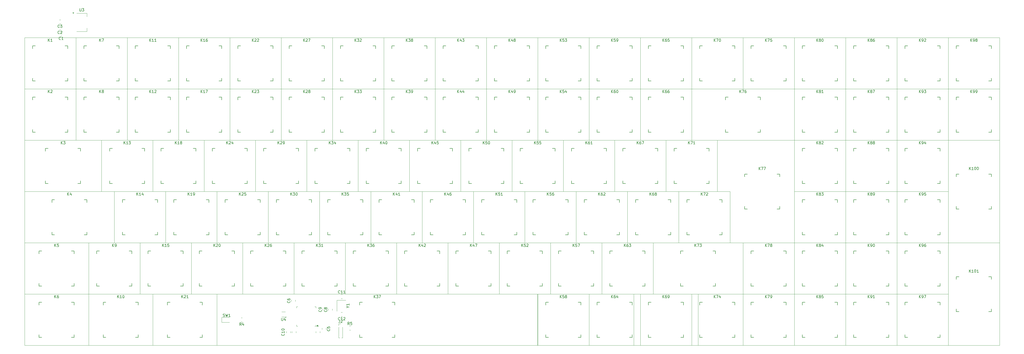
<source format=gbr>
%TF.GenerationSoftware,KiCad,Pcbnew,8.0.2*%
%TF.CreationDate,2025-01-30T16:21:06+01:00*%
%TF.ProjectId,zigzag,7a69677a-6167-42e6-9b69-6361645f7063,rev?*%
%TF.SameCoordinates,Original*%
%TF.FileFunction,Legend,Top*%
%TF.FilePolarity,Positive*%
%FSLAX46Y46*%
G04 Gerber Fmt 4.6, Leading zero omitted, Abs format (unit mm)*
G04 Created by KiCad (PCBNEW 8.0.2) date 2025-01-30 16:21:06*
%MOMM*%
%LPD*%
G01*
G04 APERTURE LIST*
%ADD10C,0.150000*%
%ADD11C,0.120000*%
%ADD12C,0.140000*%
%ADD13C,0.100000*%
G04 APERTURE END LIST*
D10*
X177346628Y-144070190D02*
X177822819Y-144070190D01*
X176822819Y-144403523D02*
X177346628Y-144070190D01*
X177346628Y-144070190D02*
X176822819Y-143736857D01*
X177822819Y-142879714D02*
X177822819Y-143451142D01*
X177822819Y-143165428D02*
X176822819Y-143165428D01*
X176822819Y-143165428D02*
X176965676Y-143260666D01*
X176965676Y-143260666D02*
X177060914Y-143355904D01*
X177060914Y-143355904D02*
X177108533Y-143451142D01*
X186999714Y-140738819D02*
X186999714Y-139738819D01*
X187571142Y-140738819D02*
X187142571Y-140167390D01*
X187571142Y-139738819D02*
X186999714Y-140310247D01*
X187904476Y-139738819D02*
X188523523Y-139738819D01*
X188523523Y-139738819D02*
X188190190Y-140119771D01*
X188190190Y-140119771D02*
X188333047Y-140119771D01*
X188333047Y-140119771D02*
X188428285Y-140167390D01*
X188428285Y-140167390D02*
X188475904Y-140215009D01*
X188475904Y-140215009D02*
X188523523Y-140310247D01*
X188523523Y-140310247D02*
X188523523Y-140548342D01*
X188523523Y-140548342D02*
X188475904Y-140643580D01*
X188475904Y-140643580D02*
X188428285Y-140691200D01*
X188428285Y-140691200D02*
X188333047Y-140738819D01*
X188333047Y-140738819D02*
X188047333Y-140738819D01*
X188047333Y-140738819D02*
X187952095Y-140691200D01*
X187952095Y-140691200D02*
X187904476Y-140643580D01*
X188856857Y-139738819D02*
X189523523Y-139738819D01*
X189523523Y-139738819D02*
X189094952Y-140738819D01*
X152654095Y-148166819D02*
X152654095Y-148976342D01*
X152654095Y-148976342D02*
X152701714Y-149071580D01*
X152701714Y-149071580D02*
X152749333Y-149119200D01*
X152749333Y-149119200D02*
X152844571Y-149166819D01*
X152844571Y-149166819D02*
X153035047Y-149166819D01*
X153035047Y-149166819D02*
X153130285Y-149119200D01*
X153130285Y-149119200D02*
X153177904Y-149071580D01*
X153177904Y-149071580D02*
X153225523Y-148976342D01*
X153225523Y-148976342D02*
X153225523Y-148166819D01*
X154130285Y-148500152D02*
X154130285Y-149166819D01*
X153892190Y-148119200D02*
X153654095Y-148833485D01*
X153654095Y-148833485D02*
X154273142Y-148833485D01*
X131009667Y-147601200D02*
X131152524Y-147648819D01*
X131152524Y-147648819D02*
X131390619Y-147648819D01*
X131390619Y-147648819D02*
X131485857Y-147601200D01*
X131485857Y-147601200D02*
X131533476Y-147553580D01*
X131533476Y-147553580D02*
X131581095Y-147458342D01*
X131581095Y-147458342D02*
X131581095Y-147363104D01*
X131581095Y-147363104D02*
X131533476Y-147267866D01*
X131533476Y-147267866D02*
X131485857Y-147220247D01*
X131485857Y-147220247D02*
X131390619Y-147172628D01*
X131390619Y-147172628D02*
X131200143Y-147125009D01*
X131200143Y-147125009D02*
X131104905Y-147077390D01*
X131104905Y-147077390D02*
X131057286Y-147029771D01*
X131057286Y-147029771D02*
X131009667Y-146934533D01*
X131009667Y-146934533D02*
X131009667Y-146839295D01*
X131009667Y-146839295D02*
X131057286Y-146744057D01*
X131057286Y-146744057D02*
X131104905Y-146696438D01*
X131104905Y-146696438D02*
X131200143Y-146648819D01*
X131200143Y-146648819D02*
X131438238Y-146648819D01*
X131438238Y-146648819D02*
X131581095Y-146696438D01*
X131914429Y-146648819D02*
X132152524Y-147648819D01*
X132152524Y-147648819D02*
X132343000Y-146934533D01*
X132343000Y-146934533D02*
X132533476Y-147648819D01*
X132533476Y-147648819D02*
X132771572Y-146648819D01*
X133676333Y-147648819D02*
X133104905Y-147648819D01*
X133390619Y-147648819D02*
X133390619Y-146648819D01*
X133390619Y-146648819D02*
X133295381Y-146791676D01*
X133295381Y-146791676D02*
X133200143Y-146886914D01*
X133200143Y-146886914D02*
X133104905Y-146934533D01*
X177903333Y-150696819D02*
X177570000Y-150220628D01*
X177331905Y-150696819D02*
X177331905Y-149696819D01*
X177331905Y-149696819D02*
X177712857Y-149696819D01*
X177712857Y-149696819D02*
X177808095Y-149744438D01*
X177808095Y-149744438D02*
X177855714Y-149792057D01*
X177855714Y-149792057D02*
X177903333Y-149887295D01*
X177903333Y-149887295D02*
X177903333Y-150030152D01*
X177903333Y-150030152D02*
X177855714Y-150125390D01*
X177855714Y-150125390D02*
X177808095Y-150173009D01*
X177808095Y-150173009D02*
X177712857Y-150220628D01*
X177712857Y-150220628D02*
X177331905Y-150220628D01*
X178808095Y-149696819D02*
X178331905Y-149696819D01*
X178331905Y-149696819D02*
X178284286Y-150173009D01*
X178284286Y-150173009D02*
X178331905Y-150125390D01*
X178331905Y-150125390D02*
X178427143Y-150077771D01*
X178427143Y-150077771D02*
X178665238Y-150077771D01*
X178665238Y-150077771D02*
X178760476Y-150125390D01*
X178760476Y-150125390D02*
X178808095Y-150173009D01*
X178808095Y-150173009D02*
X178855714Y-150268247D01*
X178855714Y-150268247D02*
X178855714Y-150506342D01*
X178855714Y-150506342D02*
X178808095Y-150601580D01*
X178808095Y-150601580D02*
X178760476Y-150649200D01*
X178760476Y-150649200D02*
X178665238Y-150696819D01*
X178665238Y-150696819D02*
X178427143Y-150696819D01*
X178427143Y-150696819D02*
X178331905Y-150649200D01*
X178331905Y-150649200D02*
X178284286Y-150601580D01*
X137739333Y-150948819D02*
X137406000Y-150472628D01*
X137167905Y-150948819D02*
X137167905Y-149948819D01*
X137167905Y-149948819D02*
X137548857Y-149948819D01*
X137548857Y-149948819D02*
X137644095Y-149996438D01*
X137644095Y-149996438D02*
X137691714Y-150044057D01*
X137691714Y-150044057D02*
X137739333Y-150139295D01*
X137739333Y-150139295D02*
X137739333Y-150282152D01*
X137739333Y-150282152D02*
X137691714Y-150377390D01*
X137691714Y-150377390D02*
X137644095Y-150425009D01*
X137644095Y-150425009D02*
X137548857Y-150472628D01*
X137548857Y-150472628D02*
X137167905Y-150472628D01*
X138596476Y-150282152D02*
X138596476Y-150948819D01*
X138358381Y-149901200D02*
X138120286Y-150615485D01*
X138120286Y-150615485D02*
X138739333Y-150615485D01*
X174384642Y-148851580D02*
X174337023Y-148899200D01*
X174337023Y-148899200D02*
X174194166Y-148946819D01*
X174194166Y-148946819D02*
X174098928Y-148946819D01*
X174098928Y-148946819D02*
X173956071Y-148899200D01*
X173956071Y-148899200D02*
X173860833Y-148803961D01*
X173860833Y-148803961D02*
X173813214Y-148708723D01*
X173813214Y-148708723D02*
X173765595Y-148518247D01*
X173765595Y-148518247D02*
X173765595Y-148375390D01*
X173765595Y-148375390D02*
X173813214Y-148184914D01*
X173813214Y-148184914D02*
X173860833Y-148089676D01*
X173860833Y-148089676D02*
X173956071Y-147994438D01*
X173956071Y-147994438D02*
X174098928Y-147946819D01*
X174098928Y-147946819D02*
X174194166Y-147946819D01*
X174194166Y-147946819D02*
X174337023Y-147994438D01*
X174337023Y-147994438D02*
X174384642Y-148042057D01*
X175337023Y-148946819D02*
X174765595Y-148946819D01*
X175051309Y-148946819D02*
X175051309Y-147946819D01*
X175051309Y-147946819D02*
X174956071Y-148089676D01*
X174956071Y-148089676D02*
X174860833Y-148184914D01*
X174860833Y-148184914D02*
X174765595Y-148232533D01*
X175717976Y-148042057D02*
X175765595Y-147994438D01*
X175765595Y-147994438D02*
X175860833Y-147946819D01*
X175860833Y-147946819D02*
X176098928Y-147946819D01*
X176098928Y-147946819D02*
X176194166Y-147994438D01*
X176194166Y-147994438D02*
X176241785Y-148042057D01*
X176241785Y-148042057D02*
X176289404Y-148137295D01*
X176289404Y-148137295D02*
X176289404Y-148232533D01*
X176289404Y-148232533D02*
X176241785Y-148375390D01*
X176241785Y-148375390D02*
X175670357Y-148946819D01*
X175670357Y-148946819D02*
X176289404Y-148946819D01*
X174384642Y-138887580D02*
X174337023Y-138935200D01*
X174337023Y-138935200D02*
X174194166Y-138982819D01*
X174194166Y-138982819D02*
X174098928Y-138982819D01*
X174098928Y-138982819D02*
X173956071Y-138935200D01*
X173956071Y-138935200D02*
X173860833Y-138839961D01*
X173860833Y-138839961D02*
X173813214Y-138744723D01*
X173813214Y-138744723D02*
X173765595Y-138554247D01*
X173765595Y-138554247D02*
X173765595Y-138411390D01*
X173765595Y-138411390D02*
X173813214Y-138220914D01*
X173813214Y-138220914D02*
X173860833Y-138125676D01*
X173860833Y-138125676D02*
X173956071Y-138030438D01*
X173956071Y-138030438D02*
X174098928Y-137982819D01*
X174098928Y-137982819D02*
X174194166Y-137982819D01*
X174194166Y-137982819D02*
X174337023Y-138030438D01*
X174337023Y-138030438D02*
X174384642Y-138078057D01*
X175337023Y-138982819D02*
X174765595Y-138982819D01*
X175051309Y-138982819D02*
X175051309Y-137982819D01*
X175051309Y-137982819D02*
X174956071Y-138125676D01*
X174956071Y-138125676D02*
X174860833Y-138220914D01*
X174860833Y-138220914D02*
X174765595Y-138268533D01*
X176289404Y-138982819D02*
X175717976Y-138982819D01*
X176003690Y-138982819D02*
X176003690Y-137982819D01*
X176003690Y-137982819D02*
X175908452Y-138125676D01*
X175908452Y-138125676D02*
X175813214Y-138220914D01*
X175813214Y-138220914D02*
X175717976Y-138268533D01*
X70699333Y-44711580D02*
X70651714Y-44759200D01*
X70651714Y-44759200D02*
X70508857Y-44806819D01*
X70508857Y-44806819D02*
X70413619Y-44806819D01*
X70413619Y-44806819D02*
X70270762Y-44759200D01*
X70270762Y-44759200D02*
X70175524Y-44663961D01*
X70175524Y-44663961D02*
X70127905Y-44568723D01*
X70127905Y-44568723D02*
X70080286Y-44378247D01*
X70080286Y-44378247D02*
X70080286Y-44235390D01*
X70080286Y-44235390D02*
X70127905Y-44044914D01*
X70127905Y-44044914D02*
X70175524Y-43949676D01*
X70175524Y-43949676D02*
X70270762Y-43854438D01*
X70270762Y-43854438D02*
X70413619Y-43806819D01*
X70413619Y-43806819D02*
X70508857Y-43806819D01*
X70508857Y-43806819D02*
X70651714Y-43854438D01*
X70651714Y-43854438D02*
X70699333Y-43902057D01*
X71651714Y-44806819D02*
X71080286Y-44806819D01*
X71366000Y-44806819D02*
X71366000Y-43806819D01*
X71366000Y-43806819D02*
X71270762Y-43949676D01*
X71270762Y-43949676D02*
X71175524Y-44044914D01*
X71175524Y-44044914D02*
X71080286Y-44092533D01*
X174291666Y-148882319D02*
X174291666Y-149596604D01*
X174291666Y-149596604D02*
X174244047Y-149739461D01*
X174244047Y-149739461D02*
X174148809Y-149834700D01*
X174148809Y-149834700D02*
X174005952Y-149882319D01*
X174005952Y-149882319D02*
X173910714Y-149882319D01*
X174720238Y-148977557D02*
X174767857Y-148929938D01*
X174767857Y-148929938D02*
X174863095Y-148882319D01*
X174863095Y-148882319D02*
X175101190Y-148882319D01*
X175101190Y-148882319D02*
X175196428Y-148929938D01*
X175196428Y-148929938D02*
X175244047Y-148977557D01*
X175244047Y-148977557D02*
X175291666Y-149072795D01*
X175291666Y-149072795D02*
X175291666Y-149168033D01*
X175291666Y-149168033D02*
X175244047Y-149310890D01*
X175244047Y-149310890D02*
X174672619Y-149882319D01*
X174672619Y-149882319D02*
X175291666Y-149882319D01*
X208462714Y-83588819D02*
X208462714Y-82588819D01*
X209034142Y-83588819D02*
X208605571Y-83017390D01*
X209034142Y-82588819D02*
X208462714Y-83160247D01*
X209891285Y-82922152D02*
X209891285Y-83588819D01*
X209653190Y-82541200D02*
X209415095Y-83255485D01*
X209415095Y-83255485D02*
X210034142Y-83255485D01*
X210891285Y-82588819D02*
X210415095Y-82588819D01*
X210415095Y-82588819D02*
X210367476Y-83065009D01*
X210367476Y-83065009D02*
X210415095Y-83017390D01*
X210415095Y-83017390D02*
X210510333Y-82969771D01*
X210510333Y-82969771D02*
X210748428Y-82969771D01*
X210748428Y-82969771D02*
X210843666Y-83017390D01*
X210843666Y-83017390D02*
X210891285Y-83065009D01*
X210891285Y-83065009D02*
X210938904Y-83160247D01*
X210938904Y-83160247D02*
X210938904Y-83398342D01*
X210938904Y-83398342D02*
X210891285Y-83493580D01*
X210891285Y-83493580D02*
X210843666Y-83541200D01*
X210843666Y-83541200D02*
X210748428Y-83588819D01*
X210748428Y-83588819D02*
X210510333Y-83588819D01*
X210510333Y-83588819D02*
X210415095Y-83541200D01*
X210415095Y-83541200D02*
X210367476Y-83493580D01*
X169466934Y-145212666D02*
X169514554Y-145260285D01*
X169514554Y-145260285D02*
X169562173Y-145403142D01*
X169562173Y-145403142D02*
X169562173Y-145498380D01*
X169562173Y-145498380D02*
X169514554Y-145641237D01*
X169514554Y-145641237D02*
X169419315Y-145736475D01*
X169419315Y-145736475D02*
X169324077Y-145784094D01*
X169324077Y-145784094D02*
X169133601Y-145831713D01*
X169133601Y-145831713D02*
X168990744Y-145831713D01*
X168990744Y-145831713D02*
X168800268Y-145784094D01*
X168800268Y-145784094D02*
X168705030Y-145736475D01*
X168705030Y-145736475D02*
X168609792Y-145641237D01*
X168609792Y-145641237D02*
X168562173Y-145498380D01*
X168562173Y-145498380D02*
X168562173Y-145403142D01*
X168562173Y-145403142D02*
X168609792Y-145260285D01*
X168609792Y-145260285D02*
X168657411Y-145212666D01*
X168990744Y-144641237D02*
X168943125Y-144736475D01*
X168943125Y-144736475D02*
X168895506Y-144784094D01*
X168895506Y-144784094D02*
X168800268Y-144831713D01*
X168800268Y-144831713D02*
X168752649Y-144831713D01*
X168752649Y-144831713D02*
X168657411Y-144784094D01*
X168657411Y-144784094D02*
X168609792Y-144736475D01*
X168609792Y-144736475D02*
X168562173Y-144641237D01*
X168562173Y-144641237D02*
X168562173Y-144450761D01*
X168562173Y-144450761D02*
X168609792Y-144355523D01*
X168609792Y-144355523D02*
X168657411Y-144307904D01*
X168657411Y-144307904D02*
X168752649Y-144260285D01*
X168752649Y-144260285D02*
X168800268Y-144260285D01*
X168800268Y-144260285D02*
X168895506Y-144307904D01*
X168895506Y-144307904D02*
X168943125Y-144355523D01*
X168943125Y-144355523D02*
X168990744Y-144450761D01*
X168990744Y-144450761D02*
X168990744Y-144641237D01*
X168990744Y-144641237D02*
X169038363Y-144736475D01*
X169038363Y-144736475D02*
X169085982Y-144784094D01*
X169085982Y-144784094D02*
X169181220Y-144831713D01*
X169181220Y-144831713D02*
X169371696Y-144831713D01*
X169371696Y-144831713D02*
X169466934Y-144784094D01*
X169466934Y-144784094D02*
X169514554Y-144736475D01*
X169514554Y-144736475D02*
X169562173Y-144641237D01*
X169562173Y-144641237D02*
X169562173Y-144450761D01*
X169562173Y-144450761D02*
X169514554Y-144355523D01*
X169514554Y-144355523D02*
X169466934Y-144307904D01*
X169466934Y-144307904D02*
X169371696Y-144260285D01*
X169371696Y-144260285D02*
X169181220Y-144260285D01*
X169181220Y-144260285D02*
X169085982Y-144307904D01*
X169085982Y-144307904D02*
X169038363Y-144355523D01*
X169038363Y-144355523D02*
X168990744Y-144450761D01*
X279900214Y-121688819D02*
X279900214Y-120688819D01*
X280471642Y-121688819D02*
X280043071Y-121117390D01*
X280471642Y-120688819D02*
X279900214Y-121260247D01*
X281328785Y-120688819D02*
X281138309Y-120688819D01*
X281138309Y-120688819D02*
X281043071Y-120736438D01*
X281043071Y-120736438D02*
X280995452Y-120784057D01*
X280995452Y-120784057D02*
X280900214Y-120926914D01*
X280900214Y-120926914D02*
X280852595Y-121117390D01*
X280852595Y-121117390D02*
X280852595Y-121498342D01*
X280852595Y-121498342D02*
X280900214Y-121593580D01*
X280900214Y-121593580D02*
X280947833Y-121641200D01*
X280947833Y-121641200D02*
X281043071Y-121688819D01*
X281043071Y-121688819D02*
X281233547Y-121688819D01*
X281233547Y-121688819D02*
X281328785Y-121641200D01*
X281328785Y-121641200D02*
X281376404Y-121593580D01*
X281376404Y-121593580D02*
X281424023Y-121498342D01*
X281424023Y-121498342D02*
X281424023Y-121260247D01*
X281424023Y-121260247D02*
X281376404Y-121165009D01*
X281376404Y-121165009D02*
X281328785Y-121117390D01*
X281328785Y-121117390D02*
X281233547Y-121069771D01*
X281233547Y-121069771D02*
X281043071Y-121069771D01*
X281043071Y-121069771D02*
X280947833Y-121117390D01*
X280947833Y-121117390D02*
X280900214Y-121165009D01*
X280900214Y-121165009D02*
X280852595Y-121260247D01*
X281757357Y-120688819D02*
X282376404Y-120688819D01*
X282376404Y-120688819D02*
X282043071Y-121069771D01*
X282043071Y-121069771D02*
X282185928Y-121069771D01*
X282185928Y-121069771D02*
X282281166Y-121117390D01*
X282281166Y-121117390D02*
X282328785Y-121165009D01*
X282328785Y-121165009D02*
X282376404Y-121260247D01*
X282376404Y-121260247D02*
X282376404Y-121498342D01*
X282376404Y-121498342D02*
X282328785Y-121593580D01*
X282328785Y-121593580D02*
X282281166Y-121641200D01*
X282281166Y-121641200D02*
X282185928Y-121688819D01*
X282185928Y-121688819D02*
X281900214Y-121688819D01*
X281900214Y-121688819D02*
X281804976Y-121641200D01*
X281804976Y-121641200D02*
X281757357Y-121593580D01*
X167434934Y-145212666D02*
X167482554Y-145260285D01*
X167482554Y-145260285D02*
X167530173Y-145403142D01*
X167530173Y-145403142D02*
X167530173Y-145498380D01*
X167530173Y-145498380D02*
X167482554Y-145641237D01*
X167482554Y-145641237D02*
X167387315Y-145736475D01*
X167387315Y-145736475D02*
X167292077Y-145784094D01*
X167292077Y-145784094D02*
X167101601Y-145831713D01*
X167101601Y-145831713D02*
X166958744Y-145831713D01*
X166958744Y-145831713D02*
X166768268Y-145784094D01*
X166768268Y-145784094D02*
X166673030Y-145736475D01*
X166673030Y-145736475D02*
X166577792Y-145641237D01*
X166577792Y-145641237D02*
X166530173Y-145498380D01*
X166530173Y-145498380D02*
X166530173Y-145403142D01*
X166530173Y-145403142D02*
X166577792Y-145260285D01*
X166577792Y-145260285D02*
X166625411Y-145212666D01*
X167530173Y-144736475D02*
X167530173Y-144545999D01*
X167530173Y-144545999D02*
X167482554Y-144450761D01*
X167482554Y-144450761D02*
X167434934Y-144403142D01*
X167434934Y-144403142D02*
X167292077Y-144307904D01*
X167292077Y-144307904D02*
X167101601Y-144260285D01*
X167101601Y-144260285D02*
X166720649Y-144260285D01*
X166720649Y-144260285D02*
X166625411Y-144307904D01*
X166625411Y-144307904D02*
X166577792Y-144355523D01*
X166577792Y-144355523D02*
X166530173Y-144450761D01*
X166530173Y-144450761D02*
X166530173Y-144641237D01*
X166530173Y-144641237D02*
X166577792Y-144736475D01*
X166577792Y-144736475D02*
X166625411Y-144784094D01*
X166625411Y-144784094D02*
X166720649Y-144831713D01*
X166720649Y-144831713D02*
X166958744Y-144831713D01*
X166958744Y-144831713D02*
X167053982Y-144784094D01*
X167053982Y-144784094D02*
X167101601Y-144736475D01*
X167101601Y-144736475D02*
X167149220Y-144641237D01*
X167149220Y-144641237D02*
X167149220Y-144450761D01*
X167149220Y-144450761D02*
X167101601Y-144355523D01*
X167101601Y-144355523D02*
X167053982Y-144307904D01*
X167053982Y-144307904D02*
X166958744Y-144260285D01*
X294187714Y-45488819D02*
X294187714Y-44488819D01*
X294759142Y-45488819D02*
X294330571Y-44917390D01*
X294759142Y-44488819D02*
X294187714Y-45060247D01*
X295616285Y-44488819D02*
X295425809Y-44488819D01*
X295425809Y-44488819D02*
X295330571Y-44536438D01*
X295330571Y-44536438D02*
X295282952Y-44584057D01*
X295282952Y-44584057D02*
X295187714Y-44726914D01*
X295187714Y-44726914D02*
X295140095Y-44917390D01*
X295140095Y-44917390D02*
X295140095Y-45298342D01*
X295140095Y-45298342D02*
X295187714Y-45393580D01*
X295187714Y-45393580D02*
X295235333Y-45441200D01*
X295235333Y-45441200D02*
X295330571Y-45488819D01*
X295330571Y-45488819D02*
X295521047Y-45488819D01*
X295521047Y-45488819D02*
X295616285Y-45441200D01*
X295616285Y-45441200D02*
X295663904Y-45393580D01*
X295663904Y-45393580D02*
X295711523Y-45298342D01*
X295711523Y-45298342D02*
X295711523Y-45060247D01*
X295711523Y-45060247D02*
X295663904Y-44965009D01*
X295663904Y-44965009D02*
X295616285Y-44917390D01*
X295616285Y-44917390D02*
X295521047Y-44869771D01*
X295521047Y-44869771D02*
X295330571Y-44869771D01*
X295330571Y-44869771D02*
X295235333Y-44917390D01*
X295235333Y-44917390D02*
X295187714Y-44965009D01*
X295187714Y-44965009D02*
X295140095Y-45060247D01*
X296616285Y-44488819D02*
X296140095Y-44488819D01*
X296140095Y-44488819D02*
X296092476Y-44965009D01*
X296092476Y-44965009D02*
X296140095Y-44917390D01*
X296140095Y-44917390D02*
X296235333Y-44869771D01*
X296235333Y-44869771D02*
X296473428Y-44869771D01*
X296473428Y-44869771D02*
X296568666Y-44917390D01*
X296568666Y-44917390D02*
X296616285Y-44965009D01*
X296616285Y-44965009D02*
X296663904Y-45060247D01*
X296663904Y-45060247D02*
X296663904Y-45298342D01*
X296663904Y-45298342D02*
X296616285Y-45393580D01*
X296616285Y-45393580D02*
X296568666Y-45441200D01*
X296568666Y-45441200D02*
X296473428Y-45488819D01*
X296473428Y-45488819D02*
X296235333Y-45488819D01*
X296235333Y-45488819D02*
X296140095Y-45441200D01*
X296140095Y-45441200D02*
X296092476Y-45393580D01*
X351337714Y-83588819D02*
X351337714Y-82588819D01*
X351909142Y-83588819D02*
X351480571Y-83017390D01*
X351909142Y-82588819D02*
X351337714Y-83160247D01*
X352480571Y-83017390D02*
X352385333Y-82969771D01*
X352385333Y-82969771D02*
X352337714Y-82922152D01*
X352337714Y-82922152D02*
X352290095Y-82826914D01*
X352290095Y-82826914D02*
X352290095Y-82779295D01*
X352290095Y-82779295D02*
X352337714Y-82684057D01*
X352337714Y-82684057D02*
X352385333Y-82636438D01*
X352385333Y-82636438D02*
X352480571Y-82588819D01*
X352480571Y-82588819D02*
X352671047Y-82588819D01*
X352671047Y-82588819D02*
X352766285Y-82636438D01*
X352766285Y-82636438D02*
X352813904Y-82684057D01*
X352813904Y-82684057D02*
X352861523Y-82779295D01*
X352861523Y-82779295D02*
X352861523Y-82826914D01*
X352861523Y-82826914D02*
X352813904Y-82922152D01*
X352813904Y-82922152D02*
X352766285Y-82969771D01*
X352766285Y-82969771D02*
X352671047Y-83017390D01*
X352671047Y-83017390D02*
X352480571Y-83017390D01*
X352480571Y-83017390D02*
X352385333Y-83065009D01*
X352385333Y-83065009D02*
X352337714Y-83112628D01*
X352337714Y-83112628D02*
X352290095Y-83207866D01*
X352290095Y-83207866D02*
X352290095Y-83398342D01*
X352290095Y-83398342D02*
X352337714Y-83493580D01*
X352337714Y-83493580D02*
X352385333Y-83541200D01*
X352385333Y-83541200D02*
X352480571Y-83588819D01*
X352480571Y-83588819D02*
X352671047Y-83588819D01*
X352671047Y-83588819D02*
X352766285Y-83541200D01*
X352766285Y-83541200D02*
X352813904Y-83493580D01*
X352813904Y-83493580D02*
X352861523Y-83398342D01*
X352861523Y-83398342D02*
X352861523Y-83207866D01*
X352861523Y-83207866D02*
X352813904Y-83112628D01*
X352813904Y-83112628D02*
X352766285Y-83065009D01*
X352766285Y-83065009D02*
X352671047Y-83017390D01*
X353242476Y-82684057D02*
X353290095Y-82636438D01*
X353290095Y-82636438D02*
X353385333Y-82588819D01*
X353385333Y-82588819D02*
X353623428Y-82588819D01*
X353623428Y-82588819D02*
X353718666Y-82636438D01*
X353718666Y-82636438D02*
X353766285Y-82684057D01*
X353766285Y-82684057D02*
X353813904Y-82779295D01*
X353813904Y-82779295D02*
X353813904Y-82874533D01*
X353813904Y-82874533D02*
X353766285Y-83017390D01*
X353766285Y-83017390D02*
X353194857Y-83588819D01*
X353194857Y-83588819D02*
X353813904Y-83588819D01*
X370387714Y-140738819D02*
X370387714Y-139738819D01*
X370959142Y-140738819D02*
X370530571Y-140167390D01*
X370959142Y-139738819D02*
X370387714Y-140310247D01*
X371435333Y-140738819D02*
X371625809Y-140738819D01*
X371625809Y-140738819D02*
X371721047Y-140691200D01*
X371721047Y-140691200D02*
X371768666Y-140643580D01*
X371768666Y-140643580D02*
X371863904Y-140500723D01*
X371863904Y-140500723D02*
X371911523Y-140310247D01*
X371911523Y-140310247D02*
X371911523Y-139929295D01*
X371911523Y-139929295D02*
X371863904Y-139834057D01*
X371863904Y-139834057D02*
X371816285Y-139786438D01*
X371816285Y-139786438D02*
X371721047Y-139738819D01*
X371721047Y-139738819D02*
X371530571Y-139738819D01*
X371530571Y-139738819D02*
X371435333Y-139786438D01*
X371435333Y-139786438D02*
X371387714Y-139834057D01*
X371387714Y-139834057D02*
X371340095Y-139929295D01*
X371340095Y-139929295D02*
X371340095Y-140167390D01*
X371340095Y-140167390D02*
X371387714Y-140262628D01*
X371387714Y-140262628D02*
X371435333Y-140310247D01*
X371435333Y-140310247D02*
X371530571Y-140357866D01*
X371530571Y-140357866D02*
X371721047Y-140357866D01*
X371721047Y-140357866D02*
X371816285Y-140310247D01*
X371816285Y-140310247D02*
X371863904Y-140262628D01*
X371863904Y-140262628D02*
X371911523Y-140167390D01*
X372863904Y-140738819D02*
X372292476Y-140738819D01*
X372578190Y-140738819D02*
X372578190Y-139738819D01*
X372578190Y-139738819D02*
X372482952Y-139881676D01*
X372482952Y-139881676D02*
X372387714Y-139976914D01*
X372387714Y-139976914D02*
X372292476Y-140024533D01*
X389437714Y-121688819D02*
X389437714Y-120688819D01*
X390009142Y-121688819D02*
X389580571Y-121117390D01*
X390009142Y-120688819D02*
X389437714Y-121260247D01*
X390485333Y-121688819D02*
X390675809Y-121688819D01*
X390675809Y-121688819D02*
X390771047Y-121641200D01*
X390771047Y-121641200D02*
X390818666Y-121593580D01*
X390818666Y-121593580D02*
X390913904Y-121450723D01*
X390913904Y-121450723D02*
X390961523Y-121260247D01*
X390961523Y-121260247D02*
X390961523Y-120879295D01*
X390961523Y-120879295D02*
X390913904Y-120784057D01*
X390913904Y-120784057D02*
X390866285Y-120736438D01*
X390866285Y-120736438D02*
X390771047Y-120688819D01*
X390771047Y-120688819D02*
X390580571Y-120688819D01*
X390580571Y-120688819D02*
X390485333Y-120736438D01*
X390485333Y-120736438D02*
X390437714Y-120784057D01*
X390437714Y-120784057D02*
X390390095Y-120879295D01*
X390390095Y-120879295D02*
X390390095Y-121117390D01*
X390390095Y-121117390D02*
X390437714Y-121212628D01*
X390437714Y-121212628D02*
X390485333Y-121260247D01*
X390485333Y-121260247D02*
X390580571Y-121307866D01*
X390580571Y-121307866D02*
X390771047Y-121307866D01*
X390771047Y-121307866D02*
X390866285Y-121260247D01*
X390866285Y-121260247D02*
X390913904Y-121212628D01*
X390913904Y-121212628D02*
X390961523Y-121117390D01*
X391818666Y-120688819D02*
X391628190Y-120688819D01*
X391628190Y-120688819D02*
X391532952Y-120736438D01*
X391532952Y-120736438D02*
X391485333Y-120784057D01*
X391485333Y-120784057D02*
X391390095Y-120926914D01*
X391390095Y-120926914D02*
X391342476Y-121117390D01*
X391342476Y-121117390D02*
X391342476Y-121498342D01*
X391342476Y-121498342D02*
X391390095Y-121593580D01*
X391390095Y-121593580D02*
X391437714Y-121641200D01*
X391437714Y-121641200D02*
X391532952Y-121688819D01*
X391532952Y-121688819D02*
X391723428Y-121688819D01*
X391723428Y-121688819D02*
X391818666Y-121641200D01*
X391818666Y-121641200D02*
X391866285Y-121593580D01*
X391866285Y-121593580D02*
X391913904Y-121498342D01*
X391913904Y-121498342D02*
X391913904Y-121260247D01*
X391913904Y-121260247D02*
X391866285Y-121165009D01*
X391866285Y-121165009D02*
X391818666Y-121117390D01*
X391818666Y-121117390D02*
X391723428Y-121069771D01*
X391723428Y-121069771D02*
X391532952Y-121069771D01*
X391532952Y-121069771D02*
X391437714Y-121117390D01*
X391437714Y-121117390D02*
X391390095Y-121165009D01*
X391390095Y-121165009D02*
X391342476Y-121260247D01*
X389437714Y-64538819D02*
X389437714Y-63538819D01*
X390009142Y-64538819D02*
X389580571Y-63967390D01*
X390009142Y-63538819D02*
X389437714Y-64110247D01*
X390485333Y-64538819D02*
X390675809Y-64538819D01*
X390675809Y-64538819D02*
X390771047Y-64491200D01*
X390771047Y-64491200D02*
X390818666Y-64443580D01*
X390818666Y-64443580D02*
X390913904Y-64300723D01*
X390913904Y-64300723D02*
X390961523Y-64110247D01*
X390961523Y-64110247D02*
X390961523Y-63729295D01*
X390961523Y-63729295D02*
X390913904Y-63634057D01*
X390913904Y-63634057D02*
X390866285Y-63586438D01*
X390866285Y-63586438D02*
X390771047Y-63538819D01*
X390771047Y-63538819D02*
X390580571Y-63538819D01*
X390580571Y-63538819D02*
X390485333Y-63586438D01*
X390485333Y-63586438D02*
X390437714Y-63634057D01*
X390437714Y-63634057D02*
X390390095Y-63729295D01*
X390390095Y-63729295D02*
X390390095Y-63967390D01*
X390390095Y-63967390D02*
X390437714Y-64062628D01*
X390437714Y-64062628D02*
X390485333Y-64110247D01*
X390485333Y-64110247D02*
X390580571Y-64157866D01*
X390580571Y-64157866D02*
X390771047Y-64157866D01*
X390771047Y-64157866D02*
X390866285Y-64110247D01*
X390866285Y-64110247D02*
X390913904Y-64062628D01*
X390913904Y-64062628D02*
X390961523Y-63967390D01*
X391294857Y-63538819D02*
X391913904Y-63538819D01*
X391913904Y-63538819D02*
X391580571Y-63919771D01*
X391580571Y-63919771D02*
X391723428Y-63919771D01*
X391723428Y-63919771D02*
X391818666Y-63967390D01*
X391818666Y-63967390D02*
X391866285Y-64015009D01*
X391866285Y-64015009D02*
X391913904Y-64110247D01*
X391913904Y-64110247D02*
X391913904Y-64348342D01*
X391913904Y-64348342D02*
X391866285Y-64443580D01*
X391866285Y-64443580D02*
X391818666Y-64491200D01*
X391818666Y-64491200D02*
X391723428Y-64538819D01*
X391723428Y-64538819D02*
X391437714Y-64538819D01*
X391437714Y-64538819D02*
X391342476Y-64491200D01*
X391342476Y-64491200D02*
X391294857Y-64443580D01*
X284662714Y-83588819D02*
X284662714Y-82588819D01*
X285234142Y-83588819D02*
X284805571Y-83017390D01*
X285234142Y-82588819D02*
X284662714Y-83160247D01*
X286091285Y-82588819D02*
X285900809Y-82588819D01*
X285900809Y-82588819D02*
X285805571Y-82636438D01*
X285805571Y-82636438D02*
X285757952Y-82684057D01*
X285757952Y-82684057D02*
X285662714Y-82826914D01*
X285662714Y-82826914D02*
X285615095Y-83017390D01*
X285615095Y-83017390D02*
X285615095Y-83398342D01*
X285615095Y-83398342D02*
X285662714Y-83493580D01*
X285662714Y-83493580D02*
X285710333Y-83541200D01*
X285710333Y-83541200D02*
X285805571Y-83588819D01*
X285805571Y-83588819D02*
X285996047Y-83588819D01*
X285996047Y-83588819D02*
X286091285Y-83541200D01*
X286091285Y-83541200D02*
X286138904Y-83493580D01*
X286138904Y-83493580D02*
X286186523Y-83398342D01*
X286186523Y-83398342D02*
X286186523Y-83160247D01*
X286186523Y-83160247D02*
X286138904Y-83065009D01*
X286138904Y-83065009D02*
X286091285Y-83017390D01*
X286091285Y-83017390D02*
X285996047Y-82969771D01*
X285996047Y-82969771D02*
X285805571Y-82969771D01*
X285805571Y-82969771D02*
X285710333Y-83017390D01*
X285710333Y-83017390D02*
X285662714Y-83065009D01*
X285662714Y-83065009D02*
X285615095Y-83160247D01*
X286519857Y-82588819D02*
X287186523Y-82588819D01*
X287186523Y-82588819D02*
X286757952Y-83588819D01*
X408487714Y-45488819D02*
X408487714Y-44488819D01*
X409059142Y-45488819D02*
X408630571Y-44917390D01*
X409059142Y-44488819D02*
X408487714Y-45060247D01*
X409535333Y-45488819D02*
X409725809Y-45488819D01*
X409725809Y-45488819D02*
X409821047Y-45441200D01*
X409821047Y-45441200D02*
X409868666Y-45393580D01*
X409868666Y-45393580D02*
X409963904Y-45250723D01*
X409963904Y-45250723D02*
X410011523Y-45060247D01*
X410011523Y-45060247D02*
X410011523Y-44679295D01*
X410011523Y-44679295D02*
X409963904Y-44584057D01*
X409963904Y-44584057D02*
X409916285Y-44536438D01*
X409916285Y-44536438D02*
X409821047Y-44488819D01*
X409821047Y-44488819D02*
X409630571Y-44488819D01*
X409630571Y-44488819D02*
X409535333Y-44536438D01*
X409535333Y-44536438D02*
X409487714Y-44584057D01*
X409487714Y-44584057D02*
X409440095Y-44679295D01*
X409440095Y-44679295D02*
X409440095Y-44917390D01*
X409440095Y-44917390D02*
X409487714Y-45012628D01*
X409487714Y-45012628D02*
X409535333Y-45060247D01*
X409535333Y-45060247D02*
X409630571Y-45107866D01*
X409630571Y-45107866D02*
X409821047Y-45107866D01*
X409821047Y-45107866D02*
X409916285Y-45060247D01*
X409916285Y-45060247D02*
X409963904Y-45012628D01*
X409963904Y-45012628D02*
X410011523Y-44917390D01*
X410582952Y-44917390D02*
X410487714Y-44869771D01*
X410487714Y-44869771D02*
X410440095Y-44822152D01*
X410440095Y-44822152D02*
X410392476Y-44726914D01*
X410392476Y-44726914D02*
X410392476Y-44679295D01*
X410392476Y-44679295D02*
X410440095Y-44584057D01*
X410440095Y-44584057D02*
X410487714Y-44536438D01*
X410487714Y-44536438D02*
X410582952Y-44488819D01*
X410582952Y-44488819D02*
X410773428Y-44488819D01*
X410773428Y-44488819D02*
X410868666Y-44536438D01*
X410868666Y-44536438D02*
X410916285Y-44584057D01*
X410916285Y-44584057D02*
X410963904Y-44679295D01*
X410963904Y-44679295D02*
X410963904Y-44726914D01*
X410963904Y-44726914D02*
X410916285Y-44822152D01*
X410916285Y-44822152D02*
X410868666Y-44869771D01*
X410868666Y-44869771D02*
X410773428Y-44917390D01*
X410773428Y-44917390D02*
X410582952Y-44917390D01*
X410582952Y-44917390D02*
X410487714Y-44965009D01*
X410487714Y-44965009D02*
X410440095Y-45012628D01*
X410440095Y-45012628D02*
X410392476Y-45107866D01*
X410392476Y-45107866D02*
X410392476Y-45298342D01*
X410392476Y-45298342D02*
X410440095Y-45393580D01*
X410440095Y-45393580D02*
X410487714Y-45441200D01*
X410487714Y-45441200D02*
X410582952Y-45488819D01*
X410582952Y-45488819D02*
X410773428Y-45488819D01*
X410773428Y-45488819D02*
X410868666Y-45441200D01*
X410868666Y-45441200D02*
X410916285Y-45393580D01*
X410916285Y-45393580D02*
X410963904Y-45298342D01*
X410963904Y-45298342D02*
X410963904Y-45107866D01*
X410963904Y-45107866D02*
X410916285Y-45012628D01*
X410916285Y-45012628D02*
X410868666Y-44965009D01*
X410868666Y-44965009D02*
X410773428Y-44917390D01*
X66063905Y-45488819D02*
X66063905Y-44488819D01*
X66635333Y-45488819D02*
X66206762Y-44917390D01*
X66635333Y-44488819D02*
X66063905Y-45060247D01*
X67587714Y-45488819D02*
X67016286Y-45488819D01*
X67302000Y-45488819D02*
X67302000Y-44488819D01*
X67302000Y-44488819D02*
X67206762Y-44631676D01*
X67206762Y-44631676D02*
X67111524Y-44726914D01*
X67111524Y-44726914D02*
X67016286Y-44774533D01*
X189412714Y-83588819D02*
X189412714Y-82588819D01*
X189984142Y-83588819D02*
X189555571Y-83017390D01*
X189984142Y-82588819D02*
X189412714Y-83160247D01*
X190841285Y-82922152D02*
X190841285Y-83588819D01*
X190603190Y-82541200D02*
X190365095Y-83255485D01*
X190365095Y-83255485D02*
X190984142Y-83255485D01*
X191555571Y-82588819D02*
X191650809Y-82588819D01*
X191650809Y-82588819D02*
X191746047Y-82636438D01*
X191746047Y-82636438D02*
X191793666Y-82684057D01*
X191793666Y-82684057D02*
X191841285Y-82779295D01*
X191841285Y-82779295D02*
X191888904Y-82969771D01*
X191888904Y-82969771D02*
X191888904Y-83207866D01*
X191888904Y-83207866D02*
X191841285Y-83398342D01*
X191841285Y-83398342D02*
X191793666Y-83493580D01*
X191793666Y-83493580D02*
X191746047Y-83541200D01*
X191746047Y-83541200D02*
X191650809Y-83588819D01*
X191650809Y-83588819D02*
X191555571Y-83588819D01*
X191555571Y-83588819D02*
X191460333Y-83541200D01*
X191460333Y-83541200D02*
X191412714Y-83493580D01*
X191412714Y-83493580D02*
X191365095Y-83398342D01*
X191365095Y-83398342D02*
X191317476Y-83207866D01*
X191317476Y-83207866D02*
X191317476Y-82969771D01*
X191317476Y-82969771D02*
X191365095Y-82779295D01*
X191365095Y-82779295D02*
X191412714Y-82684057D01*
X191412714Y-82684057D02*
X191460333Y-82636438D01*
X191460333Y-82636438D02*
X191555571Y-82588819D01*
X103687714Y-64538819D02*
X103687714Y-63538819D01*
X104259142Y-64538819D02*
X103830571Y-63967390D01*
X104259142Y-63538819D02*
X103687714Y-64110247D01*
X105211523Y-64538819D02*
X104640095Y-64538819D01*
X104925809Y-64538819D02*
X104925809Y-63538819D01*
X104925809Y-63538819D02*
X104830571Y-63681676D01*
X104830571Y-63681676D02*
X104735333Y-63776914D01*
X104735333Y-63776914D02*
X104640095Y-63824533D01*
X105592476Y-63634057D02*
X105640095Y-63586438D01*
X105640095Y-63586438D02*
X105735333Y-63538819D01*
X105735333Y-63538819D02*
X105973428Y-63538819D01*
X105973428Y-63538819D02*
X106068666Y-63586438D01*
X106068666Y-63586438D02*
X106116285Y-63634057D01*
X106116285Y-63634057D02*
X106163904Y-63729295D01*
X106163904Y-63729295D02*
X106163904Y-63824533D01*
X106163904Y-63824533D02*
X106116285Y-63967390D01*
X106116285Y-63967390D02*
X105544857Y-64538819D01*
X105544857Y-64538819D02*
X106163904Y-64538819D01*
X370387714Y-83588819D02*
X370387714Y-82588819D01*
X370959142Y-83588819D02*
X370530571Y-83017390D01*
X370959142Y-82588819D02*
X370387714Y-83160247D01*
X371530571Y-83017390D02*
X371435333Y-82969771D01*
X371435333Y-82969771D02*
X371387714Y-82922152D01*
X371387714Y-82922152D02*
X371340095Y-82826914D01*
X371340095Y-82826914D02*
X371340095Y-82779295D01*
X371340095Y-82779295D02*
X371387714Y-82684057D01*
X371387714Y-82684057D02*
X371435333Y-82636438D01*
X371435333Y-82636438D02*
X371530571Y-82588819D01*
X371530571Y-82588819D02*
X371721047Y-82588819D01*
X371721047Y-82588819D02*
X371816285Y-82636438D01*
X371816285Y-82636438D02*
X371863904Y-82684057D01*
X371863904Y-82684057D02*
X371911523Y-82779295D01*
X371911523Y-82779295D02*
X371911523Y-82826914D01*
X371911523Y-82826914D02*
X371863904Y-82922152D01*
X371863904Y-82922152D02*
X371816285Y-82969771D01*
X371816285Y-82969771D02*
X371721047Y-83017390D01*
X371721047Y-83017390D02*
X371530571Y-83017390D01*
X371530571Y-83017390D02*
X371435333Y-83065009D01*
X371435333Y-83065009D02*
X371387714Y-83112628D01*
X371387714Y-83112628D02*
X371340095Y-83207866D01*
X371340095Y-83207866D02*
X371340095Y-83398342D01*
X371340095Y-83398342D02*
X371387714Y-83493580D01*
X371387714Y-83493580D02*
X371435333Y-83541200D01*
X371435333Y-83541200D02*
X371530571Y-83588819D01*
X371530571Y-83588819D02*
X371721047Y-83588819D01*
X371721047Y-83588819D02*
X371816285Y-83541200D01*
X371816285Y-83541200D02*
X371863904Y-83493580D01*
X371863904Y-83493580D02*
X371911523Y-83398342D01*
X371911523Y-83398342D02*
X371911523Y-83207866D01*
X371911523Y-83207866D02*
X371863904Y-83112628D01*
X371863904Y-83112628D02*
X371816285Y-83065009D01*
X371816285Y-83065009D02*
X371721047Y-83017390D01*
X372482952Y-83017390D02*
X372387714Y-82969771D01*
X372387714Y-82969771D02*
X372340095Y-82922152D01*
X372340095Y-82922152D02*
X372292476Y-82826914D01*
X372292476Y-82826914D02*
X372292476Y-82779295D01*
X372292476Y-82779295D02*
X372340095Y-82684057D01*
X372340095Y-82684057D02*
X372387714Y-82636438D01*
X372387714Y-82636438D02*
X372482952Y-82588819D01*
X372482952Y-82588819D02*
X372673428Y-82588819D01*
X372673428Y-82588819D02*
X372768666Y-82636438D01*
X372768666Y-82636438D02*
X372816285Y-82684057D01*
X372816285Y-82684057D02*
X372863904Y-82779295D01*
X372863904Y-82779295D02*
X372863904Y-82826914D01*
X372863904Y-82826914D02*
X372816285Y-82922152D01*
X372816285Y-82922152D02*
X372768666Y-82969771D01*
X372768666Y-82969771D02*
X372673428Y-83017390D01*
X372673428Y-83017390D02*
X372482952Y-83017390D01*
X372482952Y-83017390D02*
X372387714Y-83065009D01*
X372387714Y-83065009D02*
X372340095Y-83112628D01*
X372340095Y-83112628D02*
X372292476Y-83207866D01*
X372292476Y-83207866D02*
X372292476Y-83398342D01*
X372292476Y-83398342D02*
X372340095Y-83493580D01*
X372340095Y-83493580D02*
X372387714Y-83541200D01*
X372387714Y-83541200D02*
X372482952Y-83588819D01*
X372482952Y-83588819D02*
X372673428Y-83588819D01*
X372673428Y-83588819D02*
X372768666Y-83541200D01*
X372768666Y-83541200D02*
X372816285Y-83493580D01*
X372816285Y-83493580D02*
X372863904Y-83398342D01*
X372863904Y-83398342D02*
X372863904Y-83207866D01*
X372863904Y-83207866D02*
X372816285Y-83112628D01*
X372816285Y-83112628D02*
X372768666Y-83065009D01*
X372768666Y-83065009D02*
X372673428Y-83017390D01*
X275137714Y-140738819D02*
X275137714Y-139738819D01*
X275709142Y-140738819D02*
X275280571Y-140167390D01*
X275709142Y-139738819D02*
X275137714Y-140310247D01*
X276566285Y-139738819D02*
X276375809Y-139738819D01*
X276375809Y-139738819D02*
X276280571Y-139786438D01*
X276280571Y-139786438D02*
X276232952Y-139834057D01*
X276232952Y-139834057D02*
X276137714Y-139976914D01*
X276137714Y-139976914D02*
X276090095Y-140167390D01*
X276090095Y-140167390D02*
X276090095Y-140548342D01*
X276090095Y-140548342D02*
X276137714Y-140643580D01*
X276137714Y-140643580D02*
X276185333Y-140691200D01*
X276185333Y-140691200D02*
X276280571Y-140738819D01*
X276280571Y-140738819D02*
X276471047Y-140738819D01*
X276471047Y-140738819D02*
X276566285Y-140691200D01*
X276566285Y-140691200D02*
X276613904Y-140643580D01*
X276613904Y-140643580D02*
X276661523Y-140548342D01*
X276661523Y-140548342D02*
X276661523Y-140310247D01*
X276661523Y-140310247D02*
X276613904Y-140215009D01*
X276613904Y-140215009D02*
X276566285Y-140167390D01*
X276566285Y-140167390D02*
X276471047Y-140119771D01*
X276471047Y-140119771D02*
X276280571Y-140119771D01*
X276280571Y-140119771D02*
X276185333Y-140167390D01*
X276185333Y-140167390D02*
X276137714Y-140215009D01*
X276137714Y-140215009D02*
X276090095Y-140310247D01*
X277518666Y-140072152D02*
X277518666Y-140738819D01*
X277280571Y-139691200D02*
X277042476Y-140405485D01*
X277042476Y-140405485D02*
X277661523Y-140405485D01*
X68445155Y-121688819D02*
X68445155Y-120688819D01*
X69016583Y-121688819D02*
X68588012Y-121117390D01*
X69016583Y-120688819D02*
X68445155Y-121260247D01*
X69921345Y-120688819D02*
X69445155Y-120688819D01*
X69445155Y-120688819D02*
X69397536Y-121165009D01*
X69397536Y-121165009D02*
X69445155Y-121117390D01*
X69445155Y-121117390D02*
X69540393Y-121069771D01*
X69540393Y-121069771D02*
X69778488Y-121069771D01*
X69778488Y-121069771D02*
X69873726Y-121117390D01*
X69873726Y-121117390D02*
X69921345Y-121165009D01*
X69921345Y-121165009D02*
X69968964Y-121260247D01*
X69968964Y-121260247D02*
X69968964Y-121498342D01*
X69968964Y-121498342D02*
X69921345Y-121593580D01*
X69921345Y-121593580D02*
X69873726Y-121641200D01*
X69873726Y-121641200D02*
X69778488Y-121688819D01*
X69778488Y-121688819D02*
X69540393Y-121688819D01*
X69540393Y-121688819D02*
X69445155Y-121641200D01*
X69445155Y-121641200D02*
X69397536Y-121593580D01*
X332287714Y-140738819D02*
X332287714Y-139738819D01*
X332859142Y-140738819D02*
X332430571Y-140167390D01*
X332859142Y-139738819D02*
X332287714Y-140310247D01*
X333192476Y-139738819D02*
X333859142Y-139738819D01*
X333859142Y-139738819D02*
X333430571Y-140738819D01*
X334287714Y-140738819D02*
X334478190Y-140738819D01*
X334478190Y-140738819D02*
X334573428Y-140691200D01*
X334573428Y-140691200D02*
X334621047Y-140643580D01*
X334621047Y-140643580D02*
X334716285Y-140500723D01*
X334716285Y-140500723D02*
X334763904Y-140310247D01*
X334763904Y-140310247D02*
X334763904Y-139929295D01*
X334763904Y-139929295D02*
X334716285Y-139834057D01*
X334716285Y-139834057D02*
X334668666Y-139786438D01*
X334668666Y-139786438D02*
X334573428Y-139738819D01*
X334573428Y-139738819D02*
X334382952Y-139738819D01*
X334382952Y-139738819D02*
X334287714Y-139786438D01*
X334287714Y-139786438D02*
X334240095Y-139834057D01*
X334240095Y-139834057D02*
X334192476Y-139929295D01*
X334192476Y-139929295D02*
X334192476Y-140167390D01*
X334192476Y-140167390D02*
X334240095Y-140262628D01*
X334240095Y-140262628D02*
X334287714Y-140310247D01*
X334287714Y-140310247D02*
X334382952Y-140357866D01*
X334382952Y-140357866D02*
X334573428Y-140357866D01*
X334573428Y-140357866D02*
X334668666Y-140310247D01*
X334668666Y-140310247D02*
X334716285Y-140262628D01*
X334716285Y-140262628D02*
X334763904Y-140167390D01*
X146550214Y-121688819D02*
X146550214Y-120688819D01*
X147121642Y-121688819D02*
X146693071Y-121117390D01*
X147121642Y-120688819D02*
X146550214Y-121260247D01*
X147502595Y-120784057D02*
X147550214Y-120736438D01*
X147550214Y-120736438D02*
X147645452Y-120688819D01*
X147645452Y-120688819D02*
X147883547Y-120688819D01*
X147883547Y-120688819D02*
X147978785Y-120736438D01*
X147978785Y-120736438D02*
X148026404Y-120784057D01*
X148026404Y-120784057D02*
X148074023Y-120879295D01*
X148074023Y-120879295D02*
X148074023Y-120974533D01*
X148074023Y-120974533D02*
X148026404Y-121117390D01*
X148026404Y-121117390D02*
X147454976Y-121688819D01*
X147454976Y-121688819D02*
X148074023Y-121688819D01*
X148931166Y-120688819D02*
X148740690Y-120688819D01*
X148740690Y-120688819D02*
X148645452Y-120736438D01*
X148645452Y-120736438D02*
X148597833Y-120784057D01*
X148597833Y-120784057D02*
X148502595Y-120926914D01*
X148502595Y-120926914D02*
X148454976Y-121117390D01*
X148454976Y-121117390D02*
X148454976Y-121498342D01*
X148454976Y-121498342D02*
X148502595Y-121593580D01*
X148502595Y-121593580D02*
X148550214Y-121641200D01*
X148550214Y-121641200D02*
X148645452Y-121688819D01*
X148645452Y-121688819D02*
X148835928Y-121688819D01*
X148835928Y-121688819D02*
X148931166Y-121641200D01*
X148931166Y-121641200D02*
X148978785Y-121593580D01*
X148978785Y-121593580D02*
X149026404Y-121498342D01*
X149026404Y-121498342D02*
X149026404Y-121260247D01*
X149026404Y-121260247D02*
X148978785Y-121165009D01*
X148978785Y-121165009D02*
X148931166Y-121117390D01*
X148931166Y-121117390D02*
X148835928Y-121069771D01*
X148835928Y-121069771D02*
X148645452Y-121069771D01*
X148645452Y-121069771D02*
X148550214Y-121117390D01*
X148550214Y-121117390D02*
X148502595Y-121165009D01*
X148502595Y-121165009D02*
X148454976Y-121260247D01*
X222750214Y-121688819D02*
X222750214Y-120688819D01*
X223321642Y-121688819D02*
X222893071Y-121117390D01*
X223321642Y-120688819D02*
X222750214Y-121260247D01*
X224178785Y-121022152D02*
X224178785Y-121688819D01*
X223940690Y-120641200D02*
X223702595Y-121355485D01*
X223702595Y-121355485D02*
X224321642Y-121355485D01*
X224607357Y-120688819D02*
X225274023Y-120688819D01*
X225274023Y-120688819D02*
X224845452Y-121688819D01*
X68445155Y-140738819D02*
X68445155Y-139738819D01*
X69016583Y-140738819D02*
X68588012Y-140167390D01*
X69016583Y-139738819D02*
X68445155Y-140310247D01*
X69873726Y-139738819D02*
X69683250Y-139738819D01*
X69683250Y-139738819D02*
X69588012Y-139786438D01*
X69588012Y-139786438D02*
X69540393Y-139834057D01*
X69540393Y-139834057D02*
X69445155Y-139976914D01*
X69445155Y-139976914D02*
X69397536Y-140167390D01*
X69397536Y-140167390D02*
X69397536Y-140548342D01*
X69397536Y-140548342D02*
X69445155Y-140643580D01*
X69445155Y-140643580D02*
X69492774Y-140691200D01*
X69492774Y-140691200D02*
X69588012Y-140738819D01*
X69588012Y-140738819D02*
X69778488Y-140738819D01*
X69778488Y-140738819D02*
X69873726Y-140691200D01*
X69873726Y-140691200D02*
X69921345Y-140643580D01*
X69921345Y-140643580D02*
X69968964Y-140548342D01*
X69968964Y-140548342D02*
X69968964Y-140310247D01*
X69968964Y-140310247D02*
X69921345Y-140215009D01*
X69921345Y-140215009D02*
X69873726Y-140167390D01*
X69873726Y-140167390D02*
X69778488Y-140119771D01*
X69778488Y-140119771D02*
X69588012Y-140119771D01*
X69588012Y-140119771D02*
X69492774Y-140167390D01*
X69492774Y-140167390D02*
X69445155Y-140215009D01*
X69445155Y-140215009D02*
X69397536Y-140310247D01*
X289425214Y-102638819D02*
X289425214Y-101638819D01*
X289996642Y-102638819D02*
X289568071Y-102067390D01*
X289996642Y-101638819D02*
X289425214Y-102210247D01*
X290853785Y-101638819D02*
X290663309Y-101638819D01*
X290663309Y-101638819D02*
X290568071Y-101686438D01*
X290568071Y-101686438D02*
X290520452Y-101734057D01*
X290520452Y-101734057D02*
X290425214Y-101876914D01*
X290425214Y-101876914D02*
X290377595Y-102067390D01*
X290377595Y-102067390D02*
X290377595Y-102448342D01*
X290377595Y-102448342D02*
X290425214Y-102543580D01*
X290425214Y-102543580D02*
X290472833Y-102591200D01*
X290472833Y-102591200D02*
X290568071Y-102638819D01*
X290568071Y-102638819D02*
X290758547Y-102638819D01*
X290758547Y-102638819D02*
X290853785Y-102591200D01*
X290853785Y-102591200D02*
X290901404Y-102543580D01*
X290901404Y-102543580D02*
X290949023Y-102448342D01*
X290949023Y-102448342D02*
X290949023Y-102210247D01*
X290949023Y-102210247D02*
X290901404Y-102115009D01*
X290901404Y-102115009D02*
X290853785Y-102067390D01*
X290853785Y-102067390D02*
X290758547Y-102019771D01*
X290758547Y-102019771D02*
X290568071Y-102019771D01*
X290568071Y-102019771D02*
X290472833Y-102067390D01*
X290472833Y-102067390D02*
X290425214Y-102115009D01*
X290425214Y-102115009D02*
X290377595Y-102210247D01*
X291520452Y-102067390D02*
X291425214Y-102019771D01*
X291425214Y-102019771D02*
X291377595Y-101972152D01*
X291377595Y-101972152D02*
X291329976Y-101876914D01*
X291329976Y-101876914D02*
X291329976Y-101829295D01*
X291329976Y-101829295D02*
X291377595Y-101734057D01*
X291377595Y-101734057D02*
X291425214Y-101686438D01*
X291425214Y-101686438D02*
X291520452Y-101638819D01*
X291520452Y-101638819D02*
X291710928Y-101638819D01*
X291710928Y-101638819D02*
X291806166Y-101686438D01*
X291806166Y-101686438D02*
X291853785Y-101734057D01*
X291853785Y-101734057D02*
X291901404Y-101829295D01*
X291901404Y-101829295D02*
X291901404Y-101876914D01*
X291901404Y-101876914D02*
X291853785Y-101972152D01*
X291853785Y-101972152D02*
X291806166Y-102019771D01*
X291806166Y-102019771D02*
X291710928Y-102067390D01*
X291710928Y-102067390D02*
X291520452Y-102067390D01*
X291520452Y-102067390D02*
X291425214Y-102115009D01*
X291425214Y-102115009D02*
X291377595Y-102162628D01*
X291377595Y-102162628D02*
X291329976Y-102257866D01*
X291329976Y-102257866D02*
X291329976Y-102448342D01*
X291329976Y-102448342D02*
X291377595Y-102543580D01*
X291377595Y-102543580D02*
X291425214Y-102591200D01*
X291425214Y-102591200D02*
X291520452Y-102638819D01*
X291520452Y-102638819D02*
X291710928Y-102638819D01*
X291710928Y-102638819D02*
X291806166Y-102591200D01*
X291806166Y-102591200D02*
X291853785Y-102543580D01*
X291853785Y-102543580D02*
X291901404Y-102448342D01*
X291901404Y-102448342D02*
X291901404Y-102257866D01*
X291901404Y-102257866D02*
X291853785Y-102162628D01*
X291853785Y-102162628D02*
X291806166Y-102115009D01*
X291806166Y-102115009D02*
X291710928Y-102067390D01*
X132262714Y-83588819D02*
X132262714Y-82588819D01*
X132834142Y-83588819D02*
X132405571Y-83017390D01*
X132834142Y-82588819D02*
X132262714Y-83160247D01*
X133215095Y-82684057D02*
X133262714Y-82636438D01*
X133262714Y-82636438D02*
X133357952Y-82588819D01*
X133357952Y-82588819D02*
X133596047Y-82588819D01*
X133596047Y-82588819D02*
X133691285Y-82636438D01*
X133691285Y-82636438D02*
X133738904Y-82684057D01*
X133738904Y-82684057D02*
X133786523Y-82779295D01*
X133786523Y-82779295D02*
X133786523Y-82874533D01*
X133786523Y-82874533D02*
X133738904Y-83017390D01*
X133738904Y-83017390D02*
X133167476Y-83588819D01*
X133167476Y-83588819D02*
X133786523Y-83588819D01*
X134643666Y-82922152D02*
X134643666Y-83588819D01*
X134405571Y-82541200D02*
X134167476Y-83255485D01*
X134167476Y-83255485D02*
X134786523Y-83255485D01*
X160837714Y-45488819D02*
X160837714Y-44488819D01*
X161409142Y-45488819D02*
X160980571Y-44917390D01*
X161409142Y-44488819D02*
X160837714Y-45060247D01*
X161790095Y-44584057D02*
X161837714Y-44536438D01*
X161837714Y-44536438D02*
X161932952Y-44488819D01*
X161932952Y-44488819D02*
X162171047Y-44488819D01*
X162171047Y-44488819D02*
X162266285Y-44536438D01*
X162266285Y-44536438D02*
X162313904Y-44584057D01*
X162313904Y-44584057D02*
X162361523Y-44679295D01*
X162361523Y-44679295D02*
X162361523Y-44774533D01*
X162361523Y-44774533D02*
X162313904Y-44917390D01*
X162313904Y-44917390D02*
X161742476Y-45488819D01*
X161742476Y-45488819D02*
X162361523Y-45488819D01*
X162694857Y-44488819D02*
X163361523Y-44488819D01*
X163361523Y-44488819D02*
X162932952Y-45488819D01*
X237037714Y-45488819D02*
X237037714Y-44488819D01*
X237609142Y-45488819D02*
X237180571Y-44917390D01*
X237609142Y-44488819D02*
X237037714Y-45060247D01*
X238466285Y-44822152D02*
X238466285Y-45488819D01*
X238228190Y-44441200D02*
X237990095Y-45155485D01*
X237990095Y-45155485D02*
X238609142Y-45155485D01*
X239132952Y-44917390D02*
X239037714Y-44869771D01*
X239037714Y-44869771D02*
X238990095Y-44822152D01*
X238990095Y-44822152D02*
X238942476Y-44726914D01*
X238942476Y-44726914D02*
X238942476Y-44679295D01*
X238942476Y-44679295D02*
X238990095Y-44584057D01*
X238990095Y-44584057D02*
X239037714Y-44536438D01*
X239037714Y-44536438D02*
X239132952Y-44488819D01*
X239132952Y-44488819D02*
X239323428Y-44488819D01*
X239323428Y-44488819D02*
X239418666Y-44536438D01*
X239418666Y-44536438D02*
X239466285Y-44584057D01*
X239466285Y-44584057D02*
X239513904Y-44679295D01*
X239513904Y-44679295D02*
X239513904Y-44726914D01*
X239513904Y-44726914D02*
X239466285Y-44822152D01*
X239466285Y-44822152D02*
X239418666Y-44869771D01*
X239418666Y-44869771D02*
X239323428Y-44917390D01*
X239323428Y-44917390D02*
X239132952Y-44917390D01*
X239132952Y-44917390D02*
X239037714Y-44965009D01*
X239037714Y-44965009D02*
X238990095Y-45012628D01*
X238990095Y-45012628D02*
X238942476Y-45107866D01*
X238942476Y-45107866D02*
X238942476Y-45298342D01*
X238942476Y-45298342D02*
X238990095Y-45393580D01*
X238990095Y-45393580D02*
X239037714Y-45441200D01*
X239037714Y-45441200D02*
X239132952Y-45488819D01*
X239132952Y-45488819D02*
X239323428Y-45488819D01*
X239323428Y-45488819D02*
X239418666Y-45441200D01*
X239418666Y-45441200D02*
X239466285Y-45393580D01*
X239466285Y-45393580D02*
X239513904Y-45298342D01*
X239513904Y-45298342D02*
X239513904Y-45107866D01*
X239513904Y-45107866D02*
X239466285Y-45012628D01*
X239466285Y-45012628D02*
X239418666Y-44965009D01*
X239418666Y-44965009D02*
X239323428Y-44917390D01*
X308475214Y-102638819D02*
X308475214Y-101638819D01*
X309046642Y-102638819D02*
X308618071Y-102067390D01*
X309046642Y-101638819D02*
X308475214Y-102210247D01*
X309379976Y-101638819D02*
X310046642Y-101638819D01*
X310046642Y-101638819D02*
X309618071Y-102638819D01*
X310379976Y-101734057D02*
X310427595Y-101686438D01*
X310427595Y-101686438D02*
X310522833Y-101638819D01*
X310522833Y-101638819D02*
X310760928Y-101638819D01*
X310760928Y-101638819D02*
X310856166Y-101686438D01*
X310856166Y-101686438D02*
X310903785Y-101734057D01*
X310903785Y-101734057D02*
X310951404Y-101829295D01*
X310951404Y-101829295D02*
X310951404Y-101924533D01*
X310951404Y-101924533D02*
X310903785Y-102067390D01*
X310903785Y-102067390D02*
X310332357Y-102638819D01*
X310332357Y-102638819D02*
X310951404Y-102638819D01*
X389437714Y-45488819D02*
X389437714Y-44488819D01*
X390009142Y-45488819D02*
X389580571Y-44917390D01*
X390009142Y-44488819D02*
X389437714Y-45060247D01*
X390485333Y-45488819D02*
X390675809Y-45488819D01*
X390675809Y-45488819D02*
X390771047Y-45441200D01*
X390771047Y-45441200D02*
X390818666Y-45393580D01*
X390818666Y-45393580D02*
X390913904Y-45250723D01*
X390913904Y-45250723D02*
X390961523Y-45060247D01*
X390961523Y-45060247D02*
X390961523Y-44679295D01*
X390961523Y-44679295D02*
X390913904Y-44584057D01*
X390913904Y-44584057D02*
X390866285Y-44536438D01*
X390866285Y-44536438D02*
X390771047Y-44488819D01*
X390771047Y-44488819D02*
X390580571Y-44488819D01*
X390580571Y-44488819D02*
X390485333Y-44536438D01*
X390485333Y-44536438D02*
X390437714Y-44584057D01*
X390437714Y-44584057D02*
X390390095Y-44679295D01*
X390390095Y-44679295D02*
X390390095Y-44917390D01*
X390390095Y-44917390D02*
X390437714Y-45012628D01*
X390437714Y-45012628D02*
X390485333Y-45060247D01*
X390485333Y-45060247D02*
X390580571Y-45107866D01*
X390580571Y-45107866D02*
X390771047Y-45107866D01*
X390771047Y-45107866D02*
X390866285Y-45060247D01*
X390866285Y-45060247D02*
X390913904Y-45012628D01*
X390913904Y-45012628D02*
X390961523Y-44917390D01*
X391342476Y-44584057D02*
X391390095Y-44536438D01*
X391390095Y-44536438D02*
X391485333Y-44488819D01*
X391485333Y-44488819D02*
X391723428Y-44488819D01*
X391723428Y-44488819D02*
X391818666Y-44536438D01*
X391818666Y-44536438D02*
X391866285Y-44584057D01*
X391866285Y-44584057D02*
X391913904Y-44679295D01*
X391913904Y-44679295D02*
X391913904Y-44774533D01*
X391913904Y-44774533D02*
X391866285Y-44917390D01*
X391866285Y-44917390D02*
X391294857Y-45488819D01*
X391294857Y-45488819D02*
X391913904Y-45488819D01*
X313237714Y-45488819D02*
X313237714Y-44488819D01*
X313809142Y-45488819D02*
X313380571Y-44917390D01*
X313809142Y-44488819D02*
X313237714Y-45060247D01*
X314142476Y-44488819D02*
X314809142Y-44488819D01*
X314809142Y-44488819D02*
X314380571Y-45488819D01*
X315380571Y-44488819D02*
X315475809Y-44488819D01*
X315475809Y-44488819D02*
X315571047Y-44536438D01*
X315571047Y-44536438D02*
X315618666Y-44584057D01*
X315618666Y-44584057D02*
X315666285Y-44679295D01*
X315666285Y-44679295D02*
X315713904Y-44869771D01*
X315713904Y-44869771D02*
X315713904Y-45107866D01*
X315713904Y-45107866D02*
X315666285Y-45298342D01*
X315666285Y-45298342D02*
X315618666Y-45393580D01*
X315618666Y-45393580D02*
X315571047Y-45441200D01*
X315571047Y-45441200D02*
X315475809Y-45488819D01*
X315475809Y-45488819D02*
X315380571Y-45488819D01*
X315380571Y-45488819D02*
X315285333Y-45441200D01*
X315285333Y-45441200D02*
X315237714Y-45393580D01*
X315237714Y-45393580D02*
X315190095Y-45298342D01*
X315190095Y-45298342D02*
X315142476Y-45107866D01*
X315142476Y-45107866D02*
X315142476Y-44869771D01*
X315142476Y-44869771D02*
X315190095Y-44679295D01*
X315190095Y-44679295D02*
X315237714Y-44584057D01*
X315237714Y-44584057D02*
X315285333Y-44536438D01*
X315285333Y-44536438D02*
X315380571Y-44488819D01*
X91781464Y-140738819D02*
X91781464Y-139738819D01*
X92352892Y-140738819D02*
X91924321Y-140167390D01*
X92352892Y-139738819D02*
X91781464Y-140310247D01*
X93305273Y-140738819D02*
X92733845Y-140738819D01*
X93019559Y-140738819D02*
X93019559Y-139738819D01*
X93019559Y-139738819D02*
X92924321Y-139881676D01*
X92924321Y-139881676D02*
X92829083Y-139976914D01*
X92829083Y-139976914D02*
X92733845Y-140024533D01*
X93924321Y-139738819D02*
X94019559Y-139738819D01*
X94019559Y-139738819D02*
X94114797Y-139786438D01*
X94114797Y-139786438D02*
X94162416Y-139834057D01*
X94162416Y-139834057D02*
X94210035Y-139929295D01*
X94210035Y-139929295D02*
X94257654Y-140119771D01*
X94257654Y-140119771D02*
X94257654Y-140357866D01*
X94257654Y-140357866D02*
X94210035Y-140548342D01*
X94210035Y-140548342D02*
X94162416Y-140643580D01*
X94162416Y-140643580D02*
X94114797Y-140691200D01*
X94114797Y-140691200D02*
X94019559Y-140738819D01*
X94019559Y-140738819D02*
X93924321Y-140738819D01*
X93924321Y-140738819D02*
X93829083Y-140691200D01*
X93829083Y-140691200D02*
X93781464Y-140643580D01*
X93781464Y-140643580D02*
X93733845Y-140548342D01*
X93733845Y-140548342D02*
X93686226Y-140357866D01*
X93686226Y-140357866D02*
X93686226Y-140119771D01*
X93686226Y-140119771D02*
X93733845Y-139929295D01*
X93733845Y-139929295D02*
X93781464Y-139834057D01*
X93781464Y-139834057D02*
X93829083Y-139786438D01*
X93829083Y-139786438D02*
X93924321Y-139738819D01*
X227512714Y-83588819D02*
X227512714Y-82588819D01*
X228084142Y-83588819D02*
X227655571Y-83017390D01*
X228084142Y-82588819D02*
X227512714Y-83160247D01*
X228988904Y-82588819D02*
X228512714Y-82588819D01*
X228512714Y-82588819D02*
X228465095Y-83065009D01*
X228465095Y-83065009D02*
X228512714Y-83017390D01*
X228512714Y-83017390D02*
X228607952Y-82969771D01*
X228607952Y-82969771D02*
X228846047Y-82969771D01*
X228846047Y-82969771D02*
X228941285Y-83017390D01*
X228941285Y-83017390D02*
X228988904Y-83065009D01*
X228988904Y-83065009D02*
X229036523Y-83160247D01*
X229036523Y-83160247D02*
X229036523Y-83398342D01*
X229036523Y-83398342D02*
X228988904Y-83493580D01*
X228988904Y-83493580D02*
X228941285Y-83541200D01*
X228941285Y-83541200D02*
X228846047Y-83588819D01*
X228846047Y-83588819D02*
X228607952Y-83588819D01*
X228607952Y-83588819D02*
X228512714Y-83541200D01*
X228512714Y-83541200D02*
X228465095Y-83493580D01*
X229655571Y-82588819D02*
X229750809Y-82588819D01*
X229750809Y-82588819D02*
X229846047Y-82636438D01*
X229846047Y-82636438D02*
X229893666Y-82684057D01*
X229893666Y-82684057D02*
X229941285Y-82779295D01*
X229941285Y-82779295D02*
X229988904Y-82969771D01*
X229988904Y-82969771D02*
X229988904Y-83207866D01*
X229988904Y-83207866D02*
X229941285Y-83398342D01*
X229941285Y-83398342D02*
X229893666Y-83493580D01*
X229893666Y-83493580D02*
X229846047Y-83541200D01*
X229846047Y-83541200D02*
X229750809Y-83588819D01*
X229750809Y-83588819D02*
X229655571Y-83588819D01*
X229655571Y-83588819D02*
X229560333Y-83541200D01*
X229560333Y-83541200D02*
X229512714Y-83493580D01*
X229512714Y-83493580D02*
X229465095Y-83398342D01*
X229465095Y-83398342D02*
X229417476Y-83207866D01*
X229417476Y-83207866D02*
X229417476Y-82969771D01*
X229417476Y-82969771D02*
X229465095Y-82779295D01*
X229465095Y-82779295D02*
X229512714Y-82684057D01*
X229512714Y-82684057D02*
X229560333Y-82636438D01*
X229560333Y-82636438D02*
X229655571Y-82588819D01*
X260850214Y-121688819D02*
X260850214Y-120688819D01*
X261421642Y-121688819D02*
X260993071Y-121117390D01*
X261421642Y-120688819D02*
X260850214Y-121260247D01*
X262326404Y-120688819D02*
X261850214Y-120688819D01*
X261850214Y-120688819D02*
X261802595Y-121165009D01*
X261802595Y-121165009D02*
X261850214Y-121117390D01*
X261850214Y-121117390D02*
X261945452Y-121069771D01*
X261945452Y-121069771D02*
X262183547Y-121069771D01*
X262183547Y-121069771D02*
X262278785Y-121117390D01*
X262278785Y-121117390D02*
X262326404Y-121165009D01*
X262326404Y-121165009D02*
X262374023Y-121260247D01*
X262374023Y-121260247D02*
X262374023Y-121498342D01*
X262374023Y-121498342D02*
X262326404Y-121593580D01*
X262326404Y-121593580D02*
X262278785Y-121641200D01*
X262278785Y-121641200D02*
X262183547Y-121688819D01*
X262183547Y-121688819D02*
X261945452Y-121688819D01*
X261945452Y-121688819D02*
X261850214Y-121641200D01*
X261850214Y-121641200D02*
X261802595Y-121593580D01*
X262707357Y-120688819D02*
X263374023Y-120688819D01*
X263374023Y-120688819D02*
X262945452Y-121688819D01*
X165600214Y-121688819D02*
X165600214Y-120688819D01*
X166171642Y-121688819D02*
X165743071Y-121117390D01*
X166171642Y-120688819D02*
X165600214Y-121260247D01*
X166504976Y-120688819D02*
X167124023Y-120688819D01*
X167124023Y-120688819D02*
X166790690Y-121069771D01*
X166790690Y-121069771D02*
X166933547Y-121069771D01*
X166933547Y-121069771D02*
X167028785Y-121117390D01*
X167028785Y-121117390D02*
X167076404Y-121165009D01*
X167076404Y-121165009D02*
X167124023Y-121260247D01*
X167124023Y-121260247D02*
X167124023Y-121498342D01*
X167124023Y-121498342D02*
X167076404Y-121593580D01*
X167076404Y-121593580D02*
X167028785Y-121641200D01*
X167028785Y-121641200D02*
X166933547Y-121688819D01*
X166933547Y-121688819D02*
X166647833Y-121688819D01*
X166647833Y-121688819D02*
X166552595Y-121641200D01*
X166552595Y-121641200D02*
X166504976Y-121593580D01*
X168076404Y-121688819D02*
X167504976Y-121688819D01*
X167790690Y-121688819D02*
X167790690Y-120688819D01*
X167790690Y-120688819D02*
X167695452Y-120831676D01*
X167695452Y-120831676D02*
X167600214Y-120926914D01*
X167600214Y-120926914D02*
X167504976Y-120974533D01*
X303712714Y-83588819D02*
X303712714Y-82588819D01*
X304284142Y-83588819D02*
X303855571Y-83017390D01*
X304284142Y-82588819D02*
X303712714Y-83160247D01*
X304617476Y-82588819D02*
X305284142Y-82588819D01*
X305284142Y-82588819D02*
X304855571Y-83588819D01*
X306188904Y-83588819D02*
X305617476Y-83588819D01*
X305903190Y-83588819D02*
X305903190Y-82588819D01*
X305903190Y-82588819D02*
X305807952Y-82731676D01*
X305807952Y-82731676D02*
X305712714Y-82826914D01*
X305712714Y-82826914D02*
X305617476Y-82874533D01*
X370387714Y-64538819D02*
X370387714Y-63538819D01*
X370959142Y-64538819D02*
X370530571Y-63967390D01*
X370959142Y-63538819D02*
X370387714Y-64110247D01*
X371530571Y-63967390D02*
X371435333Y-63919771D01*
X371435333Y-63919771D02*
X371387714Y-63872152D01*
X371387714Y-63872152D02*
X371340095Y-63776914D01*
X371340095Y-63776914D02*
X371340095Y-63729295D01*
X371340095Y-63729295D02*
X371387714Y-63634057D01*
X371387714Y-63634057D02*
X371435333Y-63586438D01*
X371435333Y-63586438D02*
X371530571Y-63538819D01*
X371530571Y-63538819D02*
X371721047Y-63538819D01*
X371721047Y-63538819D02*
X371816285Y-63586438D01*
X371816285Y-63586438D02*
X371863904Y-63634057D01*
X371863904Y-63634057D02*
X371911523Y-63729295D01*
X371911523Y-63729295D02*
X371911523Y-63776914D01*
X371911523Y-63776914D02*
X371863904Y-63872152D01*
X371863904Y-63872152D02*
X371816285Y-63919771D01*
X371816285Y-63919771D02*
X371721047Y-63967390D01*
X371721047Y-63967390D02*
X371530571Y-63967390D01*
X371530571Y-63967390D02*
X371435333Y-64015009D01*
X371435333Y-64015009D02*
X371387714Y-64062628D01*
X371387714Y-64062628D02*
X371340095Y-64157866D01*
X371340095Y-64157866D02*
X371340095Y-64348342D01*
X371340095Y-64348342D02*
X371387714Y-64443580D01*
X371387714Y-64443580D02*
X371435333Y-64491200D01*
X371435333Y-64491200D02*
X371530571Y-64538819D01*
X371530571Y-64538819D02*
X371721047Y-64538819D01*
X371721047Y-64538819D02*
X371816285Y-64491200D01*
X371816285Y-64491200D02*
X371863904Y-64443580D01*
X371863904Y-64443580D02*
X371911523Y-64348342D01*
X371911523Y-64348342D02*
X371911523Y-64157866D01*
X371911523Y-64157866D02*
X371863904Y-64062628D01*
X371863904Y-64062628D02*
X371816285Y-64015009D01*
X371816285Y-64015009D02*
X371721047Y-63967390D01*
X372244857Y-63538819D02*
X372911523Y-63538819D01*
X372911523Y-63538819D02*
X372482952Y-64538819D01*
X85113905Y-64538819D02*
X85113905Y-63538819D01*
X85685333Y-64538819D02*
X85256762Y-63967390D01*
X85685333Y-63538819D02*
X85113905Y-64110247D01*
X86256762Y-63967390D02*
X86161524Y-63919771D01*
X86161524Y-63919771D02*
X86113905Y-63872152D01*
X86113905Y-63872152D02*
X86066286Y-63776914D01*
X86066286Y-63776914D02*
X86066286Y-63729295D01*
X86066286Y-63729295D02*
X86113905Y-63634057D01*
X86113905Y-63634057D02*
X86161524Y-63586438D01*
X86161524Y-63586438D02*
X86256762Y-63538819D01*
X86256762Y-63538819D02*
X86447238Y-63538819D01*
X86447238Y-63538819D02*
X86542476Y-63586438D01*
X86542476Y-63586438D02*
X86590095Y-63634057D01*
X86590095Y-63634057D02*
X86637714Y-63729295D01*
X86637714Y-63729295D02*
X86637714Y-63776914D01*
X86637714Y-63776914D02*
X86590095Y-63872152D01*
X86590095Y-63872152D02*
X86542476Y-63919771D01*
X86542476Y-63919771D02*
X86447238Y-63967390D01*
X86447238Y-63967390D02*
X86256762Y-63967390D01*
X86256762Y-63967390D02*
X86161524Y-64015009D01*
X86161524Y-64015009D02*
X86113905Y-64062628D01*
X86113905Y-64062628D02*
X86066286Y-64157866D01*
X86066286Y-64157866D02*
X86066286Y-64348342D01*
X86066286Y-64348342D02*
X86113905Y-64443580D01*
X86113905Y-64443580D02*
X86161524Y-64491200D01*
X86161524Y-64491200D02*
X86256762Y-64538819D01*
X86256762Y-64538819D02*
X86447238Y-64538819D01*
X86447238Y-64538819D02*
X86542476Y-64491200D01*
X86542476Y-64491200D02*
X86590095Y-64443580D01*
X86590095Y-64443580D02*
X86637714Y-64348342D01*
X86637714Y-64348342D02*
X86637714Y-64157866D01*
X86637714Y-64157866D02*
X86590095Y-64062628D01*
X86590095Y-64062628D02*
X86542476Y-64015009D01*
X86542476Y-64015009D02*
X86447238Y-63967390D01*
X89876405Y-121688819D02*
X89876405Y-120688819D01*
X90447833Y-121688819D02*
X90019262Y-121117390D01*
X90447833Y-120688819D02*
X89876405Y-121260247D01*
X90924024Y-121688819D02*
X91114500Y-121688819D01*
X91114500Y-121688819D02*
X91209738Y-121641200D01*
X91209738Y-121641200D02*
X91257357Y-121593580D01*
X91257357Y-121593580D02*
X91352595Y-121450723D01*
X91352595Y-121450723D02*
X91400214Y-121260247D01*
X91400214Y-121260247D02*
X91400214Y-120879295D01*
X91400214Y-120879295D02*
X91352595Y-120784057D01*
X91352595Y-120784057D02*
X91304976Y-120736438D01*
X91304976Y-120736438D02*
X91209738Y-120688819D01*
X91209738Y-120688819D02*
X91019262Y-120688819D01*
X91019262Y-120688819D02*
X90924024Y-120736438D01*
X90924024Y-120736438D02*
X90876405Y-120784057D01*
X90876405Y-120784057D02*
X90828786Y-120879295D01*
X90828786Y-120879295D02*
X90828786Y-121117390D01*
X90828786Y-121117390D02*
X90876405Y-121212628D01*
X90876405Y-121212628D02*
X90924024Y-121260247D01*
X90924024Y-121260247D02*
X91019262Y-121307866D01*
X91019262Y-121307866D02*
X91209738Y-121307866D01*
X91209738Y-121307866D02*
X91304976Y-121260247D01*
X91304976Y-121260247D02*
X91352595Y-121212628D01*
X91352595Y-121212628D02*
X91400214Y-121117390D01*
X122737714Y-45488819D02*
X122737714Y-44488819D01*
X123309142Y-45488819D02*
X122880571Y-44917390D01*
X123309142Y-44488819D02*
X122737714Y-45060247D01*
X124261523Y-45488819D02*
X123690095Y-45488819D01*
X123975809Y-45488819D02*
X123975809Y-44488819D01*
X123975809Y-44488819D02*
X123880571Y-44631676D01*
X123880571Y-44631676D02*
X123785333Y-44726914D01*
X123785333Y-44726914D02*
X123690095Y-44774533D01*
X125118666Y-44488819D02*
X124928190Y-44488819D01*
X124928190Y-44488819D02*
X124832952Y-44536438D01*
X124832952Y-44536438D02*
X124785333Y-44584057D01*
X124785333Y-44584057D02*
X124690095Y-44726914D01*
X124690095Y-44726914D02*
X124642476Y-44917390D01*
X124642476Y-44917390D02*
X124642476Y-45298342D01*
X124642476Y-45298342D02*
X124690095Y-45393580D01*
X124690095Y-45393580D02*
X124737714Y-45441200D01*
X124737714Y-45441200D02*
X124832952Y-45488819D01*
X124832952Y-45488819D02*
X125023428Y-45488819D01*
X125023428Y-45488819D02*
X125118666Y-45441200D01*
X125118666Y-45441200D02*
X125166285Y-45393580D01*
X125166285Y-45393580D02*
X125213904Y-45298342D01*
X125213904Y-45298342D02*
X125213904Y-45060247D01*
X125213904Y-45060247D02*
X125166285Y-44965009D01*
X125166285Y-44965009D02*
X125118666Y-44917390D01*
X125118666Y-44917390D02*
X125023428Y-44869771D01*
X125023428Y-44869771D02*
X124832952Y-44869771D01*
X124832952Y-44869771D02*
X124737714Y-44917390D01*
X124737714Y-44917390D02*
X124690095Y-44965009D01*
X124690095Y-44965009D02*
X124642476Y-45060247D01*
X313237714Y-140738819D02*
X313237714Y-139738819D01*
X313809142Y-140738819D02*
X313380571Y-140167390D01*
X313809142Y-139738819D02*
X313237714Y-140310247D01*
X314142476Y-139738819D02*
X314809142Y-139738819D01*
X314809142Y-139738819D02*
X314380571Y-140738819D01*
X315618666Y-140072152D02*
X315618666Y-140738819D01*
X315380571Y-139691200D02*
X315142476Y-140405485D01*
X315142476Y-140405485D02*
X315761523Y-140405485D01*
X351337714Y-64538819D02*
X351337714Y-63538819D01*
X351909142Y-64538819D02*
X351480571Y-63967390D01*
X351909142Y-63538819D02*
X351337714Y-64110247D01*
X352480571Y-63967390D02*
X352385333Y-63919771D01*
X352385333Y-63919771D02*
X352337714Y-63872152D01*
X352337714Y-63872152D02*
X352290095Y-63776914D01*
X352290095Y-63776914D02*
X352290095Y-63729295D01*
X352290095Y-63729295D02*
X352337714Y-63634057D01*
X352337714Y-63634057D02*
X352385333Y-63586438D01*
X352385333Y-63586438D02*
X352480571Y-63538819D01*
X352480571Y-63538819D02*
X352671047Y-63538819D01*
X352671047Y-63538819D02*
X352766285Y-63586438D01*
X352766285Y-63586438D02*
X352813904Y-63634057D01*
X352813904Y-63634057D02*
X352861523Y-63729295D01*
X352861523Y-63729295D02*
X352861523Y-63776914D01*
X352861523Y-63776914D02*
X352813904Y-63872152D01*
X352813904Y-63872152D02*
X352766285Y-63919771D01*
X352766285Y-63919771D02*
X352671047Y-63967390D01*
X352671047Y-63967390D02*
X352480571Y-63967390D01*
X352480571Y-63967390D02*
X352385333Y-64015009D01*
X352385333Y-64015009D02*
X352337714Y-64062628D01*
X352337714Y-64062628D02*
X352290095Y-64157866D01*
X352290095Y-64157866D02*
X352290095Y-64348342D01*
X352290095Y-64348342D02*
X352337714Y-64443580D01*
X352337714Y-64443580D02*
X352385333Y-64491200D01*
X352385333Y-64491200D02*
X352480571Y-64538819D01*
X352480571Y-64538819D02*
X352671047Y-64538819D01*
X352671047Y-64538819D02*
X352766285Y-64491200D01*
X352766285Y-64491200D02*
X352813904Y-64443580D01*
X352813904Y-64443580D02*
X352861523Y-64348342D01*
X352861523Y-64348342D02*
X352861523Y-64157866D01*
X352861523Y-64157866D02*
X352813904Y-64062628D01*
X352813904Y-64062628D02*
X352766285Y-64015009D01*
X352766285Y-64015009D02*
X352671047Y-63967390D01*
X353813904Y-64538819D02*
X353242476Y-64538819D01*
X353528190Y-64538819D02*
X353528190Y-63538819D01*
X353528190Y-63538819D02*
X353432952Y-63681676D01*
X353432952Y-63681676D02*
X353337714Y-63776914D01*
X353337714Y-63776914D02*
X353242476Y-63824533D01*
X184650214Y-121688819D02*
X184650214Y-120688819D01*
X185221642Y-121688819D02*
X184793071Y-121117390D01*
X185221642Y-120688819D02*
X184650214Y-121260247D01*
X185554976Y-120688819D02*
X186174023Y-120688819D01*
X186174023Y-120688819D02*
X185840690Y-121069771D01*
X185840690Y-121069771D02*
X185983547Y-121069771D01*
X185983547Y-121069771D02*
X186078785Y-121117390D01*
X186078785Y-121117390D02*
X186126404Y-121165009D01*
X186126404Y-121165009D02*
X186174023Y-121260247D01*
X186174023Y-121260247D02*
X186174023Y-121498342D01*
X186174023Y-121498342D02*
X186126404Y-121593580D01*
X186126404Y-121593580D02*
X186078785Y-121641200D01*
X186078785Y-121641200D02*
X185983547Y-121688819D01*
X185983547Y-121688819D02*
X185697833Y-121688819D01*
X185697833Y-121688819D02*
X185602595Y-121641200D01*
X185602595Y-121641200D02*
X185554976Y-121593580D01*
X187031166Y-120688819D02*
X186840690Y-120688819D01*
X186840690Y-120688819D02*
X186745452Y-120736438D01*
X186745452Y-120736438D02*
X186697833Y-120784057D01*
X186697833Y-120784057D02*
X186602595Y-120926914D01*
X186602595Y-120926914D02*
X186554976Y-121117390D01*
X186554976Y-121117390D02*
X186554976Y-121498342D01*
X186554976Y-121498342D02*
X186602595Y-121593580D01*
X186602595Y-121593580D02*
X186650214Y-121641200D01*
X186650214Y-121641200D02*
X186745452Y-121688819D01*
X186745452Y-121688819D02*
X186935928Y-121688819D01*
X186935928Y-121688819D02*
X187031166Y-121641200D01*
X187031166Y-121641200D02*
X187078785Y-121593580D01*
X187078785Y-121593580D02*
X187126404Y-121498342D01*
X187126404Y-121498342D02*
X187126404Y-121260247D01*
X187126404Y-121260247D02*
X187078785Y-121165009D01*
X187078785Y-121165009D02*
X187031166Y-121117390D01*
X187031166Y-121117390D02*
X186935928Y-121069771D01*
X186935928Y-121069771D02*
X186745452Y-121069771D01*
X186745452Y-121069771D02*
X186650214Y-121117390D01*
X186650214Y-121117390D02*
X186602595Y-121165009D01*
X186602595Y-121165009D02*
X186554976Y-121260247D01*
X256087714Y-140738819D02*
X256087714Y-139738819D01*
X256659142Y-140738819D02*
X256230571Y-140167390D01*
X256659142Y-139738819D02*
X256087714Y-140310247D01*
X257563904Y-139738819D02*
X257087714Y-139738819D01*
X257087714Y-139738819D02*
X257040095Y-140215009D01*
X257040095Y-140215009D02*
X257087714Y-140167390D01*
X257087714Y-140167390D02*
X257182952Y-140119771D01*
X257182952Y-140119771D02*
X257421047Y-140119771D01*
X257421047Y-140119771D02*
X257516285Y-140167390D01*
X257516285Y-140167390D02*
X257563904Y-140215009D01*
X257563904Y-140215009D02*
X257611523Y-140310247D01*
X257611523Y-140310247D02*
X257611523Y-140548342D01*
X257611523Y-140548342D02*
X257563904Y-140643580D01*
X257563904Y-140643580D02*
X257516285Y-140691200D01*
X257516285Y-140691200D02*
X257421047Y-140738819D01*
X257421047Y-140738819D02*
X257182952Y-140738819D01*
X257182952Y-140738819D02*
X257087714Y-140691200D01*
X257087714Y-140691200D02*
X257040095Y-140643580D01*
X258182952Y-140167390D02*
X258087714Y-140119771D01*
X258087714Y-140119771D02*
X258040095Y-140072152D01*
X258040095Y-140072152D02*
X257992476Y-139976914D01*
X257992476Y-139976914D02*
X257992476Y-139929295D01*
X257992476Y-139929295D02*
X258040095Y-139834057D01*
X258040095Y-139834057D02*
X258087714Y-139786438D01*
X258087714Y-139786438D02*
X258182952Y-139738819D01*
X258182952Y-139738819D02*
X258373428Y-139738819D01*
X258373428Y-139738819D02*
X258468666Y-139786438D01*
X258468666Y-139786438D02*
X258516285Y-139834057D01*
X258516285Y-139834057D02*
X258563904Y-139929295D01*
X258563904Y-139929295D02*
X258563904Y-139976914D01*
X258563904Y-139976914D02*
X258516285Y-140072152D01*
X258516285Y-140072152D02*
X258468666Y-140119771D01*
X258468666Y-140119771D02*
X258373428Y-140167390D01*
X258373428Y-140167390D02*
X258182952Y-140167390D01*
X258182952Y-140167390D02*
X258087714Y-140215009D01*
X258087714Y-140215009D02*
X258040095Y-140262628D01*
X258040095Y-140262628D02*
X257992476Y-140357866D01*
X257992476Y-140357866D02*
X257992476Y-140548342D01*
X257992476Y-140548342D02*
X258040095Y-140643580D01*
X258040095Y-140643580D02*
X258087714Y-140691200D01*
X258087714Y-140691200D02*
X258182952Y-140738819D01*
X258182952Y-140738819D02*
X258373428Y-140738819D01*
X258373428Y-140738819D02*
X258468666Y-140691200D01*
X258468666Y-140691200D02*
X258516285Y-140643580D01*
X258516285Y-140643580D02*
X258563904Y-140548342D01*
X258563904Y-140548342D02*
X258563904Y-140357866D01*
X258563904Y-140357866D02*
X258516285Y-140262628D01*
X258516285Y-140262628D02*
X258468666Y-140215009D01*
X258468666Y-140215009D02*
X258373428Y-140167390D01*
X389437714Y-83588819D02*
X389437714Y-82588819D01*
X390009142Y-83588819D02*
X389580571Y-83017390D01*
X390009142Y-82588819D02*
X389437714Y-83160247D01*
X390485333Y-83588819D02*
X390675809Y-83588819D01*
X390675809Y-83588819D02*
X390771047Y-83541200D01*
X390771047Y-83541200D02*
X390818666Y-83493580D01*
X390818666Y-83493580D02*
X390913904Y-83350723D01*
X390913904Y-83350723D02*
X390961523Y-83160247D01*
X390961523Y-83160247D02*
X390961523Y-82779295D01*
X390961523Y-82779295D02*
X390913904Y-82684057D01*
X390913904Y-82684057D02*
X390866285Y-82636438D01*
X390866285Y-82636438D02*
X390771047Y-82588819D01*
X390771047Y-82588819D02*
X390580571Y-82588819D01*
X390580571Y-82588819D02*
X390485333Y-82636438D01*
X390485333Y-82636438D02*
X390437714Y-82684057D01*
X390437714Y-82684057D02*
X390390095Y-82779295D01*
X390390095Y-82779295D02*
X390390095Y-83017390D01*
X390390095Y-83017390D02*
X390437714Y-83112628D01*
X390437714Y-83112628D02*
X390485333Y-83160247D01*
X390485333Y-83160247D02*
X390580571Y-83207866D01*
X390580571Y-83207866D02*
X390771047Y-83207866D01*
X390771047Y-83207866D02*
X390866285Y-83160247D01*
X390866285Y-83160247D02*
X390913904Y-83112628D01*
X390913904Y-83112628D02*
X390961523Y-83017390D01*
X391818666Y-82922152D02*
X391818666Y-83588819D01*
X391580571Y-82541200D02*
X391342476Y-83255485D01*
X391342476Y-83255485D02*
X391961523Y-83255485D01*
X217987714Y-64538819D02*
X217987714Y-63538819D01*
X218559142Y-64538819D02*
X218130571Y-63967390D01*
X218559142Y-63538819D02*
X217987714Y-64110247D01*
X219416285Y-63872152D02*
X219416285Y-64538819D01*
X219178190Y-63491200D02*
X218940095Y-64205485D01*
X218940095Y-64205485D02*
X219559142Y-64205485D01*
X220368666Y-63872152D02*
X220368666Y-64538819D01*
X220130571Y-63491200D02*
X219892476Y-64205485D01*
X219892476Y-64205485D02*
X220511523Y-64205485D01*
X351337714Y-45488819D02*
X351337714Y-44488819D01*
X351909142Y-45488819D02*
X351480571Y-44917390D01*
X351909142Y-44488819D02*
X351337714Y-45060247D01*
X352480571Y-44917390D02*
X352385333Y-44869771D01*
X352385333Y-44869771D02*
X352337714Y-44822152D01*
X352337714Y-44822152D02*
X352290095Y-44726914D01*
X352290095Y-44726914D02*
X352290095Y-44679295D01*
X352290095Y-44679295D02*
X352337714Y-44584057D01*
X352337714Y-44584057D02*
X352385333Y-44536438D01*
X352385333Y-44536438D02*
X352480571Y-44488819D01*
X352480571Y-44488819D02*
X352671047Y-44488819D01*
X352671047Y-44488819D02*
X352766285Y-44536438D01*
X352766285Y-44536438D02*
X352813904Y-44584057D01*
X352813904Y-44584057D02*
X352861523Y-44679295D01*
X352861523Y-44679295D02*
X352861523Y-44726914D01*
X352861523Y-44726914D02*
X352813904Y-44822152D01*
X352813904Y-44822152D02*
X352766285Y-44869771D01*
X352766285Y-44869771D02*
X352671047Y-44917390D01*
X352671047Y-44917390D02*
X352480571Y-44917390D01*
X352480571Y-44917390D02*
X352385333Y-44965009D01*
X352385333Y-44965009D02*
X352337714Y-45012628D01*
X352337714Y-45012628D02*
X352290095Y-45107866D01*
X352290095Y-45107866D02*
X352290095Y-45298342D01*
X352290095Y-45298342D02*
X352337714Y-45393580D01*
X352337714Y-45393580D02*
X352385333Y-45441200D01*
X352385333Y-45441200D02*
X352480571Y-45488819D01*
X352480571Y-45488819D02*
X352671047Y-45488819D01*
X352671047Y-45488819D02*
X352766285Y-45441200D01*
X352766285Y-45441200D02*
X352813904Y-45393580D01*
X352813904Y-45393580D02*
X352861523Y-45298342D01*
X352861523Y-45298342D02*
X352861523Y-45107866D01*
X352861523Y-45107866D02*
X352813904Y-45012628D01*
X352813904Y-45012628D02*
X352766285Y-44965009D01*
X352766285Y-44965009D02*
X352671047Y-44917390D01*
X353480571Y-44488819D02*
X353575809Y-44488819D01*
X353575809Y-44488819D02*
X353671047Y-44536438D01*
X353671047Y-44536438D02*
X353718666Y-44584057D01*
X353718666Y-44584057D02*
X353766285Y-44679295D01*
X353766285Y-44679295D02*
X353813904Y-44869771D01*
X353813904Y-44869771D02*
X353813904Y-45107866D01*
X353813904Y-45107866D02*
X353766285Y-45298342D01*
X353766285Y-45298342D02*
X353718666Y-45393580D01*
X353718666Y-45393580D02*
X353671047Y-45441200D01*
X353671047Y-45441200D02*
X353575809Y-45488819D01*
X353575809Y-45488819D02*
X353480571Y-45488819D01*
X353480571Y-45488819D02*
X353385333Y-45441200D01*
X353385333Y-45441200D02*
X353337714Y-45393580D01*
X353337714Y-45393580D02*
X353290095Y-45298342D01*
X353290095Y-45298342D02*
X353242476Y-45107866D01*
X353242476Y-45107866D02*
X353242476Y-44869771D01*
X353242476Y-44869771D02*
X353290095Y-44679295D01*
X353290095Y-44679295D02*
X353337714Y-44584057D01*
X353337714Y-44584057D02*
X353385333Y-44536438D01*
X353385333Y-44536438D02*
X353480571Y-44488819D01*
X322762714Y-64538819D02*
X322762714Y-63538819D01*
X323334142Y-64538819D02*
X322905571Y-63967390D01*
X323334142Y-63538819D02*
X322762714Y-64110247D01*
X323667476Y-63538819D02*
X324334142Y-63538819D01*
X324334142Y-63538819D02*
X323905571Y-64538819D01*
X325143666Y-63538819D02*
X324953190Y-63538819D01*
X324953190Y-63538819D02*
X324857952Y-63586438D01*
X324857952Y-63586438D02*
X324810333Y-63634057D01*
X324810333Y-63634057D02*
X324715095Y-63776914D01*
X324715095Y-63776914D02*
X324667476Y-63967390D01*
X324667476Y-63967390D02*
X324667476Y-64348342D01*
X324667476Y-64348342D02*
X324715095Y-64443580D01*
X324715095Y-64443580D02*
X324762714Y-64491200D01*
X324762714Y-64491200D02*
X324857952Y-64538819D01*
X324857952Y-64538819D02*
X325048428Y-64538819D01*
X325048428Y-64538819D02*
X325143666Y-64491200D01*
X325143666Y-64491200D02*
X325191285Y-64443580D01*
X325191285Y-64443580D02*
X325238904Y-64348342D01*
X325238904Y-64348342D02*
X325238904Y-64110247D01*
X325238904Y-64110247D02*
X325191285Y-64015009D01*
X325191285Y-64015009D02*
X325143666Y-63967390D01*
X325143666Y-63967390D02*
X325048428Y-63919771D01*
X325048428Y-63919771D02*
X324857952Y-63919771D01*
X324857952Y-63919771D02*
X324762714Y-63967390D01*
X324762714Y-63967390D02*
X324715095Y-64015009D01*
X324715095Y-64015009D02*
X324667476Y-64110247D01*
X122737714Y-64538819D02*
X122737714Y-63538819D01*
X123309142Y-64538819D02*
X122880571Y-63967390D01*
X123309142Y-63538819D02*
X122737714Y-64110247D01*
X124261523Y-64538819D02*
X123690095Y-64538819D01*
X123975809Y-64538819D02*
X123975809Y-63538819D01*
X123975809Y-63538819D02*
X123880571Y-63681676D01*
X123880571Y-63681676D02*
X123785333Y-63776914D01*
X123785333Y-63776914D02*
X123690095Y-63824533D01*
X124594857Y-63538819D02*
X125261523Y-63538819D01*
X125261523Y-63538819D02*
X124832952Y-64538819D01*
X256087714Y-45488819D02*
X256087714Y-44488819D01*
X256659142Y-45488819D02*
X256230571Y-44917390D01*
X256659142Y-44488819D02*
X256087714Y-45060247D01*
X257563904Y-44488819D02*
X257087714Y-44488819D01*
X257087714Y-44488819D02*
X257040095Y-44965009D01*
X257040095Y-44965009D02*
X257087714Y-44917390D01*
X257087714Y-44917390D02*
X257182952Y-44869771D01*
X257182952Y-44869771D02*
X257421047Y-44869771D01*
X257421047Y-44869771D02*
X257516285Y-44917390D01*
X257516285Y-44917390D02*
X257563904Y-44965009D01*
X257563904Y-44965009D02*
X257611523Y-45060247D01*
X257611523Y-45060247D02*
X257611523Y-45298342D01*
X257611523Y-45298342D02*
X257563904Y-45393580D01*
X257563904Y-45393580D02*
X257516285Y-45441200D01*
X257516285Y-45441200D02*
X257421047Y-45488819D01*
X257421047Y-45488819D02*
X257182952Y-45488819D01*
X257182952Y-45488819D02*
X257087714Y-45441200D01*
X257087714Y-45441200D02*
X257040095Y-45393580D01*
X257944857Y-44488819D02*
X258563904Y-44488819D01*
X258563904Y-44488819D02*
X258230571Y-44869771D01*
X258230571Y-44869771D02*
X258373428Y-44869771D01*
X258373428Y-44869771D02*
X258468666Y-44917390D01*
X258468666Y-44917390D02*
X258516285Y-44965009D01*
X258516285Y-44965009D02*
X258563904Y-45060247D01*
X258563904Y-45060247D02*
X258563904Y-45298342D01*
X258563904Y-45298342D02*
X258516285Y-45393580D01*
X258516285Y-45393580D02*
X258468666Y-45441200D01*
X258468666Y-45441200D02*
X258373428Y-45488819D01*
X258373428Y-45488819D02*
X258087714Y-45488819D01*
X258087714Y-45488819D02*
X257992476Y-45441200D01*
X257992476Y-45441200D02*
X257944857Y-45393580D01*
X151312714Y-83588819D02*
X151312714Y-82588819D01*
X151884142Y-83588819D02*
X151455571Y-83017390D01*
X151884142Y-82588819D02*
X151312714Y-83160247D01*
X152265095Y-82684057D02*
X152312714Y-82636438D01*
X152312714Y-82636438D02*
X152407952Y-82588819D01*
X152407952Y-82588819D02*
X152646047Y-82588819D01*
X152646047Y-82588819D02*
X152741285Y-82636438D01*
X152741285Y-82636438D02*
X152788904Y-82684057D01*
X152788904Y-82684057D02*
X152836523Y-82779295D01*
X152836523Y-82779295D02*
X152836523Y-82874533D01*
X152836523Y-82874533D02*
X152788904Y-83017390D01*
X152788904Y-83017390D02*
X152217476Y-83588819D01*
X152217476Y-83588819D02*
X152836523Y-83588819D01*
X153312714Y-83588819D02*
X153503190Y-83588819D01*
X153503190Y-83588819D02*
X153598428Y-83541200D01*
X153598428Y-83541200D02*
X153646047Y-83493580D01*
X153646047Y-83493580D02*
X153741285Y-83350723D01*
X153741285Y-83350723D02*
X153788904Y-83160247D01*
X153788904Y-83160247D02*
X153788904Y-82779295D01*
X153788904Y-82779295D02*
X153741285Y-82684057D01*
X153741285Y-82684057D02*
X153693666Y-82636438D01*
X153693666Y-82636438D02*
X153598428Y-82588819D01*
X153598428Y-82588819D02*
X153407952Y-82588819D01*
X153407952Y-82588819D02*
X153312714Y-82636438D01*
X153312714Y-82636438D02*
X153265095Y-82684057D01*
X153265095Y-82684057D02*
X153217476Y-82779295D01*
X153217476Y-82779295D02*
X153217476Y-83017390D01*
X153217476Y-83017390D02*
X153265095Y-83112628D01*
X153265095Y-83112628D02*
X153312714Y-83160247D01*
X153312714Y-83160247D02*
X153407952Y-83207866D01*
X153407952Y-83207866D02*
X153598428Y-83207866D01*
X153598428Y-83207866D02*
X153693666Y-83160247D01*
X153693666Y-83160247D02*
X153741285Y-83112628D01*
X153741285Y-83112628D02*
X153788904Y-83017390D01*
X66063905Y-64538819D02*
X66063905Y-63538819D01*
X66635333Y-64538819D02*
X66206762Y-63967390D01*
X66635333Y-63538819D02*
X66063905Y-64110247D01*
X67016286Y-63634057D02*
X67063905Y-63586438D01*
X67063905Y-63586438D02*
X67159143Y-63538819D01*
X67159143Y-63538819D02*
X67397238Y-63538819D01*
X67397238Y-63538819D02*
X67492476Y-63586438D01*
X67492476Y-63586438D02*
X67540095Y-63634057D01*
X67540095Y-63634057D02*
X67587714Y-63729295D01*
X67587714Y-63729295D02*
X67587714Y-63824533D01*
X67587714Y-63824533D02*
X67540095Y-63967390D01*
X67540095Y-63967390D02*
X66968667Y-64538819D01*
X66968667Y-64538819D02*
X67587714Y-64538819D01*
X408011524Y-131213819D02*
X408011524Y-130213819D01*
X408582952Y-131213819D02*
X408154381Y-130642390D01*
X408582952Y-130213819D02*
X408011524Y-130785247D01*
X409535333Y-131213819D02*
X408963905Y-131213819D01*
X409249619Y-131213819D02*
X409249619Y-130213819D01*
X409249619Y-130213819D02*
X409154381Y-130356676D01*
X409154381Y-130356676D02*
X409059143Y-130451914D01*
X409059143Y-130451914D02*
X408963905Y-130499533D01*
X410154381Y-130213819D02*
X410249619Y-130213819D01*
X410249619Y-130213819D02*
X410344857Y-130261438D01*
X410344857Y-130261438D02*
X410392476Y-130309057D01*
X410392476Y-130309057D02*
X410440095Y-130404295D01*
X410440095Y-130404295D02*
X410487714Y-130594771D01*
X410487714Y-130594771D02*
X410487714Y-130832866D01*
X410487714Y-130832866D02*
X410440095Y-131023342D01*
X410440095Y-131023342D02*
X410392476Y-131118580D01*
X410392476Y-131118580D02*
X410344857Y-131166200D01*
X410344857Y-131166200D02*
X410249619Y-131213819D01*
X410249619Y-131213819D02*
X410154381Y-131213819D01*
X410154381Y-131213819D02*
X410059143Y-131166200D01*
X410059143Y-131166200D02*
X410011524Y-131118580D01*
X410011524Y-131118580D02*
X409963905Y-131023342D01*
X409963905Y-131023342D02*
X409916286Y-130832866D01*
X409916286Y-130832866D02*
X409916286Y-130594771D01*
X409916286Y-130594771D02*
X409963905Y-130404295D01*
X409963905Y-130404295D02*
X410011524Y-130309057D01*
X410011524Y-130309057D02*
X410059143Y-130261438D01*
X410059143Y-130261438D02*
X410154381Y-130213819D01*
X411440095Y-131213819D02*
X410868667Y-131213819D01*
X411154381Y-131213819D02*
X411154381Y-130213819D01*
X411154381Y-130213819D02*
X411059143Y-130356676D01*
X411059143Y-130356676D02*
X410963905Y-130451914D01*
X410963905Y-130451914D02*
X410868667Y-130499533D01*
X275137714Y-64538819D02*
X275137714Y-63538819D01*
X275709142Y-64538819D02*
X275280571Y-63967390D01*
X275709142Y-63538819D02*
X275137714Y-64110247D01*
X276566285Y-63538819D02*
X276375809Y-63538819D01*
X276375809Y-63538819D02*
X276280571Y-63586438D01*
X276280571Y-63586438D02*
X276232952Y-63634057D01*
X276232952Y-63634057D02*
X276137714Y-63776914D01*
X276137714Y-63776914D02*
X276090095Y-63967390D01*
X276090095Y-63967390D02*
X276090095Y-64348342D01*
X276090095Y-64348342D02*
X276137714Y-64443580D01*
X276137714Y-64443580D02*
X276185333Y-64491200D01*
X276185333Y-64491200D02*
X276280571Y-64538819D01*
X276280571Y-64538819D02*
X276471047Y-64538819D01*
X276471047Y-64538819D02*
X276566285Y-64491200D01*
X276566285Y-64491200D02*
X276613904Y-64443580D01*
X276613904Y-64443580D02*
X276661523Y-64348342D01*
X276661523Y-64348342D02*
X276661523Y-64110247D01*
X276661523Y-64110247D02*
X276613904Y-64015009D01*
X276613904Y-64015009D02*
X276566285Y-63967390D01*
X276566285Y-63967390D02*
X276471047Y-63919771D01*
X276471047Y-63919771D02*
X276280571Y-63919771D01*
X276280571Y-63919771D02*
X276185333Y-63967390D01*
X276185333Y-63967390D02*
X276137714Y-64015009D01*
X276137714Y-64015009D02*
X276090095Y-64110247D01*
X277280571Y-63538819D02*
X277375809Y-63538819D01*
X277375809Y-63538819D02*
X277471047Y-63586438D01*
X277471047Y-63586438D02*
X277518666Y-63634057D01*
X277518666Y-63634057D02*
X277566285Y-63729295D01*
X277566285Y-63729295D02*
X277613904Y-63919771D01*
X277613904Y-63919771D02*
X277613904Y-64157866D01*
X277613904Y-64157866D02*
X277566285Y-64348342D01*
X277566285Y-64348342D02*
X277518666Y-64443580D01*
X277518666Y-64443580D02*
X277471047Y-64491200D01*
X277471047Y-64491200D02*
X277375809Y-64538819D01*
X277375809Y-64538819D02*
X277280571Y-64538819D01*
X277280571Y-64538819D02*
X277185333Y-64491200D01*
X277185333Y-64491200D02*
X277137714Y-64443580D01*
X277137714Y-64443580D02*
X277090095Y-64348342D01*
X277090095Y-64348342D02*
X277042476Y-64157866D01*
X277042476Y-64157866D02*
X277042476Y-63919771D01*
X277042476Y-63919771D02*
X277090095Y-63729295D01*
X277090095Y-63729295D02*
X277137714Y-63634057D01*
X277137714Y-63634057D02*
X277185333Y-63586438D01*
X277185333Y-63586438D02*
X277280571Y-63538819D01*
X306093964Y-121688819D02*
X306093964Y-120688819D01*
X306665392Y-121688819D02*
X306236821Y-121117390D01*
X306665392Y-120688819D02*
X306093964Y-121260247D01*
X306998726Y-120688819D02*
X307665392Y-120688819D01*
X307665392Y-120688819D02*
X307236821Y-121688819D01*
X307951107Y-120688819D02*
X308570154Y-120688819D01*
X308570154Y-120688819D02*
X308236821Y-121069771D01*
X308236821Y-121069771D02*
X308379678Y-121069771D01*
X308379678Y-121069771D02*
X308474916Y-121117390D01*
X308474916Y-121117390D02*
X308522535Y-121165009D01*
X308522535Y-121165009D02*
X308570154Y-121260247D01*
X308570154Y-121260247D02*
X308570154Y-121498342D01*
X308570154Y-121498342D02*
X308522535Y-121593580D01*
X308522535Y-121593580D02*
X308474916Y-121641200D01*
X308474916Y-121641200D02*
X308379678Y-121688819D01*
X308379678Y-121688819D02*
X308093964Y-121688819D01*
X308093964Y-121688819D02*
X307998726Y-121641200D01*
X307998726Y-121641200D02*
X307951107Y-121593580D01*
X108450214Y-121688819D02*
X108450214Y-120688819D01*
X109021642Y-121688819D02*
X108593071Y-121117390D01*
X109021642Y-120688819D02*
X108450214Y-121260247D01*
X109974023Y-121688819D02*
X109402595Y-121688819D01*
X109688309Y-121688819D02*
X109688309Y-120688819D01*
X109688309Y-120688819D02*
X109593071Y-120831676D01*
X109593071Y-120831676D02*
X109497833Y-120926914D01*
X109497833Y-120926914D02*
X109402595Y-120974533D01*
X110878785Y-120688819D02*
X110402595Y-120688819D01*
X110402595Y-120688819D02*
X110354976Y-121165009D01*
X110354976Y-121165009D02*
X110402595Y-121117390D01*
X110402595Y-121117390D02*
X110497833Y-121069771D01*
X110497833Y-121069771D02*
X110735928Y-121069771D01*
X110735928Y-121069771D02*
X110831166Y-121117390D01*
X110831166Y-121117390D02*
X110878785Y-121165009D01*
X110878785Y-121165009D02*
X110926404Y-121260247D01*
X110926404Y-121260247D02*
X110926404Y-121498342D01*
X110926404Y-121498342D02*
X110878785Y-121593580D01*
X110878785Y-121593580D02*
X110831166Y-121641200D01*
X110831166Y-121641200D02*
X110735928Y-121688819D01*
X110735928Y-121688819D02*
X110497833Y-121688819D01*
X110497833Y-121688819D02*
X110402595Y-121641200D01*
X110402595Y-121641200D02*
X110354976Y-121593580D01*
X198937714Y-45488819D02*
X198937714Y-44488819D01*
X199509142Y-45488819D02*
X199080571Y-44917390D01*
X199509142Y-44488819D02*
X198937714Y-45060247D01*
X199842476Y-44488819D02*
X200461523Y-44488819D01*
X200461523Y-44488819D02*
X200128190Y-44869771D01*
X200128190Y-44869771D02*
X200271047Y-44869771D01*
X200271047Y-44869771D02*
X200366285Y-44917390D01*
X200366285Y-44917390D02*
X200413904Y-44965009D01*
X200413904Y-44965009D02*
X200461523Y-45060247D01*
X200461523Y-45060247D02*
X200461523Y-45298342D01*
X200461523Y-45298342D02*
X200413904Y-45393580D01*
X200413904Y-45393580D02*
X200366285Y-45441200D01*
X200366285Y-45441200D02*
X200271047Y-45488819D01*
X200271047Y-45488819D02*
X199985333Y-45488819D01*
X199985333Y-45488819D02*
X199890095Y-45441200D01*
X199890095Y-45441200D02*
X199842476Y-45393580D01*
X201032952Y-44917390D02*
X200937714Y-44869771D01*
X200937714Y-44869771D02*
X200890095Y-44822152D01*
X200890095Y-44822152D02*
X200842476Y-44726914D01*
X200842476Y-44726914D02*
X200842476Y-44679295D01*
X200842476Y-44679295D02*
X200890095Y-44584057D01*
X200890095Y-44584057D02*
X200937714Y-44536438D01*
X200937714Y-44536438D02*
X201032952Y-44488819D01*
X201032952Y-44488819D02*
X201223428Y-44488819D01*
X201223428Y-44488819D02*
X201318666Y-44536438D01*
X201318666Y-44536438D02*
X201366285Y-44584057D01*
X201366285Y-44584057D02*
X201413904Y-44679295D01*
X201413904Y-44679295D02*
X201413904Y-44726914D01*
X201413904Y-44726914D02*
X201366285Y-44822152D01*
X201366285Y-44822152D02*
X201318666Y-44869771D01*
X201318666Y-44869771D02*
X201223428Y-44917390D01*
X201223428Y-44917390D02*
X201032952Y-44917390D01*
X201032952Y-44917390D02*
X200937714Y-44965009D01*
X200937714Y-44965009D02*
X200890095Y-45012628D01*
X200890095Y-45012628D02*
X200842476Y-45107866D01*
X200842476Y-45107866D02*
X200842476Y-45298342D01*
X200842476Y-45298342D02*
X200890095Y-45393580D01*
X200890095Y-45393580D02*
X200937714Y-45441200D01*
X200937714Y-45441200D02*
X201032952Y-45488819D01*
X201032952Y-45488819D02*
X201223428Y-45488819D01*
X201223428Y-45488819D02*
X201318666Y-45441200D01*
X201318666Y-45441200D02*
X201366285Y-45393580D01*
X201366285Y-45393580D02*
X201413904Y-45298342D01*
X201413904Y-45298342D02*
X201413904Y-45107866D01*
X201413904Y-45107866D02*
X201366285Y-45012628D01*
X201366285Y-45012628D02*
X201318666Y-44965009D01*
X201318666Y-44965009D02*
X201223428Y-44917390D01*
X294187714Y-140738819D02*
X294187714Y-139738819D01*
X294759142Y-140738819D02*
X294330571Y-140167390D01*
X294759142Y-139738819D02*
X294187714Y-140310247D01*
X295616285Y-139738819D02*
X295425809Y-139738819D01*
X295425809Y-139738819D02*
X295330571Y-139786438D01*
X295330571Y-139786438D02*
X295282952Y-139834057D01*
X295282952Y-139834057D02*
X295187714Y-139976914D01*
X295187714Y-139976914D02*
X295140095Y-140167390D01*
X295140095Y-140167390D02*
X295140095Y-140548342D01*
X295140095Y-140548342D02*
X295187714Y-140643580D01*
X295187714Y-140643580D02*
X295235333Y-140691200D01*
X295235333Y-140691200D02*
X295330571Y-140738819D01*
X295330571Y-140738819D02*
X295521047Y-140738819D01*
X295521047Y-140738819D02*
X295616285Y-140691200D01*
X295616285Y-140691200D02*
X295663904Y-140643580D01*
X295663904Y-140643580D02*
X295711523Y-140548342D01*
X295711523Y-140548342D02*
X295711523Y-140310247D01*
X295711523Y-140310247D02*
X295663904Y-140215009D01*
X295663904Y-140215009D02*
X295616285Y-140167390D01*
X295616285Y-140167390D02*
X295521047Y-140119771D01*
X295521047Y-140119771D02*
X295330571Y-140119771D01*
X295330571Y-140119771D02*
X295235333Y-140167390D01*
X295235333Y-140167390D02*
X295187714Y-140215009D01*
X295187714Y-140215009D02*
X295140095Y-140310247D01*
X296187714Y-140738819D02*
X296378190Y-140738819D01*
X296378190Y-140738819D02*
X296473428Y-140691200D01*
X296473428Y-140691200D02*
X296521047Y-140643580D01*
X296521047Y-140643580D02*
X296616285Y-140500723D01*
X296616285Y-140500723D02*
X296663904Y-140310247D01*
X296663904Y-140310247D02*
X296663904Y-139929295D01*
X296663904Y-139929295D02*
X296616285Y-139834057D01*
X296616285Y-139834057D02*
X296568666Y-139786438D01*
X296568666Y-139786438D02*
X296473428Y-139738819D01*
X296473428Y-139738819D02*
X296282952Y-139738819D01*
X296282952Y-139738819D02*
X296187714Y-139786438D01*
X296187714Y-139786438D02*
X296140095Y-139834057D01*
X296140095Y-139834057D02*
X296092476Y-139929295D01*
X296092476Y-139929295D02*
X296092476Y-140167390D01*
X296092476Y-140167390D02*
X296140095Y-140262628D01*
X296140095Y-140262628D02*
X296187714Y-140310247D01*
X296187714Y-140310247D02*
X296282952Y-140357866D01*
X296282952Y-140357866D02*
X296473428Y-140357866D01*
X296473428Y-140357866D02*
X296568666Y-140310247D01*
X296568666Y-140310247D02*
X296616285Y-140262628D01*
X296616285Y-140262628D02*
X296663904Y-140167390D01*
X270375214Y-102638819D02*
X270375214Y-101638819D01*
X270946642Y-102638819D02*
X270518071Y-102067390D01*
X270946642Y-101638819D02*
X270375214Y-102210247D01*
X271803785Y-101638819D02*
X271613309Y-101638819D01*
X271613309Y-101638819D02*
X271518071Y-101686438D01*
X271518071Y-101686438D02*
X271470452Y-101734057D01*
X271470452Y-101734057D02*
X271375214Y-101876914D01*
X271375214Y-101876914D02*
X271327595Y-102067390D01*
X271327595Y-102067390D02*
X271327595Y-102448342D01*
X271327595Y-102448342D02*
X271375214Y-102543580D01*
X271375214Y-102543580D02*
X271422833Y-102591200D01*
X271422833Y-102591200D02*
X271518071Y-102638819D01*
X271518071Y-102638819D02*
X271708547Y-102638819D01*
X271708547Y-102638819D02*
X271803785Y-102591200D01*
X271803785Y-102591200D02*
X271851404Y-102543580D01*
X271851404Y-102543580D02*
X271899023Y-102448342D01*
X271899023Y-102448342D02*
X271899023Y-102210247D01*
X271899023Y-102210247D02*
X271851404Y-102115009D01*
X271851404Y-102115009D02*
X271803785Y-102067390D01*
X271803785Y-102067390D02*
X271708547Y-102019771D01*
X271708547Y-102019771D02*
X271518071Y-102019771D01*
X271518071Y-102019771D02*
X271422833Y-102067390D01*
X271422833Y-102067390D02*
X271375214Y-102115009D01*
X271375214Y-102115009D02*
X271327595Y-102210247D01*
X272279976Y-101734057D02*
X272327595Y-101686438D01*
X272327595Y-101686438D02*
X272422833Y-101638819D01*
X272422833Y-101638819D02*
X272660928Y-101638819D01*
X272660928Y-101638819D02*
X272756166Y-101686438D01*
X272756166Y-101686438D02*
X272803785Y-101734057D01*
X272803785Y-101734057D02*
X272851404Y-101829295D01*
X272851404Y-101829295D02*
X272851404Y-101924533D01*
X272851404Y-101924533D02*
X272803785Y-102067390D01*
X272803785Y-102067390D02*
X272232357Y-102638819D01*
X272232357Y-102638819D02*
X272851404Y-102638819D01*
X153620934Y-154070857D02*
X153668554Y-154118476D01*
X153668554Y-154118476D02*
X153716173Y-154261333D01*
X153716173Y-154261333D02*
X153716173Y-154356571D01*
X153716173Y-154356571D02*
X153668554Y-154499428D01*
X153668554Y-154499428D02*
X153573315Y-154594666D01*
X153573315Y-154594666D02*
X153478077Y-154642285D01*
X153478077Y-154642285D02*
X153287601Y-154689904D01*
X153287601Y-154689904D02*
X153144744Y-154689904D01*
X153144744Y-154689904D02*
X152954268Y-154642285D01*
X152954268Y-154642285D02*
X152859030Y-154594666D01*
X152859030Y-154594666D02*
X152763792Y-154499428D01*
X152763792Y-154499428D02*
X152716173Y-154356571D01*
X152716173Y-154356571D02*
X152716173Y-154261333D01*
X152716173Y-154261333D02*
X152763792Y-154118476D01*
X152763792Y-154118476D02*
X152811411Y-154070857D01*
X153716173Y-153118476D02*
X153716173Y-153689904D01*
X153716173Y-153404190D02*
X152716173Y-153404190D01*
X152716173Y-153404190D02*
X152859030Y-153499428D01*
X152859030Y-153499428D02*
X152954268Y-153594666D01*
X152954268Y-153594666D02*
X153001887Y-153689904D01*
X152716173Y-152499428D02*
X152716173Y-152404190D01*
X152716173Y-152404190D02*
X152763792Y-152308952D01*
X152763792Y-152308952D02*
X152811411Y-152261333D01*
X152811411Y-152261333D02*
X152906649Y-152213714D01*
X152906649Y-152213714D02*
X153097125Y-152166095D01*
X153097125Y-152166095D02*
X153335220Y-152166095D01*
X153335220Y-152166095D02*
X153525696Y-152213714D01*
X153525696Y-152213714D02*
X153620934Y-152261333D01*
X153620934Y-152261333D02*
X153668554Y-152308952D01*
X153668554Y-152308952D02*
X153716173Y-152404190D01*
X153716173Y-152404190D02*
X153716173Y-152499428D01*
X153716173Y-152499428D02*
X153668554Y-152594666D01*
X153668554Y-152594666D02*
X153620934Y-152642285D01*
X153620934Y-152642285D02*
X153525696Y-152689904D01*
X153525696Y-152689904D02*
X153335220Y-152737523D01*
X153335220Y-152737523D02*
X153097125Y-152737523D01*
X153097125Y-152737523D02*
X152906649Y-152689904D01*
X152906649Y-152689904D02*
X152811411Y-152642285D01*
X152811411Y-152642285D02*
X152763792Y-152594666D01*
X152763792Y-152594666D02*
X152716173Y-152499428D01*
X179887714Y-64538819D02*
X179887714Y-63538819D01*
X180459142Y-64538819D02*
X180030571Y-63967390D01*
X180459142Y-63538819D02*
X179887714Y-64110247D01*
X180792476Y-63538819D02*
X181411523Y-63538819D01*
X181411523Y-63538819D02*
X181078190Y-63919771D01*
X181078190Y-63919771D02*
X181221047Y-63919771D01*
X181221047Y-63919771D02*
X181316285Y-63967390D01*
X181316285Y-63967390D02*
X181363904Y-64015009D01*
X181363904Y-64015009D02*
X181411523Y-64110247D01*
X181411523Y-64110247D02*
X181411523Y-64348342D01*
X181411523Y-64348342D02*
X181363904Y-64443580D01*
X181363904Y-64443580D02*
X181316285Y-64491200D01*
X181316285Y-64491200D02*
X181221047Y-64538819D01*
X181221047Y-64538819D02*
X180935333Y-64538819D01*
X180935333Y-64538819D02*
X180840095Y-64491200D01*
X180840095Y-64491200D02*
X180792476Y-64443580D01*
X181744857Y-63538819D02*
X182363904Y-63538819D01*
X182363904Y-63538819D02*
X182030571Y-63919771D01*
X182030571Y-63919771D02*
X182173428Y-63919771D01*
X182173428Y-63919771D02*
X182268666Y-63967390D01*
X182268666Y-63967390D02*
X182316285Y-64015009D01*
X182316285Y-64015009D02*
X182363904Y-64110247D01*
X182363904Y-64110247D02*
X182363904Y-64348342D01*
X182363904Y-64348342D02*
X182316285Y-64443580D01*
X182316285Y-64443580D02*
X182268666Y-64491200D01*
X182268666Y-64491200D02*
X182173428Y-64538819D01*
X182173428Y-64538819D02*
X181887714Y-64538819D01*
X181887714Y-64538819D02*
X181792476Y-64491200D01*
X181792476Y-64491200D02*
X181744857Y-64443580D01*
X351337714Y-121688819D02*
X351337714Y-120688819D01*
X351909142Y-121688819D02*
X351480571Y-121117390D01*
X351909142Y-120688819D02*
X351337714Y-121260247D01*
X352480571Y-121117390D02*
X352385333Y-121069771D01*
X352385333Y-121069771D02*
X352337714Y-121022152D01*
X352337714Y-121022152D02*
X352290095Y-120926914D01*
X352290095Y-120926914D02*
X352290095Y-120879295D01*
X352290095Y-120879295D02*
X352337714Y-120784057D01*
X352337714Y-120784057D02*
X352385333Y-120736438D01*
X352385333Y-120736438D02*
X352480571Y-120688819D01*
X352480571Y-120688819D02*
X352671047Y-120688819D01*
X352671047Y-120688819D02*
X352766285Y-120736438D01*
X352766285Y-120736438D02*
X352813904Y-120784057D01*
X352813904Y-120784057D02*
X352861523Y-120879295D01*
X352861523Y-120879295D02*
X352861523Y-120926914D01*
X352861523Y-120926914D02*
X352813904Y-121022152D01*
X352813904Y-121022152D02*
X352766285Y-121069771D01*
X352766285Y-121069771D02*
X352671047Y-121117390D01*
X352671047Y-121117390D02*
X352480571Y-121117390D01*
X352480571Y-121117390D02*
X352385333Y-121165009D01*
X352385333Y-121165009D02*
X352337714Y-121212628D01*
X352337714Y-121212628D02*
X352290095Y-121307866D01*
X352290095Y-121307866D02*
X352290095Y-121498342D01*
X352290095Y-121498342D02*
X352337714Y-121593580D01*
X352337714Y-121593580D02*
X352385333Y-121641200D01*
X352385333Y-121641200D02*
X352480571Y-121688819D01*
X352480571Y-121688819D02*
X352671047Y-121688819D01*
X352671047Y-121688819D02*
X352766285Y-121641200D01*
X352766285Y-121641200D02*
X352813904Y-121593580D01*
X352813904Y-121593580D02*
X352861523Y-121498342D01*
X352861523Y-121498342D02*
X352861523Y-121307866D01*
X352861523Y-121307866D02*
X352813904Y-121212628D01*
X352813904Y-121212628D02*
X352766285Y-121165009D01*
X352766285Y-121165009D02*
X352671047Y-121117390D01*
X353718666Y-121022152D02*
X353718666Y-121688819D01*
X353480571Y-120641200D02*
X353242476Y-121355485D01*
X353242476Y-121355485D02*
X353861523Y-121355485D01*
X389437714Y-102638819D02*
X389437714Y-101638819D01*
X390009142Y-102638819D02*
X389580571Y-102067390D01*
X390009142Y-101638819D02*
X389437714Y-102210247D01*
X390485333Y-102638819D02*
X390675809Y-102638819D01*
X390675809Y-102638819D02*
X390771047Y-102591200D01*
X390771047Y-102591200D02*
X390818666Y-102543580D01*
X390818666Y-102543580D02*
X390913904Y-102400723D01*
X390913904Y-102400723D02*
X390961523Y-102210247D01*
X390961523Y-102210247D02*
X390961523Y-101829295D01*
X390961523Y-101829295D02*
X390913904Y-101734057D01*
X390913904Y-101734057D02*
X390866285Y-101686438D01*
X390866285Y-101686438D02*
X390771047Y-101638819D01*
X390771047Y-101638819D02*
X390580571Y-101638819D01*
X390580571Y-101638819D02*
X390485333Y-101686438D01*
X390485333Y-101686438D02*
X390437714Y-101734057D01*
X390437714Y-101734057D02*
X390390095Y-101829295D01*
X390390095Y-101829295D02*
X390390095Y-102067390D01*
X390390095Y-102067390D02*
X390437714Y-102162628D01*
X390437714Y-102162628D02*
X390485333Y-102210247D01*
X390485333Y-102210247D02*
X390580571Y-102257866D01*
X390580571Y-102257866D02*
X390771047Y-102257866D01*
X390771047Y-102257866D02*
X390866285Y-102210247D01*
X390866285Y-102210247D02*
X390913904Y-102162628D01*
X390913904Y-102162628D02*
X390961523Y-102067390D01*
X391866285Y-101638819D02*
X391390095Y-101638819D01*
X391390095Y-101638819D02*
X391342476Y-102115009D01*
X391342476Y-102115009D02*
X391390095Y-102067390D01*
X391390095Y-102067390D02*
X391485333Y-102019771D01*
X391485333Y-102019771D02*
X391723428Y-102019771D01*
X391723428Y-102019771D02*
X391818666Y-102067390D01*
X391818666Y-102067390D02*
X391866285Y-102115009D01*
X391866285Y-102115009D02*
X391913904Y-102210247D01*
X391913904Y-102210247D02*
X391913904Y-102448342D01*
X391913904Y-102448342D02*
X391866285Y-102543580D01*
X391866285Y-102543580D02*
X391818666Y-102591200D01*
X391818666Y-102591200D02*
X391723428Y-102638819D01*
X391723428Y-102638819D02*
X391485333Y-102638819D01*
X391485333Y-102638819D02*
X391390095Y-102591200D01*
X391390095Y-102591200D02*
X391342476Y-102543580D01*
X332287714Y-45488819D02*
X332287714Y-44488819D01*
X332859142Y-45488819D02*
X332430571Y-44917390D01*
X332859142Y-44488819D02*
X332287714Y-45060247D01*
X333192476Y-44488819D02*
X333859142Y-44488819D01*
X333859142Y-44488819D02*
X333430571Y-45488819D01*
X334716285Y-44488819D02*
X334240095Y-44488819D01*
X334240095Y-44488819D02*
X334192476Y-44965009D01*
X334192476Y-44965009D02*
X334240095Y-44917390D01*
X334240095Y-44917390D02*
X334335333Y-44869771D01*
X334335333Y-44869771D02*
X334573428Y-44869771D01*
X334573428Y-44869771D02*
X334668666Y-44917390D01*
X334668666Y-44917390D02*
X334716285Y-44965009D01*
X334716285Y-44965009D02*
X334763904Y-45060247D01*
X334763904Y-45060247D02*
X334763904Y-45298342D01*
X334763904Y-45298342D02*
X334716285Y-45393580D01*
X334716285Y-45393580D02*
X334668666Y-45441200D01*
X334668666Y-45441200D02*
X334573428Y-45488819D01*
X334573428Y-45488819D02*
X334335333Y-45488819D01*
X334335333Y-45488819D02*
X334240095Y-45441200D01*
X334240095Y-45441200D02*
X334192476Y-45393580D01*
X98925214Y-102638819D02*
X98925214Y-101638819D01*
X99496642Y-102638819D02*
X99068071Y-102067390D01*
X99496642Y-101638819D02*
X98925214Y-102210247D01*
X100449023Y-102638819D02*
X99877595Y-102638819D01*
X100163309Y-102638819D02*
X100163309Y-101638819D01*
X100163309Y-101638819D02*
X100068071Y-101781676D01*
X100068071Y-101781676D02*
X99972833Y-101876914D01*
X99972833Y-101876914D02*
X99877595Y-101924533D01*
X101306166Y-101972152D02*
X101306166Y-102638819D01*
X101068071Y-101591200D02*
X100829976Y-102305485D01*
X100829976Y-102305485D02*
X101449023Y-102305485D01*
X389437714Y-140738819D02*
X389437714Y-139738819D01*
X390009142Y-140738819D02*
X389580571Y-140167390D01*
X390009142Y-139738819D02*
X389437714Y-140310247D01*
X390485333Y-140738819D02*
X390675809Y-140738819D01*
X390675809Y-140738819D02*
X390771047Y-140691200D01*
X390771047Y-140691200D02*
X390818666Y-140643580D01*
X390818666Y-140643580D02*
X390913904Y-140500723D01*
X390913904Y-140500723D02*
X390961523Y-140310247D01*
X390961523Y-140310247D02*
X390961523Y-139929295D01*
X390961523Y-139929295D02*
X390913904Y-139834057D01*
X390913904Y-139834057D02*
X390866285Y-139786438D01*
X390866285Y-139786438D02*
X390771047Y-139738819D01*
X390771047Y-139738819D02*
X390580571Y-139738819D01*
X390580571Y-139738819D02*
X390485333Y-139786438D01*
X390485333Y-139786438D02*
X390437714Y-139834057D01*
X390437714Y-139834057D02*
X390390095Y-139929295D01*
X390390095Y-139929295D02*
X390390095Y-140167390D01*
X390390095Y-140167390D02*
X390437714Y-140262628D01*
X390437714Y-140262628D02*
X390485333Y-140310247D01*
X390485333Y-140310247D02*
X390580571Y-140357866D01*
X390580571Y-140357866D02*
X390771047Y-140357866D01*
X390771047Y-140357866D02*
X390866285Y-140310247D01*
X390866285Y-140310247D02*
X390913904Y-140262628D01*
X390913904Y-140262628D02*
X390961523Y-140167390D01*
X391294857Y-139738819D02*
X391961523Y-139738819D01*
X391961523Y-139738819D02*
X391532952Y-140738819D01*
X246562714Y-83588819D02*
X246562714Y-82588819D01*
X247134142Y-83588819D02*
X246705571Y-83017390D01*
X247134142Y-82588819D02*
X246562714Y-83160247D01*
X248038904Y-82588819D02*
X247562714Y-82588819D01*
X247562714Y-82588819D02*
X247515095Y-83065009D01*
X247515095Y-83065009D02*
X247562714Y-83017390D01*
X247562714Y-83017390D02*
X247657952Y-82969771D01*
X247657952Y-82969771D02*
X247896047Y-82969771D01*
X247896047Y-82969771D02*
X247991285Y-83017390D01*
X247991285Y-83017390D02*
X248038904Y-83065009D01*
X248038904Y-83065009D02*
X248086523Y-83160247D01*
X248086523Y-83160247D02*
X248086523Y-83398342D01*
X248086523Y-83398342D02*
X248038904Y-83493580D01*
X248038904Y-83493580D02*
X247991285Y-83541200D01*
X247991285Y-83541200D02*
X247896047Y-83588819D01*
X247896047Y-83588819D02*
X247657952Y-83588819D01*
X247657952Y-83588819D02*
X247562714Y-83541200D01*
X247562714Y-83541200D02*
X247515095Y-83493580D01*
X248991285Y-82588819D02*
X248515095Y-82588819D01*
X248515095Y-82588819D02*
X248467476Y-83065009D01*
X248467476Y-83065009D02*
X248515095Y-83017390D01*
X248515095Y-83017390D02*
X248610333Y-82969771D01*
X248610333Y-82969771D02*
X248848428Y-82969771D01*
X248848428Y-82969771D02*
X248943666Y-83017390D01*
X248943666Y-83017390D02*
X248991285Y-83065009D01*
X248991285Y-83065009D02*
X249038904Y-83160247D01*
X249038904Y-83160247D02*
X249038904Y-83398342D01*
X249038904Y-83398342D02*
X248991285Y-83493580D01*
X248991285Y-83493580D02*
X248943666Y-83541200D01*
X248943666Y-83541200D02*
X248848428Y-83588819D01*
X248848428Y-83588819D02*
X248610333Y-83588819D01*
X248610333Y-83588819D02*
X248515095Y-83541200D01*
X248515095Y-83541200D02*
X248467476Y-83493580D01*
X256087714Y-64538819D02*
X256087714Y-63538819D01*
X256659142Y-64538819D02*
X256230571Y-63967390D01*
X256659142Y-63538819D02*
X256087714Y-64110247D01*
X257563904Y-63538819D02*
X257087714Y-63538819D01*
X257087714Y-63538819D02*
X257040095Y-64015009D01*
X257040095Y-64015009D02*
X257087714Y-63967390D01*
X257087714Y-63967390D02*
X257182952Y-63919771D01*
X257182952Y-63919771D02*
X257421047Y-63919771D01*
X257421047Y-63919771D02*
X257516285Y-63967390D01*
X257516285Y-63967390D02*
X257563904Y-64015009D01*
X257563904Y-64015009D02*
X257611523Y-64110247D01*
X257611523Y-64110247D02*
X257611523Y-64348342D01*
X257611523Y-64348342D02*
X257563904Y-64443580D01*
X257563904Y-64443580D02*
X257516285Y-64491200D01*
X257516285Y-64491200D02*
X257421047Y-64538819D01*
X257421047Y-64538819D02*
X257182952Y-64538819D01*
X257182952Y-64538819D02*
X257087714Y-64491200D01*
X257087714Y-64491200D02*
X257040095Y-64443580D01*
X258468666Y-63872152D02*
X258468666Y-64538819D01*
X258230571Y-63491200D02*
X257992476Y-64205485D01*
X257992476Y-64205485D02*
X258611523Y-64205485D01*
X370387714Y-121688819D02*
X370387714Y-120688819D01*
X370959142Y-121688819D02*
X370530571Y-121117390D01*
X370959142Y-120688819D02*
X370387714Y-121260247D01*
X371435333Y-121688819D02*
X371625809Y-121688819D01*
X371625809Y-121688819D02*
X371721047Y-121641200D01*
X371721047Y-121641200D02*
X371768666Y-121593580D01*
X371768666Y-121593580D02*
X371863904Y-121450723D01*
X371863904Y-121450723D02*
X371911523Y-121260247D01*
X371911523Y-121260247D02*
X371911523Y-120879295D01*
X371911523Y-120879295D02*
X371863904Y-120784057D01*
X371863904Y-120784057D02*
X371816285Y-120736438D01*
X371816285Y-120736438D02*
X371721047Y-120688819D01*
X371721047Y-120688819D02*
X371530571Y-120688819D01*
X371530571Y-120688819D02*
X371435333Y-120736438D01*
X371435333Y-120736438D02*
X371387714Y-120784057D01*
X371387714Y-120784057D02*
X371340095Y-120879295D01*
X371340095Y-120879295D02*
X371340095Y-121117390D01*
X371340095Y-121117390D02*
X371387714Y-121212628D01*
X371387714Y-121212628D02*
X371435333Y-121260247D01*
X371435333Y-121260247D02*
X371530571Y-121307866D01*
X371530571Y-121307866D02*
X371721047Y-121307866D01*
X371721047Y-121307866D02*
X371816285Y-121260247D01*
X371816285Y-121260247D02*
X371863904Y-121212628D01*
X371863904Y-121212628D02*
X371911523Y-121117390D01*
X372530571Y-120688819D02*
X372625809Y-120688819D01*
X372625809Y-120688819D02*
X372721047Y-120736438D01*
X372721047Y-120736438D02*
X372768666Y-120784057D01*
X372768666Y-120784057D02*
X372816285Y-120879295D01*
X372816285Y-120879295D02*
X372863904Y-121069771D01*
X372863904Y-121069771D02*
X372863904Y-121307866D01*
X372863904Y-121307866D02*
X372816285Y-121498342D01*
X372816285Y-121498342D02*
X372768666Y-121593580D01*
X372768666Y-121593580D02*
X372721047Y-121641200D01*
X372721047Y-121641200D02*
X372625809Y-121688819D01*
X372625809Y-121688819D02*
X372530571Y-121688819D01*
X372530571Y-121688819D02*
X372435333Y-121641200D01*
X372435333Y-121641200D02*
X372387714Y-121593580D01*
X372387714Y-121593580D02*
X372340095Y-121498342D01*
X372340095Y-121498342D02*
X372292476Y-121307866D01*
X372292476Y-121307866D02*
X372292476Y-121069771D01*
X372292476Y-121069771D02*
X372340095Y-120879295D01*
X372340095Y-120879295D02*
X372387714Y-120784057D01*
X372387714Y-120784057D02*
X372435333Y-120736438D01*
X372435333Y-120736438D02*
X372530571Y-120688819D01*
X351337714Y-102638819D02*
X351337714Y-101638819D01*
X351909142Y-102638819D02*
X351480571Y-102067390D01*
X351909142Y-101638819D02*
X351337714Y-102210247D01*
X352480571Y-102067390D02*
X352385333Y-102019771D01*
X352385333Y-102019771D02*
X352337714Y-101972152D01*
X352337714Y-101972152D02*
X352290095Y-101876914D01*
X352290095Y-101876914D02*
X352290095Y-101829295D01*
X352290095Y-101829295D02*
X352337714Y-101734057D01*
X352337714Y-101734057D02*
X352385333Y-101686438D01*
X352385333Y-101686438D02*
X352480571Y-101638819D01*
X352480571Y-101638819D02*
X352671047Y-101638819D01*
X352671047Y-101638819D02*
X352766285Y-101686438D01*
X352766285Y-101686438D02*
X352813904Y-101734057D01*
X352813904Y-101734057D02*
X352861523Y-101829295D01*
X352861523Y-101829295D02*
X352861523Y-101876914D01*
X352861523Y-101876914D02*
X352813904Y-101972152D01*
X352813904Y-101972152D02*
X352766285Y-102019771D01*
X352766285Y-102019771D02*
X352671047Y-102067390D01*
X352671047Y-102067390D02*
X352480571Y-102067390D01*
X352480571Y-102067390D02*
X352385333Y-102115009D01*
X352385333Y-102115009D02*
X352337714Y-102162628D01*
X352337714Y-102162628D02*
X352290095Y-102257866D01*
X352290095Y-102257866D02*
X352290095Y-102448342D01*
X352290095Y-102448342D02*
X352337714Y-102543580D01*
X352337714Y-102543580D02*
X352385333Y-102591200D01*
X352385333Y-102591200D02*
X352480571Y-102638819D01*
X352480571Y-102638819D02*
X352671047Y-102638819D01*
X352671047Y-102638819D02*
X352766285Y-102591200D01*
X352766285Y-102591200D02*
X352813904Y-102543580D01*
X352813904Y-102543580D02*
X352861523Y-102448342D01*
X352861523Y-102448342D02*
X352861523Y-102257866D01*
X352861523Y-102257866D02*
X352813904Y-102162628D01*
X352813904Y-102162628D02*
X352766285Y-102115009D01*
X352766285Y-102115009D02*
X352671047Y-102067390D01*
X353194857Y-101638819D02*
X353813904Y-101638819D01*
X353813904Y-101638819D02*
X353480571Y-102019771D01*
X353480571Y-102019771D02*
X353623428Y-102019771D01*
X353623428Y-102019771D02*
X353718666Y-102067390D01*
X353718666Y-102067390D02*
X353766285Y-102115009D01*
X353766285Y-102115009D02*
X353813904Y-102210247D01*
X353813904Y-102210247D02*
X353813904Y-102448342D01*
X353813904Y-102448342D02*
X353766285Y-102543580D01*
X353766285Y-102543580D02*
X353718666Y-102591200D01*
X353718666Y-102591200D02*
X353623428Y-102638819D01*
X353623428Y-102638819D02*
X353337714Y-102638819D01*
X353337714Y-102638819D02*
X353242476Y-102591200D01*
X353242476Y-102591200D02*
X353194857Y-102543580D01*
X332287714Y-121688819D02*
X332287714Y-120688819D01*
X332859142Y-121688819D02*
X332430571Y-121117390D01*
X332859142Y-120688819D02*
X332287714Y-121260247D01*
X333192476Y-120688819D02*
X333859142Y-120688819D01*
X333859142Y-120688819D02*
X333430571Y-121688819D01*
X334382952Y-121117390D02*
X334287714Y-121069771D01*
X334287714Y-121069771D02*
X334240095Y-121022152D01*
X334240095Y-121022152D02*
X334192476Y-120926914D01*
X334192476Y-120926914D02*
X334192476Y-120879295D01*
X334192476Y-120879295D02*
X334240095Y-120784057D01*
X334240095Y-120784057D02*
X334287714Y-120736438D01*
X334287714Y-120736438D02*
X334382952Y-120688819D01*
X334382952Y-120688819D02*
X334573428Y-120688819D01*
X334573428Y-120688819D02*
X334668666Y-120736438D01*
X334668666Y-120736438D02*
X334716285Y-120784057D01*
X334716285Y-120784057D02*
X334763904Y-120879295D01*
X334763904Y-120879295D02*
X334763904Y-120926914D01*
X334763904Y-120926914D02*
X334716285Y-121022152D01*
X334716285Y-121022152D02*
X334668666Y-121069771D01*
X334668666Y-121069771D02*
X334573428Y-121117390D01*
X334573428Y-121117390D02*
X334382952Y-121117390D01*
X334382952Y-121117390D02*
X334287714Y-121165009D01*
X334287714Y-121165009D02*
X334240095Y-121212628D01*
X334240095Y-121212628D02*
X334192476Y-121307866D01*
X334192476Y-121307866D02*
X334192476Y-121498342D01*
X334192476Y-121498342D02*
X334240095Y-121593580D01*
X334240095Y-121593580D02*
X334287714Y-121641200D01*
X334287714Y-121641200D02*
X334382952Y-121688819D01*
X334382952Y-121688819D02*
X334573428Y-121688819D01*
X334573428Y-121688819D02*
X334668666Y-121641200D01*
X334668666Y-121641200D02*
X334716285Y-121593580D01*
X334716285Y-121593580D02*
X334763904Y-121498342D01*
X334763904Y-121498342D02*
X334763904Y-121307866D01*
X334763904Y-121307866D02*
X334716285Y-121212628D01*
X334716285Y-121212628D02*
X334668666Y-121165009D01*
X334668666Y-121165009D02*
X334573428Y-121117390D01*
X251325214Y-102638819D02*
X251325214Y-101638819D01*
X251896642Y-102638819D02*
X251468071Y-102067390D01*
X251896642Y-101638819D02*
X251325214Y-102210247D01*
X252801404Y-101638819D02*
X252325214Y-101638819D01*
X252325214Y-101638819D02*
X252277595Y-102115009D01*
X252277595Y-102115009D02*
X252325214Y-102067390D01*
X252325214Y-102067390D02*
X252420452Y-102019771D01*
X252420452Y-102019771D02*
X252658547Y-102019771D01*
X252658547Y-102019771D02*
X252753785Y-102067390D01*
X252753785Y-102067390D02*
X252801404Y-102115009D01*
X252801404Y-102115009D02*
X252849023Y-102210247D01*
X252849023Y-102210247D02*
X252849023Y-102448342D01*
X252849023Y-102448342D02*
X252801404Y-102543580D01*
X252801404Y-102543580D02*
X252753785Y-102591200D01*
X252753785Y-102591200D02*
X252658547Y-102638819D01*
X252658547Y-102638819D02*
X252420452Y-102638819D01*
X252420452Y-102638819D02*
X252325214Y-102591200D01*
X252325214Y-102591200D02*
X252277595Y-102543580D01*
X253706166Y-101638819D02*
X253515690Y-101638819D01*
X253515690Y-101638819D02*
X253420452Y-101686438D01*
X253420452Y-101686438D02*
X253372833Y-101734057D01*
X253372833Y-101734057D02*
X253277595Y-101876914D01*
X253277595Y-101876914D02*
X253229976Y-102067390D01*
X253229976Y-102067390D02*
X253229976Y-102448342D01*
X253229976Y-102448342D02*
X253277595Y-102543580D01*
X253277595Y-102543580D02*
X253325214Y-102591200D01*
X253325214Y-102591200D02*
X253420452Y-102638819D01*
X253420452Y-102638819D02*
X253610928Y-102638819D01*
X253610928Y-102638819D02*
X253706166Y-102591200D01*
X253706166Y-102591200D02*
X253753785Y-102543580D01*
X253753785Y-102543580D02*
X253801404Y-102448342D01*
X253801404Y-102448342D02*
X253801404Y-102210247D01*
X253801404Y-102210247D02*
X253753785Y-102115009D01*
X253753785Y-102115009D02*
X253706166Y-102067390D01*
X253706166Y-102067390D02*
X253610928Y-102019771D01*
X253610928Y-102019771D02*
X253420452Y-102019771D01*
X253420452Y-102019771D02*
X253325214Y-102067390D01*
X253325214Y-102067390D02*
X253277595Y-102115009D01*
X253277595Y-102115009D02*
X253229976Y-102210247D01*
X155750934Y-141889166D02*
X155798554Y-141936785D01*
X155798554Y-141936785D02*
X155846173Y-142079642D01*
X155846173Y-142079642D02*
X155846173Y-142174880D01*
X155846173Y-142174880D02*
X155798554Y-142317737D01*
X155798554Y-142317737D02*
X155703315Y-142412975D01*
X155703315Y-142412975D02*
X155608077Y-142460594D01*
X155608077Y-142460594D02*
X155417601Y-142508213D01*
X155417601Y-142508213D02*
X155274744Y-142508213D01*
X155274744Y-142508213D02*
X155084268Y-142460594D01*
X155084268Y-142460594D02*
X154989030Y-142412975D01*
X154989030Y-142412975D02*
X154893792Y-142317737D01*
X154893792Y-142317737D02*
X154846173Y-142174880D01*
X154846173Y-142174880D02*
X154846173Y-142079642D01*
X154846173Y-142079642D02*
X154893792Y-141936785D01*
X154893792Y-141936785D02*
X154941411Y-141889166D01*
X154846173Y-141032023D02*
X154846173Y-141222499D01*
X154846173Y-141222499D02*
X154893792Y-141317737D01*
X154893792Y-141317737D02*
X154941411Y-141365356D01*
X154941411Y-141365356D02*
X155084268Y-141460594D01*
X155084268Y-141460594D02*
X155274744Y-141508213D01*
X155274744Y-141508213D02*
X155655696Y-141508213D01*
X155655696Y-141508213D02*
X155750934Y-141460594D01*
X155750934Y-141460594D02*
X155798554Y-141412975D01*
X155798554Y-141412975D02*
X155846173Y-141317737D01*
X155846173Y-141317737D02*
X155846173Y-141127261D01*
X155846173Y-141127261D02*
X155798554Y-141032023D01*
X155798554Y-141032023D02*
X155750934Y-140984404D01*
X155750934Y-140984404D02*
X155655696Y-140936785D01*
X155655696Y-140936785D02*
X155417601Y-140936785D01*
X155417601Y-140936785D02*
X155322363Y-140984404D01*
X155322363Y-140984404D02*
X155274744Y-141032023D01*
X155274744Y-141032023D02*
X155227125Y-141127261D01*
X155227125Y-141127261D02*
X155227125Y-141317737D01*
X155227125Y-141317737D02*
X155274744Y-141412975D01*
X155274744Y-141412975D02*
X155322363Y-141460594D01*
X155322363Y-141460594D02*
X155417601Y-141508213D01*
X127500214Y-121688819D02*
X127500214Y-120688819D01*
X128071642Y-121688819D02*
X127643071Y-121117390D01*
X128071642Y-120688819D02*
X127500214Y-121260247D01*
X128452595Y-120784057D02*
X128500214Y-120736438D01*
X128500214Y-120736438D02*
X128595452Y-120688819D01*
X128595452Y-120688819D02*
X128833547Y-120688819D01*
X128833547Y-120688819D02*
X128928785Y-120736438D01*
X128928785Y-120736438D02*
X128976404Y-120784057D01*
X128976404Y-120784057D02*
X129024023Y-120879295D01*
X129024023Y-120879295D02*
X129024023Y-120974533D01*
X129024023Y-120974533D02*
X128976404Y-121117390D01*
X128976404Y-121117390D02*
X128404976Y-121688819D01*
X128404976Y-121688819D02*
X129024023Y-121688819D01*
X129643071Y-120688819D02*
X129738309Y-120688819D01*
X129738309Y-120688819D02*
X129833547Y-120736438D01*
X129833547Y-120736438D02*
X129881166Y-120784057D01*
X129881166Y-120784057D02*
X129928785Y-120879295D01*
X129928785Y-120879295D02*
X129976404Y-121069771D01*
X129976404Y-121069771D02*
X129976404Y-121307866D01*
X129976404Y-121307866D02*
X129928785Y-121498342D01*
X129928785Y-121498342D02*
X129881166Y-121593580D01*
X129881166Y-121593580D02*
X129833547Y-121641200D01*
X129833547Y-121641200D02*
X129738309Y-121688819D01*
X129738309Y-121688819D02*
X129643071Y-121688819D01*
X129643071Y-121688819D02*
X129547833Y-121641200D01*
X129547833Y-121641200D02*
X129500214Y-121593580D01*
X129500214Y-121593580D02*
X129452595Y-121498342D01*
X129452595Y-121498342D02*
X129404976Y-121307866D01*
X129404976Y-121307866D02*
X129404976Y-121069771D01*
X129404976Y-121069771D02*
X129452595Y-120879295D01*
X129452595Y-120879295D02*
X129500214Y-120784057D01*
X129500214Y-120784057D02*
X129547833Y-120736438D01*
X129547833Y-120736438D02*
X129643071Y-120688819D01*
X94162714Y-83588819D02*
X94162714Y-82588819D01*
X94734142Y-83588819D02*
X94305571Y-83017390D01*
X94734142Y-82588819D02*
X94162714Y-83160247D01*
X95686523Y-83588819D02*
X95115095Y-83588819D01*
X95400809Y-83588819D02*
X95400809Y-82588819D01*
X95400809Y-82588819D02*
X95305571Y-82731676D01*
X95305571Y-82731676D02*
X95210333Y-82826914D01*
X95210333Y-82826914D02*
X95115095Y-82874533D01*
X96019857Y-82588819D02*
X96638904Y-82588819D01*
X96638904Y-82588819D02*
X96305571Y-82969771D01*
X96305571Y-82969771D02*
X96448428Y-82969771D01*
X96448428Y-82969771D02*
X96543666Y-83017390D01*
X96543666Y-83017390D02*
X96591285Y-83065009D01*
X96591285Y-83065009D02*
X96638904Y-83160247D01*
X96638904Y-83160247D02*
X96638904Y-83398342D01*
X96638904Y-83398342D02*
X96591285Y-83493580D01*
X96591285Y-83493580D02*
X96543666Y-83541200D01*
X96543666Y-83541200D02*
X96448428Y-83588819D01*
X96448428Y-83588819D02*
X96162714Y-83588819D01*
X96162714Y-83588819D02*
X96067476Y-83541200D01*
X96067476Y-83541200D02*
X96019857Y-83493580D01*
X370387714Y-45488819D02*
X370387714Y-44488819D01*
X370959142Y-45488819D02*
X370530571Y-44917390D01*
X370959142Y-44488819D02*
X370387714Y-45060247D01*
X371530571Y-44917390D02*
X371435333Y-44869771D01*
X371435333Y-44869771D02*
X371387714Y-44822152D01*
X371387714Y-44822152D02*
X371340095Y-44726914D01*
X371340095Y-44726914D02*
X371340095Y-44679295D01*
X371340095Y-44679295D02*
X371387714Y-44584057D01*
X371387714Y-44584057D02*
X371435333Y-44536438D01*
X371435333Y-44536438D02*
X371530571Y-44488819D01*
X371530571Y-44488819D02*
X371721047Y-44488819D01*
X371721047Y-44488819D02*
X371816285Y-44536438D01*
X371816285Y-44536438D02*
X371863904Y-44584057D01*
X371863904Y-44584057D02*
X371911523Y-44679295D01*
X371911523Y-44679295D02*
X371911523Y-44726914D01*
X371911523Y-44726914D02*
X371863904Y-44822152D01*
X371863904Y-44822152D02*
X371816285Y-44869771D01*
X371816285Y-44869771D02*
X371721047Y-44917390D01*
X371721047Y-44917390D02*
X371530571Y-44917390D01*
X371530571Y-44917390D02*
X371435333Y-44965009D01*
X371435333Y-44965009D02*
X371387714Y-45012628D01*
X371387714Y-45012628D02*
X371340095Y-45107866D01*
X371340095Y-45107866D02*
X371340095Y-45298342D01*
X371340095Y-45298342D02*
X371387714Y-45393580D01*
X371387714Y-45393580D02*
X371435333Y-45441200D01*
X371435333Y-45441200D02*
X371530571Y-45488819D01*
X371530571Y-45488819D02*
X371721047Y-45488819D01*
X371721047Y-45488819D02*
X371816285Y-45441200D01*
X371816285Y-45441200D02*
X371863904Y-45393580D01*
X371863904Y-45393580D02*
X371911523Y-45298342D01*
X371911523Y-45298342D02*
X371911523Y-45107866D01*
X371911523Y-45107866D02*
X371863904Y-45012628D01*
X371863904Y-45012628D02*
X371816285Y-44965009D01*
X371816285Y-44965009D02*
X371721047Y-44917390D01*
X372768666Y-44488819D02*
X372578190Y-44488819D01*
X372578190Y-44488819D02*
X372482952Y-44536438D01*
X372482952Y-44536438D02*
X372435333Y-44584057D01*
X372435333Y-44584057D02*
X372340095Y-44726914D01*
X372340095Y-44726914D02*
X372292476Y-44917390D01*
X372292476Y-44917390D02*
X372292476Y-45298342D01*
X372292476Y-45298342D02*
X372340095Y-45393580D01*
X372340095Y-45393580D02*
X372387714Y-45441200D01*
X372387714Y-45441200D02*
X372482952Y-45488819D01*
X372482952Y-45488819D02*
X372673428Y-45488819D01*
X372673428Y-45488819D02*
X372768666Y-45441200D01*
X372768666Y-45441200D02*
X372816285Y-45393580D01*
X372816285Y-45393580D02*
X372863904Y-45298342D01*
X372863904Y-45298342D02*
X372863904Y-45060247D01*
X372863904Y-45060247D02*
X372816285Y-44965009D01*
X372816285Y-44965009D02*
X372768666Y-44917390D01*
X372768666Y-44917390D02*
X372673428Y-44869771D01*
X372673428Y-44869771D02*
X372482952Y-44869771D01*
X372482952Y-44869771D02*
X372387714Y-44917390D01*
X372387714Y-44917390D02*
X372340095Y-44965009D01*
X372340095Y-44965009D02*
X372292476Y-45060247D01*
X103687714Y-45488819D02*
X103687714Y-44488819D01*
X104259142Y-45488819D02*
X103830571Y-44917390D01*
X104259142Y-44488819D02*
X103687714Y-45060247D01*
X105211523Y-45488819D02*
X104640095Y-45488819D01*
X104925809Y-45488819D02*
X104925809Y-44488819D01*
X104925809Y-44488819D02*
X104830571Y-44631676D01*
X104830571Y-44631676D02*
X104735333Y-44726914D01*
X104735333Y-44726914D02*
X104640095Y-44774533D01*
X106163904Y-45488819D02*
X105592476Y-45488819D01*
X105878190Y-45488819D02*
X105878190Y-44488819D01*
X105878190Y-44488819D02*
X105782952Y-44631676D01*
X105782952Y-44631676D02*
X105687714Y-44726914D01*
X105687714Y-44726914D02*
X105592476Y-44774533D01*
X117975214Y-102638819D02*
X117975214Y-101638819D01*
X118546642Y-102638819D02*
X118118071Y-102067390D01*
X118546642Y-101638819D02*
X117975214Y-102210247D01*
X119499023Y-102638819D02*
X118927595Y-102638819D01*
X119213309Y-102638819D02*
X119213309Y-101638819D01*
X119213309Y-101638819D02*
X119118071Y-101781676D01*
X119118071Y-101781676D02*
X119022833Y-101876914D01*
X119022833Y-101876914D02*
X118927595Y-101924533D01*
X119975214Y-102638819D02*
X120165690Y-102638819D01*
X120165690Y-102638819D02*
X120260928Y-102591200D01*
X120260928Y-102591200D02*
X120308547Y-102543580D01*
X120308547Y-102543580D02*
X120403785Y-102400723D01*
X120403785Y-102400723D02*
X120451404Y-102210247D01*
X120451404Y-102210247D02*
X120451404Y-101829295D01*
X120451404Y-101829295D02*
X120403785Y-101734057D01*
X120403785Y-101734057D02*
X120356166Y-101686438D01*
X120356166Y-101686438D02*
X120260928Y-101638819D01*
X120260928Y-101638819D02*
X120070452Y-101638819D01*
X120070452Y-101638819D02*
X119975214Y-101686438D01*
X119975214Y-101686438D02*
X119927595Y-101734057D01*
X119927595Y-101734057D02*
X119879976Y-101829295D01*
X119879976Y-101829295D02*
X119879976Y-102067390D01*
X119879976Y-102067390D02*
X119927595Y-102162628D01*
X119927595Y-102162628D02*
X119975214Y-102210247D01*
X119975214Y-102210247D02*
X120070452Y-102257866D01*
X120070452Y-102257866D02*
X120260928Y-102257866D01*
X120260928Y-102257866D02*
X120356166Y-102210247D01*
X120356166Y-102210247D02*
X120403785Y-102162628D01*
X120403785Y-102162628D02*
X120451404Y-102067390D01*
X156075214Y-102638819D02*
X156075214Y-101638819D01*
X156646642Y-102638819D02*
X156218071Y-102067390D01*
X156646642Y-101638819D02*
X156075214Y-102210247D01*
X156979976Y-101638819D02*
X157599023Y-101638819D01*
X157599023Y-101638819D02*
X157265690Y-102019771D01*
X157265690Y-102019771D02*
X157408547Y-102019771D01*
X157408547Y-102019771D02*
X157503785Y-102067390D01*
X157503785Y-102067390D02*
X157551404Y-102115009D01*
X157551404Y-102115009D02*
X157599023Y-102210247D01*
X157599023Y-102210247D02*
X157599023Y-102448342D01*
X157599023Y-102448342D02*
X157551404Y-102543580D01*
X157551404Y-102543580D02*
X157503785Y-102591200D01*
X157503785Y-102591200D02*
X157408547Y-102638819D01*
X157408547Y-102638819D02*
X157122833Y-102638819D01*
X157122833Y-102638819D02*
X157027595Y-102591200D01*
X157027595Y-102591200D02*
X156979976Y-102543580D01*
X158218071Y-101638819D02*
X158313309Y-101638819D01*
X158313309Y-101638819D02*
X158408547Y-101686438D01*
X158408547Y-101686438D02*
X158456166Y-101734057D01*
X158456166Y-101734057D02*
X158503785Y-101829295D01*
X158503785Y-101829295D02*
X158551404Y-102019771D01*
X158551404Y-102019771D02*
X158551404Y-102257866D01*
X158551404Y-102257866D02*
X158503785Y-102448342D01*
X158503785Y-102448342D02*
X158456166Y-102543580D01*
X158456166Y-102543580D02*
X158408547Y-102591200D01*
X158408547Y-102591200D02*
X158313309Y-102638819D01*
X158313309Y-102638819D02*
X158218071Y-102638819D01*
X158218071Y-102638819D02*
X158122833Y-102591200D01*
X158122833Y-102591200D02*
X158075214Y-102543580D01*
X158075214Y-102543580D02*
X158027595Y-102448342D01*
X158027595Y-102448342D02*
X157979976Y-102257866D01*
X157979976Y-102257866D02*
X157979976Y-102019771D01*
X157979976Y-102019771D02*
X158027595Y-101829295D01*
X158027595Y-101829295D02*
X158075214Y-101734057D01*
X158075214Y-101734057D02*
X158122833Y-101686438D01*
X158122833Y-101686438D02*
X158218071Y-101638819D01*
X351337714Y-140738819D02*
X351337714Y-139738819D01*
X351909142Y-140738819D02*
X351480571Y-140167390D01*
X351909142Y-139738819D02*
X351337714Y-140310247D01*
X352480571Y-140167390D02*
X352385333Y-140119771D01*
X352385333Y-140119771D02*
X352337714Y-140072152D01*
X352337714Y-140072152D02*
X352290095Y-139976914D01*
X352290095Y-139976914D02*
X352290095Y-139929295D01*
X352290095Y-139929295D02*
X352337714Y-139834057D01*
X352337714Y-139834057D02*
X352385333Y-139786438D01*
X352385333Y-139786438D02*
X352480571Y-139738819D01*
X352480571Y-139738819D02*
X352671047Y-139738819D01*
X352671047Y-139738819D02*
X352766285Y-139786438D01*
X352766285Y-139786438D02*
X352813904Y-139834057D01*
X352813904Y-139834057D02*
X352861523Y-139929295D01*
X352861523Y-139929295D02*
X352861523Y-139976914D01*
X352861523Y-139976914D02*
X352813904Y-140072152D01*
X352813904Y-140072152D02*
X352766285Y-140119771D01*
X352766285Y-140119771D02*
X352671047Y-140167390D01*
X352671047Y-140167390D02*
X352480571Y-140167390D01*
X352480571Y-140167390D02*
X352385333Y-140215009D01*
X352385333Y-140215009D02*
X352337714Y-140262628D01*
X352337714Y-140262628D02*
X352290095Y-140357866D01*
X352290095Y-140357866D02*
X352290095Y-140548342D01*
X352290095Y-140548342D02*
X352337714Y-140643580D01*
X352337714Y-140643580D02*
X352385333Y-140691200D01*
X352385333Y-140691200D02*
X352480571Y-140738819D01*
X352480571Y-140738819D02*
X352671047Y-140738819D01*
X352671047Y-140738819D02*
X352766285Y-140691200D01*
X352766285Y-140691200D02*
X352813904Y-140643580D01*
X352813904Y-140643580D02*
X352861523Y-140548342D01*
X352861523Y-140548342D02*
X352861523Y-140357866D01*
X352861523Y-140357866D02*
X352813904Y-140262628D01*
X352813904Y-140262628D02*
X352766285Y-140215009D01*
X352766285Y-140215009D02*
X352671047Y-140167390D01*
X353766285Y-139738819D02*
X353290095Y-139738819D01*
X353290095Y-139738819D02*
X353242476Y-140215009D01*
X353242476Y-140215009D02*
X353290095Y-140167390D01*
X353290095Y-140167390D02*
X353385333Y-140119771D01*
X353385333Y-140119771D02*
X353623428Y-140119771D01*
X353623428Y-140119771D02*
X353718666Y-140167390D01*
X353718666Y-140167390D02*
X353766285Y-140215009D01*
X353766285Y-140215009D02*
X353813904Y-140310247D01*
X353813904Y-140310247D02*
X353813904Y-140548342D01*
X353813904Y-140548342D02*
X353766285Y-140643580D01*
X353766285Y-140643580D02*
X353718666Y-140691200D01*
X353718666Y-140691200D02*
X353623428Y-140738819D01*
X353623428Y-140738819D02*
X353385333Y-140738819D01*
X353385333Y-140738819D02*
X353290095Y-140691200D01*
X353290095Y-140691200D02*
X353242476Y-140643580D01*
X213225214Y-102638819D02*
X213225214Y-101638819D01*
X213796642Y-102638819D02*
X213368071Y-102067390D01*
X213796642Y-101638819D02*
X213225214Y-102210247D01*
X214653785Y-101972152D02*
X214653785Y-102638819D01*
X214415690Y-101591200D02*
X214177595Y-102305485D01*
X214177595Y-102305485D02*
X214796642Y-102305485D01*
X215606166Y-101638819D02*
X215415690Y-101638819D01*
X215415690Y-101638819D02*
X215320452Y-101686438D01*
X215320452Y-101686438D02*
X215272833Y-101734057D01*
X215272833Y-101734057D02*
X215177595Y-101876914D01*
X215177595Y-101876914D02*
X215129976Y-102067390D01*
X215129976Y-102067390D02*
X215129976Y-102448342D01*
X215129976Y-102448342D02*
X215177595Y-102543580D01*
X215177595Y-102543580D02*
X215225214Y-102591200D01*
X215225214Y-102591200D02*
X215320452Y-102638819D01*
X215320452Y-102638819D02*
X215510928Y-102638819D01*
X215510928Y-102638819D02*
X215606166Y-102591200D01*
X215606166Y-102591200D02*
X215653785Y-102543580D01*
X215653785Y-102543580D02*
X215701404Y-102448342D01*
X215701404Y-102448342D02*
X215701404Y-102210247D01*
X215701404Y-102210247D02*
X215653785Y-102115009D01*
X215653785Y-102115009D02*
X215606166Y-102067390D01*
X215606166Y-102067390D02*
X215510928Y-102019771D01*
X215510928Y-102019771D02*
X215320452Y-102019771D01*
X215320452Y-102019771D02*
X215225214Y-102067390D01*
X215225214Y-102067390D02*
X215177595Y-102115009D01*
X215177595Y-102115009D02*
X215129976Y-102210247D01*
X175125214Y-102638819D02*
X175125214Y-101638819D01*
X175696642Y-102638819D02*
X175268071Y-102067390D01*
X175696642Y-101638819D02*
X175125214Y-102210247D01*
X176029976Y-101638819D02*
X176649023Y-101638819D01*
X176649023Y-101638819D02*
X176315690Y-102019771D01*
X176315690Y-102019771D02*
X176458547Y-102019771D01*
X176458547Y-102019771D02*
X176553785Y-102067390D01*
X176553785Y-102067390D02*
X176601404Y-102115009D01*
X176601404Y-102115009D02*
X176649023Y-102210247D01*
X176649023Y-102210247D02*
X176649023Y-102448342D01*
X176649023Y-102448342D02*
X176601404Y-102543580D01*
X176601404Y-102543580D02*
X176553785Y-102591200D01*
X176553785Y-102591200D02*
X176458547Y-102638819D01*
X176458547Y-102638819D02*
X176172833Y-102638819D01*
X176172833Y-102638819D02*
X176077595Y-102591200D01*
X176077595Y-102591200D02*
X176029976Y-102543580D01*
X177553785Y-101638819D02*
X177077595Y-101638819D01*
X177077595Y-101638819D02*
X177029976Y-102115009D01*
X177029976Y-102115009D02*
X177077595Y-102067390D01*
X177077595Y-102067390D02*
X177172833Y-102019771D01*
X177172833Y-102019771D02*
X177410928Y-102019771D01*
X177410928Y-102019771D02*
X177506166Y-102067390D01*
X177506166Y-102067390D02*
X177553785Y-102115009D01*
X177553785Y-102115009D02*
X177601404Y-102210247D01*
X177601404Y-102210247D02*
X177601404Y-102448342D01*
X177601404Y-102448342D02*
X177553785Y-102543580D01*
X177553785Y-102543580D02*
X177506166Y-102591200D01*
X177506166Y-102591200D02*
X177410928Y-102638819D01*
X177410928Y-102638819D02*
X177172833Y-102638819D01*
X177172833Y-102638819D02*
X177077595Y-102591200D01*
X177077595Y-102591200D02*
X177029976Y-102543580D01*
X329906464Y-93113819D02*
X329906464Y-92113819D01*
X330477892Y-93113819D02*
X330049321Y-92542390D01*
X330477892Y-92113819D02*
X329906464Y-92685247D01*
X330811226Y-92113819D02*
X331477892Y-92113819D01*
X331477892Y-92113819D02*
X331049321Y-93113819D01*
X331763607Y-92113819D02*
X332430273Y-92113819D01*
X332430273Y-92113819D02*
X332001702Y-93113819D01*
X115593964Y-140738819D02*
X115593964Y-139738819D01*
X116165392Y-140738819D02*
X115736821Y-140167390D01*
X116165392Y-139738819D02*
X115593964Y-140310247D01*
X116546345Y-139834057D02*
X116593964Y-139786438D01*
X116593964Y-139786438D02*
X116689202Y-139738819D01*
X116689202Y-139738819D02*
X116927297Y-139738819D01*
X116927297Y-139738819D02*
X117022535Y-139786438D01*
X117022535Y-139786438D02*
X117070154Y-139834057D01*
X117070154Y-139834057D02*
X117117773Y-139929295D01*
X117117773Y-139929295D02*
X117117773Y-140024533D01*
X117117773Y-140024533D02*
X117070154Y-140167390D01*
X117070154Y-140167390D02*
X116498726Y-140738819D01*
X116498726Y-140738819D02*
X117117773Y-140738819D01*
X118070154Y-140738819D02*
X117498726Y-140738819D01*
X117784440Y-140738819D02*
X117784440Y-139738819D01*
X117784440Y-139738819D02*
X117689202Y-139881676D01*
X117689202Y-139881676D02*
X117593964Y-139976914D01*
X117593964Y-139976914D02*
X117498726Y-140024533D01*
X73207655Y-102638819D02*
X73207655Y-101638819D01*
X73779083Y-102638819D02*
X73350512Y-102067390D01*
X73779083Y-101638819D02*
X73207655Y-102210247D01*
X74636226Y-101972152D02*
X74636226Y-102638819D01*
X74398131Y-101591200D02*
X74160036Y-102305485D01*
X74160036Y-102305485D02*
X74779083Y-102305485D01*
X294187714Y-64538819D02*
X294187714Y-63538819D01*
X294759142Y-64538819D02*
X294330571Y-63967390D01*
X294759142Y-63538819D02*
X294187714Y-64110247D01*
X295616285Y-63538819D02*
X295425809Y-63538819D01*
X295425809Y-63538819D02*
X295330571Y-63586438D01*
X295330571Y-63586438D02*
X295282952Y-63634057D01*
X295282952Y-63634057D02*
X295187714Y-63776914D01*
X295187714Y-63776914D02*
X295140095Y-63967390D01*
X295140095Y-63967390D02*
X295140095Y-64348342D01*
X295140095Y-64348342D02*
X295187714Y-64443580D01*
X295187714Y-64443580D02*
X295235333Y-64491200D01*
X295235333Y-64491200D02*
X295330571Y-64538819D01*
X295330571Y-64538819D02*
X295521047Y-64538819D01*
X295521047Y-64538819D02*
X295616285Y-64491200D01*
X295616285Y-64491200D02*
X295663904Y-64443580D01*
X295663904Y-64443580D02*
X295711523Y-64348342D01*
X295711523Y-64348342D02*
X295711523Y-64110247D01*
X295711523Y-64110247D02*
X295663904Y-64015009D01*
X295663904Y-64015009D02*
X295616285Y-63967390D01*
X295616285Y-63967390D02*
X295521047Y-63919771D01*
X295521047Y-63919771D02*
X295330571Y-63919771D01*
X295330571Y-63919771D02*
X295235333Y-63967390D01*
X295235333Y-63967390D02*
X295187714Y-64015009D01*
X295187714Y-64015009D02*
X295140095Y-64110247D01*
X296568666Y-63538819D02*
X296378190Y-63538819D01*
X296378190Y-63538819D02*
X296282952Y-63586438D01*
X296282952Y-63586438D02*
X296235333Y-63634057D01*
X296235333Y-63634057D02*
X296140095Y-63776914D01*
X296140095Y-63776914D02*
X296092476Y-63967390D01*
X296092476Y-63967390D02*
X296092476Y-64348342D01*
X296092476Y-64348342D02*
X296140095Y-64443580D01*
X296140095Y-64443580D02*
X296187714Y-64491200D01*
X296187714Y-64491200D02*
X296282952Y-64538819D01*
X296282952Y-64538819D02*
X296473428Y-64538819D01*
X296473428Y-64538819D02*
X296568666Y-64491200D01*
X296568666Y-64491200D02*
X296616285Y-64443580D01*
X296616285Y-64443580D02*
X296663904Y-64348342D01*
X296663904Y-64348342D02*
X296663904Y-64110247D01*
X296663904Y-64110247D02*
X296616285Y-64015009D01*
X296616285Y-64015009D02*
X296568666Y-63967390D01*
X296568666Y-63967390D02*
X296473428Y-63919771D01*
X296473428Y-63919771D02*
X296282952Y-63919771D01*
X296282952Y-63919771D02*
X296187714Y-63967390D01*
X296187714Y-63967390D02*
X296140095Y-64015009D01*
X296140095Y-64015009D02*
X296092476Y-64110247D01*
X408487714Y-64538819D02*
X408487714Y-63538819D01*
X409059142Y-64538819D02*
X408630571Y-63967390D01*
X409059142Y-63538819D02*
X408487714Y-64110247D01*
X409535333Y-64538819D02*
X409725809Y-64538819D01*
X409725809Y-64538819D02*
X409821047Y-64491200D01*
X409821047Y-64491200D02*
X409868666Y-64443580D01*
X409868666Y-64443580D02*
X409963904Y-64300723D01*
X409963904Y-64300723D02*
X410011523Y-64110247D01*
X410011523Y-64110247D02*
X410011523Y-63729295D01*
X410011523Y-63729295D02*
X409963904Y-63634057D01*
X409963904Y-63634057D02*
X409916285Y-63586438D01*
X409916285Y-63586438D02*
X409821047Y-63538819D01*
X409821047Y-63538819D02*
X409630571Y-63538819D01*
X409630571Y-63538819D02*
X409535333Y-63586438D01*
X409535333Y-63586438D02*
X409487714Y-63634057D01*
X409487714Y-63634057D02*
X409440095Y-63729295D01*
X409440095Y-63729295D02*
X409440095Y-63967390D01*
X409440095Y-63967390D02*
X409487714Y-64062628D01*
X409487714Y-64062628D02*
X409535333Y-64110247D01*
X409535333Y-64110247D02*
X409630571Y-64157866D01*
X409630571Y-64157866D02*
X409821047Y-64157866D01*
X409821047Y-64157866D02*
X409916285Y-64110247D01*
X409916285Y-64110247D02*
X409963904Y-64062628D01*
X409963904Y-64062628D02*
X410011523Y-63967390D01*
X410487714Y-64538819D02*
X410678190Y-64538819D01*
X410678190Y-64538819D02*
X410773428Y-64491200D01*
X410773428Y-64491200D02*
X410821047Y-64443580D01*
X410821047Y-64443580D02*
X410916285Y-64300723D01*
X410916285Y-64300723D02*
X410963904Y-64110247D01*
X410963904Y-64110247D02*
X410963904Y-63729295D01*
X410963904Y-63729295D02*
X410916285Y-63634057D01*
X410916285Y-63634057D02*
X410868666Y-63586438D01*
X410868666Y-63586438D02*
X410773428Y-63538819D01*
X410773428Y-63538819D02*
X410582952Y-63538819D01*
X410582952Y-63538819D02*
X410487714Y-63586438D01*
X410487714Y-63586438D02*
X410440095Y-63634057D01*
X410440095Y-63634057D02*
X410392476Y-63729295D01*
X410392476Y-63729295D02*
X410392476Y-63967390D01*
X410392476Y-63967390D02*
X410440095Y-64062628D01*
X410440095Y-64062628D02*
X410487714Y-64110247D01*
X410487714Y-64110247D02*
X410582952Y-64157866D01*
X410582952Y-64157866D02*
X410773428Y-64157866D01*
X410773428Y-64157866D02*
X410868666Y-64110247D01*
X410868666Y-64110247D02*
X410916285Y-64062628D01*
X410916285Y-64062628D02*
X410963904Y-63967390D01*
X203700214Y-121688819D02*
X203700214Y-120688819D01*
X204271642Y-121688819D02*
X203843071Y-121117390D01*
X204271642Y-120688819D02*
X203700214Y-121260247D01*
X205128785Y-121022152D02*
X205128785Y-121688819D01*
X204890690Y-120641200D02*
X204652595Y-121355485D01*
X204652595Y-121355485D02*
X205271642Y-121355485D01*
X205604976Y-120784057D02*
X205652595Y-120736438D01*
X205652595Y-120736438D02*
X205747833Y-120688819D01*
X205747833Y-120688819D02*
X205985928Y-120688819D01*
X205985928Y-120688819D02*
X206081166Y-120736438D01*
X206081166Y-120736438D02*
X206128785Y-120784057D01*
X206128785Y-120784057D02*
X206176404Y-120879295D01*
X206176404Y-120879295D02*
X206176404Y-120974533D01*
X206176404Y-120974533D02*
X206128785Y-121117390D01*
X206128785Y-121117390D02*
X205557357Y-121688819D01*
X205557357Y-121688819D02*
X206176404Y-121688819D01*
X241800214Y-121688819D02*
X241800214Y-120688819D01*
X242371642Y-121688819D02*
X241943071Y-121117390D01*
X242371642Y-120688819D02*
X241800214Y-121260247D01*
X243276404Y-120688819D02*
X242800214Y-120688819D01*
X242800214Y-120688819D02*
X242752595Y-121165009D01*
X242752595Y-121165009D02*
X242800214Y-121117390D01*
X242800214Y-121117390D02*
X242895452Y-121069771D01*
X242895452Y-121069771D02*
X243133547Y-121069771D01*
X243133547Y-121069771D02*
X243228785Y-121117390D01*
X243228785Y-121117390D02*
X243276404Y-121165009D01*
X243276404Y-121165009D02*
X243324023Y-121260247D01*
X243324023Y-121260247D02*
X243324023Y-121498342D01*
X243324023Y-121498342D02*
X243276404Y-121593580D01*
X243276404Y-121593580D02*
X243228785Y-121641200D01*
X243228785Y-121641200D02*
X243133547Y-121688819D01*
X243133547Y-121688819D02*
X242895452Y-121688819D01*
X242895452Y-121688819D02*
X242800214Y-121641200D01*
X242800214Y-121641200D02*
X242752595Y-121593580D01*
X243704976Y-120784057D02*
X243752595Y-120736438D01*
X243752595Y-120736438D02*
X243847833Y-120688819D01*
X243847833Y-120688819D02*
X244085928Y-120688819D01*
X244085928Y-120688819D02*
X244181166Y-120736438D01*
X244181166Y-120736438D02*
X244228785Y-120784057D01*
X244228785Y-120784057D02*
X244276404Y-120879295D01*
X244276404Y-120879295D02*
X244276404Y-120974533D01*
X244276404Y-120974533D02*
X244228785Y-121117390D01*
X244228785Y-121117390D02*
X243657357Y-121688819D01*
X243657357Y-121688819D02*
X244276404Y-121688819D01*
X265612714Y-83588819D02*
X265612714Y-82588819D01*
X266184142Y-83588819D02*
X265755571Y-83017390D01*
X266184142Y-82588819D02*
X265612714Y-83160247D01*
X267041285Y-82588819D02*
X266850809Y-82588819D01*
X266850809Y-82588819D02*
X266755571Y-82636438D01*
X266755571Y-82636438D02*
X266707952Y-82684057D01*
X266707952Y-82684057D02*
X266612714Y-82826914D01*
X266612714Y-82826914D02*
X266565095Y-83017390D01*
X266565095Y-83017390D02*
X266565095Y-83398342D01*
X266565095Y-83398342D02*
X266612714Y-83493580D01*
X266612714Y-83493580D02*
X266660333Y-83541200D01*
X266660333Y-83541200D02*
X266755571Y-83588819D01*
X266755571Y-83588819D02*
X266946047Y-83588819D01*
X266946047Y-83588819D02*
X267041285Y-83541200D01*
X267041285Y-83541200D02*
X267088904Y-83493580D01*
X267088904Y-83493580D02*
X267136523Y-83398342D01*
X267136523Y-83398342D02*
X267136523Y-83160247D01*
X267136523Y-83160247D02*
X267088904Y-83065009D01*
X267088904Y-83065009D02*
X267041285Y-83017390D01*
X267041285Y-83017390D02*
X266946047Y-82969771D01*
X266946047Y-82969771D02*
X266755571Y-82969771D01*
X266755571Y-82969771D02*
X266660333Y-83017390D01*
X266660333Y-83017390D02*
X266612714Y-83065009D01*
X266612714Y-83065009D02*
X266565095Y-83160247D01*
X268088904Y-83588819D02*
X267517476Y-83588819D01*
X267803190Y-83588819D02*
X267803190Y-82588819D01*
X267803190Y-82588819D02*
X267707952Y-82731676D01*
X267707952Y-82731676D02*
X267612714Y-82826914D01*
X267612714Y-82826914D02*
X267517476Y-82874533D01*
X137025214Y-102638819D02*
X137025214Y-101638819D01*
X137596642Y-102638819D02*
X137168071Y-102067390D01*
X137596642Y-101638819D02*
X137025214Y-102210247D01*
X137977595Y-101734057D02*
X138025214Y-101686438D01*
X138025214Y-101686438D02*
X138120452Y-101638819D01*
X138120452Y-101638819D02*
X138358547Y-101638819D01*
X138358547Y-101638819D02*
X138453785Y-101686438D01*
X138453785Y-101686438D02*
X138501404Y-101734057D01*
X138501404Y-101734057D02*
X138549023Y-101829295D01*
X138549023Y-101829295D02*
X138549023Y-101924533D01*
X138549023Y-101924533D02*
X138501404Y-102067390D01*
X138501404Y-102067390D02*
X137929976Y-102638819D01*
X137929976Y-102638819D02*
X138549023Y-102638819D01*
X139453785Y-101638819D02*
X138977595Y-101638819D01*
X138977595Y-101638819D02*
X138929976Y-102115009D01*
X138929976Y-102115009D02*
X138977595Y-102067390D01*
X138977595Y-102067390D02*
X139072833Y-102019771D01*
X139072833Y-102019771D02*
X139310928Y-102019771D01*
X139310928Y-102019771D02*
X139406166Y-102067390D01*
X139406166Y-102067390D02*
X139453785Y-102115009D01*
X139453785Y-102115009D02*
X139501404Y-102210247D01*
X139501404Y-102210247D02*
X139501404Y-102448342D01*
X139501404Y-102448342D02*
X139453785Y-102543580D01*
X139453785Y-102543580D02*
X139406166Y-102591200D01*
X139406166Y-102591200D02*
X139310928Y-102638819D01*
X139310928Y-102638819D02*
X139072833Y-102638819D01*
X139072833Y-102638819D02*
X138977595Y-102591200D01*
X138977595Y-102591200D02*
X138929976Y-102543580D01*
X237037714Y-64538819D02*
X237037714Y-63538819D01*
X237609142Y-64538819D02*
X237180571Y-63967390D01*
X237609142Y-63538819D02*
X237037714Y-64110247D01*
X238466285Y-63872152D02*
X238466285Y-64538819D01*
X238228190Y-63491200D02*
X237990095Y-64205485D01*
X237990095Y-64205485D02*
X238609142Y-64205485D01*
X239037714Y-64538819D02*
X239228190Y-64538819D01*
X239228190Y-64538819D02*
X239323428Y-64491200D01*
X239323428Y-64491200D02*
X239371047Y-64443580D01*
X239371047Y-64443580D02*
X239466285Y-64300723D01*
X239466285Y-64300723D02*
X239513904Y-64110247D01*
X239513904Y-64110247D02*
X239513904Y-63729295D01*
X239513904Y-63729295D02*
X239466285Y-63634057D01*
X239466285Y-63634057D02*
X239418666Y-63586438D01*
X239418666Y-63586438D02*
X239323428Y-63538819D01*
X239323428Y-63538819D02*
X239132952Y-63538819D01*
X239132952Y-63538819D02*
X239037714Y-63586438D01*
X239037714Y-63586438D02*
X238990095Y-63634057D01*
X238990095Y-63634057D02*
X238942476Y-63729295D01*
X238942476Y-63729295D02*
X238942476Y-63967390D01*
X238942476Y-63967390D02*
X238990095Y-64062628D01*
X238990095Y-64062628D02*
X239037714Y-64110247D01*
X239037714Y-64110247D02*
X239132952Y-64157866D01*
X239132952Y-64157866D02*
X239323428Y-64157866D01*
X239323428Y-64157866D02*
X239418666Y-64110247D01*
X239418666Y-64110247D02*
X239466285Y-64062628D01*
X239466285Y-64062628D02*
X239513904Y-63967390D01*
X141787714Y-45488819D02*
X141787714Y-44488819D01*
X142359142Y-45488819D02*
X141930571Y-44917390D01*
X142359142Y-44488819D02*
X141787714Y-45060247D01*
X142740095Y-44584057D02*
X142787714Y-44536438D01*
X142787714Y-44536438D02*
X142882952Y-44488819D01*
X142882952Y-44488819D02*
X143121047Y-44488819D01*
X143121047Y-44488819D02*
X143216285Y-44536438D01*
X143216285Y-44536438D02*
X143263904Y-44584057D01*
X143263904Y-44584057D02*
X143311523Y-44679295D01*
X143311523Y-44679295D02*
X143311523Y-44774533D01*
X143311523Y-44774533D02*
X143263904Y-44917390D01*
X143263904Y-44917390D02*
X142692476Y-45488819D01*
X142692476Y-45488819D02*
X143311523Y-45488819D01*
X143692476Y-44584057D02*
X143740095Y-44536438D01*
X143740095Y-44536438D02*
X143835333Y-44488819D01*
X143835333Y-44488819D02*
X144073428Y-44488819D01*
X144073428Y-44488819D02*
X144168666Y-44536438D01*
X144168666Y-44536438D02*
X144216285Y-44584057D01*
X144216285Y-44584057D02*
X144263904Y-44679295D01*
X144263904Y-44679295D02*
X144263904Y-44774533D01*
X144263904Y-44774533D02*
X144216285Y-44917390D01*
X144216285Y-44917390D02*
X143644857Y-45488819D01*
X143644857Y-45488819D02*
X144263904Y-45488819D01*
X170362714Y-83588819D02*
X170362714Y-82588819D01*
X170934142Y-83588819D02*
X170505571Y-83017390D01*
X170934142Y-82588819D02*
X170362714Y-83160247D01*
X171267476Y-82588819D02*
X171886523Y-82588819D01*
X171886523Y-82588819D02*
X171553190Y-82969771D01*
X171553190Y-82969771D02*
X171696047Y-82969771D01*
X171696047Y-82969771D02*
X171791285Y-83017390D01*
X171791285Y-83017390D02*
X171838904Y-83065009D01*
X171838904Y-83065009D02*
X171886523Y-83160247D01*
X171886523Y-83160247D02*
X171886523Y-83398342D01*
X171886523Y-83398342D02*
X171838904Y-83493580D01*
X171838904Y-83493580D02*
X171791285Y-83541200D01*
X171791285Y-83541200D02*
X171696047Y-83588819D01*
X171696047Y-83588819D02*
X171410333Y-83588819D01*
X171410333Y-83588819D02*
X171315095Y-83541200D01*
X171315095Y-83541200D02*
X171267476Y-83493580D01*
X172743666Y-82922152D02*
X172743666Y-83588819D01*
X172505571Y-82541200D02*
X172267476Y-83255485D01*
X172267476Y-83255485D02*
X172886523Y-83255485D01*
X170540934Y-152346166D02*
X170588554Y-152393785D01*
X170588554Y-152393785D02*
X170636173Y-152536642D01*
X170636173Y-152536642D02*
X170636173Y-152631880D01*
X170636173Y-152631880D02*
X170588554Y-152774737D01*
X170588554Y-152774737D02*
X170493315Y-152869975D01*
X170493315Y-152869975D02*
X170398077Y-152917594D01*
X170398077Y-152917594D02*
X170207601Y-152965213D01*
X170207601Y-152965213D02*
X170064744Y-152965213D01*
X170064744Y-152965213D02*
X169874268Y-152917594D01*
X169874268Y-152917594D02*
X169779030Y-152869975D01*
X169779030Y-152869975D02*
X169683792Y-152774737D01*
X169683792Y-152774737D02*
X169636173Y-152631880D01*
X169636173Y-152631880D02*
X169636173Y-152536642D01*
X169636173Y-152536642D02*
X169683792Y-152393785D01*
X169683792Y-152393785D02*
X169731411Y-152346166D01*
X169636173Y-151441404D02*
X169636173Y-151917594D01*
X169636173Y-151917594D02*
X170112363Y-151965213D01*
X170112363Y-151965213D02*
X170064744Y-151917594D01*
X170064744Y-151917594D02*
X170017125Y-151822356D01*
X170017125Y-151822356D02*
X170017125Y-151584261D01*
X170017125Y-151584261D02*
X170064744Y-151489023D01*
X170064744Y-151489023D02*
X170112363Y-151441404D01*
X170112363Y-151441404D02*
X170207601Y-151393785D01*
X170207601Y-151393785D02*
X170445696Y-151393785D01*
X170445696Y-151393785D02*
X170540934Y-151441404D01*
X170540934Y-151441404D02*
X170588554Y-151489023D01*
X170588554Y-151489023D02*
X170636173Y-151584261D01*
X170636173Y-151584261D02*
X170636173Y-151822356D01*
X170636173Y-151822356D02*
X170588554Y-151917594D01*
X170588554Y-151917594D02*
X170540934Y-151965213D01*
X408011524Y-93113819D02*
X408011524Y-92113819D01*
X408582952Y-93113819D02*
X408154381Y-92542390D01*
X408582952Y-92113819D02*
X408011524Y-92685247D01*
X409535333Y-93113819D02*
X408963905Y-93113819D01*
X409249619Y-93113819D02*
X409249619Y-92113819D01*
X409249619Y-92113819D02*
X409154381Y-92256676D01*
X409154381Y-92256676D02*
X409059143Y-92351914D01*
X409059143Y-92351914D02*
X408963905Y-92399533D01*
X410154381Y-92113819D02*
X410249619Y-92113819D01*
X410249619Y-92113819D02*
X410344857Y-92161438D01*
X410344857Y-92161438D02*
X410392476Y-92209057D01*
X410392476Y-92209057D02*
X410440095Y-92304295D01*
X410440095Y-92304295D02*
X410487714Y-92494771D01*
X410487714Y-92494771D02*
X410487714Y-92732866D01*
X410487714Y-92732866D02*
X410440095Y-92923342D01*
X410440095Y-92923342D02*
X410392476Y-93018580D01*
X410392476Y-93018580D02*
X410344857Y-93066200D01*
X410344857Y-93066200D02*
X410249619Y-93113819D01*
X410249619Y-93113819D02*
X410154381Y-93113819D01*
X410154381Y-93113819D02*
X410059143Y-93066200D01*
X410059143Y-93066200D02*
X410011524Y-93018580D01*
X410011524Y-93018580D02*
X409963905Y-92923342D01*
X409963905Y-92923342D02*
X409916286Y-92732866D01*
X409916286Y-92732866D02*
X409916286Y-92494771D01*
X409916286Y-92494771D02*
X409963905Y-92304295D01*
X409963905Y-92304295D02*
X410011524Y-92209057D01*
X410011524Y-92209057D02*
X410059143Y-92161438D01*
X410059143Y-92161438D02*
X410154381Y-92113819D01*
X411106762Y-92113819D02*
X411202000Y-92113819D01*
X411202000Y-92113819D02*
X411297238Y-92161438D01*
X411297238Y-92161438D02*
X411344857Y-92209057D01*
X411344857Y-92209057D02*
X411392476Y-92304295D01*
X411392476Y-92304295D02*
X411440095Y-92494771D01*
X411440095Y-92494771D02*
X411440095Y-92732866D01*
X411440095Y-92732866D02*
X411392476Y-92923342D01*
X411392476Y-92923342D02*
X411344857Y-93018580D01*
X411344857Y-93018580D02*
X411297238Y-93066200D01*
X411297238Y-93066200D02*
X411202000Y-93113819D01*
X411202000Y-93113819D02*
X411106762Y-93113819D01*
X411106762Y-93113819D02*
X411011524Y-93066200D01*
X411011524Y-93066200D02*
X410963905Y-93018580D01*
X410963905Y-93018580D02*
X410916286Y-92923342D01*
X410916286Y-92923342D02*
X410868667Y-92732866D01*
X410868667Y-92732866D02*
X410868667Y-92494771D01*
X410868667Y-92494771D02*
X410916286Y-92304295D01*
X410916286Y-92304295D02*
X410963905Y-92209057D01*
X410963905Y-92209057D02*
X411011524Y-92161438D01*
X411011524Y-92161438D02*
X411106762Y-92113819D01*
X275137714Y-45488819D02*
X275137714Y-44488819D01*
X275709142Y-45488819D02*
X275280571Y-44917390D01*
X275709142Y-44488819D02*
X275137714Y-45060247D01*
X276613904Y-44488819D02*
X276137714Y-44488819D01*
X276137714Y-44488819D02*
X276090095Y-44965009D01*
X276090095Y-44965009D02*
X276137714Y-44917390D01*
X276137714Y-44917390D02*
X276232952Y-44869771D01*
X276232952Y-44869771D02*
X276471047Y-44869771D01*
X276471047Y-44869771D02*
X276566285Y-44917390D01*
X276566285Y-44917390D02*
X276613904Y-44965009D01*
X276613904Y-44965009D02*
X276661523Y-45060247D01*
X276661523Y-45060247D02*
X276661523Y-45298342D01*
X276661523Y-45298342D02*
X276613904Y-45393580D01*
X276613904Y-45393580D02*
X276566285Y-45441200D01*
X276566285Y-45441200D02*
X276471047Y-45488819D01*
X276471047Y-45488819D02*
X276232952Y-45488819D01*
X276232952Y-45488819D02*
X276137714Y-45441200D01*
X276137714Y-45441200D02*
X276090095Y-45393580D01*
X277137714Y-45488819D02*
X277328190Y-45488819D01*
X277328190Y-45488819D02*
X277423428Y-45441200D01*
X277423428Y-45441200D02*
X277471047Y-45393580D01*
X277471047Y-45393580D02*
X277566285Y-45250723D01*
X277566285Y-45250723D02*
X277613904Y-45060247D01*
X277613904Y-45060247D02*
X277613904Y-44679295D01*
X277613904Y-44679295D02*
X277566285Y-44584057D01*
X277566285Y-44584057D02*
X277518666Y-44536438D01*
X277518666Y-44536438D02*
X277423428Y-44488819D01*
X277423428Y-44488819D02*
X277232952Y-44488819D01*
X277232952Y-44488819D02*
X277137714Y-44536438D01*
X277137714Y-44536438D02*
X277090095Y-44584057D01*
X277090095Y-44584057D02*
X277042476Y-44679295D01*
X277042476Y-44679295D02*
X277042476Y-44917390D01*
X277042476Y-44917390D02*
X277090095Y-45012628D01*
X277090095Y-45012628D02*
X277137714Y-45060247D01*
X277137714Y-45060247D02*
X277232952Y-45107866D01*
X277232952Y-45107866D02*
X277423428Y-45107866D01*
X277423428Y-45107866D02*
X277518666Y-45060247D01*
X277518666Y-45060247D02*
X277566285Y-45012628D01*
X277566285Y-45012628D02*
X277613904Y-44917390D01*
X194175214Y-102638819D02*
X194175214Y-101638819D01*
X194746642Y-102638819D02*
X194318071Y-102067390D01*
X194746642Y-101638819D02*
X194175214Y-102210247D01*
X195603785Y-101972152D02*
X195603785Y-102638819D01*
X195365690Y-101591200D02*
X195127595Y-102305485D01*
X195127595Y-102305485D02*
X195746642Y-102305485D01*
X196651404Y-102638819D02*
X196079976Y-102638819D01*
X196365690Y-102638819D02*
X196365690Y-101638819D01*
X196365690Y-101638819D02*
X196270452Y-101781676D01*
X196270452Y-101781676D02*
X196175214Y-101876914D01*
X196175214Y-101876914D02*
X196079976Y-101924533D01*
X113212714Y-83588819D02*
X113212714Y-82588819D01*
X113784142Y-83588819D02*
X113355571Y-83017390D01*
X113784142Y-82588819D02*
X113212714Y-83160247D01*
X114736523Y-83588819D02*
X114165095Y-83588819D01*
X114450809Y-83588819D02*
X114450809Y-82588819D01*
X114450809Y-82588819D02*
X114355571Y-82731676D01*
X114355571Y-82731676D02*
X114260333Y-82826914D01*
X114260333Y-82826914D02*
X114165095Y-82874533D01*
X115307952Y-83017390D02*
X115212714Y-82969771D01*
X115212714Y-82969771D02*
X115165095Y-82922152D01*
X115165095Y-82922152D02*
X115117476Y-82826914D01*
X115117476Y-82826914D02*
X115117476Y-82779295D01*
X115117476Y-82779295D02*
X115165095Y-82684057D01*
X115165095Y-82684057D02*
X115212714Y-82636438D01*
X115212714Y-82636438D02*
X115307952Y-82588819D01*
X115307952Y-82588819D02*
X115498428Y-82588819D01*
X115498428Y-82588819D02*
X115593666Y-82636438D01*
X115593666Y-82636438D02*
X115641285Y-82684057D01*
X115641285Y-82684057D02*
X115688904Y-82779295D01*
X115688904Y-82779295D02*
X115688904Y-82826914D01*
X115688904Y-82826914D02*
X115641285Y-82922152D01*
X115641285Y-82922152D02*
X115593666Y-82969771D01*
X115593666Y-82969771D02*
X115498428Y-83017390D01*
X115498428Y-83017390D02*
X115307952Y-83017390D01*
X115307952Y-83017390D02*
X115212714Y-83065009D01*
X115212714Y-83065009D02*
X115165095Y-83112628D01*
X115165095Y-83112628D02*
X115117476Y-83207866D01*
X115117476Y-83207866D02*
X115117476Y-83398342D01*
X115117476Y-83398342D02*
X115165095Y-83493580D01*
X115165095Y-83493580D02*
X115212714Y-83541200D01*
X115212714Y-83541200D02*
X115307952Y-83588819D01*
X115307952Y-83588819D02*
X115498428Y-83588819D01*
X115498428Y-83588819D02*
X115593666Y-83541200D01*
X115593666Y-83541200D02*
X115641285Y-83493580D01*
X115641285Y-83493580D02*
X115688904Y-83398342D01*
X115688904Y-83398342D02*
X115688904Y-83207866D01*
X115688904Y-83207866D02*
X115641285Y-83112628D01*
X115641285Y-83112628D02*
X115593666Y-83065009D01*
X115593666Y-83065009D02*
X115498428Y-83017390D01*
X179887714Y-45488819D02*
X179887714Y-44488819D01*
X180459142Y-45488819D02*
X180030571Y-44917390D01*
X180459142Y-44488819D02*
X179887714Y-45060247D01*
X180792476Y-44488819D02*
X181411523Y-44488819D01*
X181411523Y-44488819D02*
X181078190Y-44869771D01*
X181078190Y-44869771D02*
X181221047Y-44869771D01*
X181221047Y-44869771D02*
X181316285Y-44917390D01*
X181316285Y-44917390D02*
X181363904Y-44965009D01*
X181363904Y-44965009D02*
X181411523Y-45060247D01*
X181411523Y-45060247D02*
X181411523Y-45298342D01*
X181411523Y-45298342D02*
X181363904Y-45393580D01*
X181363904Y-45393580D02*
X181316285Y-45441200D01*
X181316285Y-45441200D02*
X181221047Y-45488819D01*
X181221047Y-45488819D02*
X180935333Y-45488819D01*
X180935333Y-45488819D02*
X180840095Y-45441200D01*
X180840095Y-45441200D02*
X180792476Y-45393580D01*
X181792476Y-44584057D02*
X181840095Y-44536438D01*
X181840095Y-44536438D02*
X181935333Y-44488819D01*
X181935333Y-44488819D02*
X182173428Y-44488819D01*
X182173428Y-44488819D02*
X182268666Y-44536438D01*
X182268666Y-44536438D02*
X182316285Y-44584057D01*
X182316285Y-44584057D02*
X182363904Y-44679295D01*
X182363904Y-44679295D02*
X182363904Y-44774533D01*
X182363904Y-44774533D02*
X182316285Y-44917390D01*
X182316285Y-44917390D02*
X181744857Y-45488819D01*
X181744857Y-45488819D02*
X182363904Y-45488819D01*
X160837714Y-64538819D02*
X160837714Y-63538819D01*
X161409142Y-64538819D02*
X160980571Y-63967390D01*
X161409142Y-63538819D02*
X160837714Y-64110247D01*
X161790095Y-63634057D02*
X161837714Y-63586438D01*
X161837714Y-63586438D02*
X161932952Y-63538819D01*
X161932952Y-63538819D02*
X162171047Y-63538819D01*
X162171047Y-63538819D02*
X162266285Y-63586438D01*
X162266285Y-63586438D02*
X162313904Y-63634057D01*
X162313904Y-63634057D02*
X162361523Y-63729295D01*
X162361523Y-63729295D02*
X162361523Y-63824533D01*
X162361523Y-63824533D02*
X162313904Y-63967390D01*
X162313904Y-63967390D02*
X161742476Y-64538819D01*
X161742476Y-64538819D02*
X162361523Y-64538819D01*
X162932952Y-63967390D02*
X162837714Y-63919771D01*
X162837714Y-63919771D02*
X162790095Y-63872152D01*
X162790095Y-63872152D02*
X162742476Y-63776914D01*
X162742476Y-63776914D02*
X162742476Y-63729295D01*
X162742476Y-63729295D02*
X162790095Y-63634057D01*
X162790095Y-63634057D02*
X162837714Y-63586438D01*
X162837714Y-63586438D02*
X162932952Y-63538819D01*
X162932952Y-63538819D02*
X163123428Y-63538819D01*
X163123428Y-63538819D02*
X163218666Y-63586438D01*
X163218666Y-63586438D02*
X163266285Y-63634057D01*
X163266285Y-63634057D02*
X163313904Y-63729295D01*
X163313904Y-63729295D02*
X163313904Y-63776914D01*
X163313904Y-63776914D02*
X163266285Y-63872152D01*
X163266285Y-63872152D02*
X163218666Y-63919771D01*
X163218666Y-63919771D02*
X163123428Y-63967390D01*
X163123428Y-63967390D02*
X162932952Y-63967390D01*
X162932952Y-63967390D02*
X162837714Y-64015009D01*
X162837714Y-64015009D02*
X162790095Y-64062628D01*
X162790095Y-64062628D02*
X162742476Y-64157866D01*
X162742476Y-64157866D02*
X162742476Y-64348342D01*
X162742476Y-64348342D02*
X162790095Y-64443580D01*
X162790095Y-64443580D02*
X162837714Y-64491200D01*
X162837714Y-64491200D02*
X162932952Y-64538819D01*
X162932952Y-64538819D02*
X163123428Y-64538819D01*
X163123428Y-64538819D02*
X163218666Y-64491200D01*
X163218666Y-64491200D02*
X163266285Y-64443580D01*
X163266285Y-64443580D02*
X163313904Y-64348342D01*
X163313904Y-64348342D02*
X163313904Y-64157866D01*
X163313904Y-64157866D02*
X163266285Y-64062628D01*
X163266285Y-64062628D02*
X163218666Y-64015009D01*
X163218666Y-64015009D02*
X163123428Y-63967390D01*
X217987714Y-45488819D02*
X217987714Y-44488819D01*
X218559142Y-45488819D02*
X218130571Y-44917390D01*
X218559142Y-44488819D02*
X217987714Y-45060247D01*
X219416285Y-44822152D02*
X219416285Y-45488819D01*
X219178190Y-44441200D02*
X218940095Y-45155485D01*
X218940095Y-45155485D02*
X219559142Y-45155485D01*
X219844857Y-44488819D02*
X220463904Y-44488819D01*
X220463904Y-44488819D02*
X220130571Y-44869771D01*
X220130571Y-44869771D02*
X220273428Y-44869771D01*
X220273428Y-44869771D02*
X220368666Y-44917390D01*
X220368666Y-44917390D02*
X220416285Y-44965009D01*
X220416285Y-44965009D02*
X220463904Y-45060247D01*
X220463904Y-45060247D02*
X220463904Y-45298342D01*
X220463904Y-45298342D02*
X220416285Y-45393580D01*
X220416285Y-45393580D02*
X220368666Y-45441200D01*
X220368666Y-45441200D02*
X220273428Y-45488819D01*
X220273428Y-45488819D02*
X219987714Y-45488819D01*
X219987714Y-45488819D02*
X219892476Y-45441200D01*
X219892476Y-45441200D02*
X219844857Y-45393580D01*
X141787714Y-64538819D02*
X141787714Y-63538819D01*
X142359142Y-64538819D02*
X141930571Y-63967390D01*
X142359142Y-63538819D02*
X141787714Y-64110247D01*
X142740095Y-63634057D02*
X142787714Y-63586438D01*
X142787714Y-63586438D02*
X142882952Y-63538819D01*
X142882952Y-63538819D02*
X143121047Y-63538819D01*
X143121047Y-63538819D02*
X143216285Y-63586438D01*
X143216285Y-63586438D02*
X143263904Y-63634057D01*
X143263904Y-63634057D02*
X143311523Y-63729295D01*
X143311523Y-63729295D02*
X143311523Y-63824533D01*
X143311523Y-63824533D02*
X143263904Y-63967390D01*
X143263904Y-63967390D02*
X142692476Y-64538819D01*
X142692476Y-64538819D02*
X143311523Y-64538819D01*
X143644857Y-63538819D02*
X144263904Y-63538819D01*
X144263904Y-63538819D02*
X143930571Y-63919771D01*
X143930571Y-63919771D02*
X144073428Y-63919771D01*
X144073428Y-63919771D02*
X144168666Y-63967390D01*
X144168666Y-63967390D02*
X144216285Y-64015009D01*
X144216285Y-64015009D02*
X144263904Y-64110247D01*
X144263904Y-64110247D02*
X144263904Y-64348342D01*
X144263904Y-64348342D02*
X144216285Y-64443580D01*
X144216285Y-64443580D02*
X144168666Y-64491200D01*
X144168666Y-64491200D02*
X144073428Y-64538819D01*
X144073428Y-64538819D02*
X143787714Y-64538819D01*
X143787714Y-64538819D02*
X143692476Y-64491200D01*
X143692476Y-64491200D02*
X143644857Y-64443580D01*
X70826405Y-83588819D02*
X70826405Y-82588819D01*
X71397833Y-83588819D02*
X70969262Y-83017390D01*
X71397833Y-82588819D02*
X70826405Y-83160247D01*
X71731167Y-82588819D02*
X72350214Y-82588819D01*
X72350214Y-82588819D02*
X72016881Y-82969771D01*
X72016881Y-82969771D02*
X72159738Y-82969771D01*
X72159738Y-82969771D02*
X72254976Y-83017390D01*
X72254976Y-83017390D02*
X72302595Y-83065009D01*
X72302595Y-83065009D02*
X72350214Y-83160247D01*
X72350214Y-83160247D02*
X72350214Y-83398342D01*
X72350214Y-83398342D02*
X72302595Y-83493580D01*
X72302595Y-83493580D02*
X72254976Y-83541200D01*
X72254976Y-83541200D02*
X72159738Y-83588819D01*
X72159738Y-83588819D02*
X71874024Y-83588819D01*
X71874024Y-83588819D02*
X71778786Y-83541200D01*
X71778786Y-83541200D02*
X71731167Y-83493580D01*
X85113905Y-45488819D02*
X85113905Y-44488819D01*
X85685333Y-45488819D02*
X85256762Y-44917390D01*
X85685333Y-44488819D02*
X85113905Y-45060247D01*
X86018667Y-44488819D02*
X86685333Y-44488819D01*
X86685333Y-44488819D02*
X86256762Y-45488819D01*
X198937714Y-64538819D02*
X198937714Y-63538819D01*
X199509142Y-64538819D02*
X199080571Y-63967390D01*
X199509142Y-63538819D02*
X198937714Y-64110247D01*
X199842476Y-63538819D02*
X200461523Y-63538819D01*
X200461523Y-63538819D02*
X200128190Y-63919771D01*
X200128190Y-63919771D02*
X200271047Y-63919771D01*
X200271047Y-63919771D02*
X200366285Y-63967390D01*
X200366285Y-63967390D02*
X200413904Y-64015009D01*
X200413904Y-64015009D02*
X200461523Y-64110247D01*
X200461523Y-64110247D02*
X200461523Y-64348342D01*
X200461523Y-64348342D02*
X200413904Y-64443580D01*
X200413904Y-64443580D02*
X200366285Y-64491200D01*
X200366285Y-64491200D02*
X200271047Y-64538819D01*
X200271047Y-64538819D02*
X199985333Y-64538819D01*
X199985333Y-64538819D02*
X199890095Y-64491200D01*
X199890095Y-64491200D02*
X199842476Y-64443580D01*
X200937714Y-64538819D02*
X201128190Y-64538819D01*
X201128190Y-64538819D02*
X201223428Y-64491200D01*
X201223428Y-64491200D02*
X201271047Y-64443580D01*
X201271047Y-64443580D02*
X201366285Y-64300723D01*
X201366285Y-64300723D02*
X201413904Y-64110247D01*
X201413904Y-64110247D02*
X201413904Y-63729295D01*
X201413904Y-63729295D02*
X201366285Y-63634057D01*
X201366285Y-63634057D02*
X201318666Y-63586438D01*
X201318666Y-63586438D02*
X201223428Y-63538819D01*
X201223428Y-63538819D02*
X201032952Y-63538819D01*
X201032952Y-63538819D02*
X200937714Y-63586438D01*
X200937714Y-63586438D02*
X200890095Y-63634057D01*
X200890095Y-63634057D02*
X200842476Y-63729295D01*
X200842476Y-63729295D02*
X200842476Y-63967390D01*
X200842476Y-63967390D02*
X200890095Y-64062628D01*
X200890095Y-64062628D02*
X200937714Y-64110247D01*
X200937714Y-64110247D02*
X201032952Y-64157866D01*
X201032952Y-64157866D02*
X201223428Y-64157866D01*
X201223428Y-64157866D02*
X201318666Y-64110247D01*
X201318666Y-64110247D02*
X201366285Y-64062628D01*
X201366285Y-64062628D02*
X201413904Y-63967390D01*
X370387714Y-102638819D02*
X370387714Y-101638819D01*
X370959142Y-102638819D02*
X370530571Y-102067390D01*
X370959142Y-101638819D02*
X370387714Y-102210247D01*
X371530571Y-102067390D02*
X371435333Y-102019771D01*
X371435333Y-102019771D02*
X371387714Y-101972152D01*
X371387714Y-101972152D02*
X371340095Y-101876914D01*
X371340095Y-101876914D02*
X371340095Y-101829295D01*
X371340095Y-101829295D02*
X371387714Y-101734057D01*
X371387714Y-101734057D02*
X371435333Y-101686438D01*
X371435333Y-101686438D02*
X371530571Y-101638819D01*
X371530571Y-101638819D02*
X371721047Y-101638819D01*
X371721047Y-101638819D02*
X371816285Y-101686438D01*
X371816285Y-101686438D02*
X371863904Y-101734057D01*
X371863904Y-101734057D02*
X371911523Y-101829295D01*
X371911523Y-101829295D02*
X371911523Y-101876914D01*
X371911523Y-101876914D02*
X371863904Y-101972152D01*
X371863904Y-101972152D02*
X371816285Y-102019771D01*
X371816285Y-102019771D02*
X371721047Y-102067390D01*
X371721047Y-102067390D02*
X371530571Y-102067390D01*
X371530571Y-102067390D02*
X371435333Y-102115009D01*
X371435333Y-102115009D02*
X371387714Y-102162628D01*
X371387714Y-102162628D02*
X371340095Y-102257866D01*
X371340095Y-102257866D02*
X371340095Y-102448342D01*
X371340095Y-102448342D02*
X371387714Y-102543580D01*
X371387714Y-102543580D02*
X371435333Y-102591200D01*
X371435333Y-102591200D02*
X371530571Y-102638819D01*
X371530571Y-102638819D02*
X371721047Y-102638819D01*
X371721047Y-102638819D02*
X371816285Y-102591200D01*
X371816285Y-102591200D02*
X371863904Y-102543580D01*
X371863904Y-102543580D02*
X371911523Y-102448342D01*
X371911523Y-102448342D02*
X371911523Y-102257866D01*
X371911523Y-102257866D02*
X371863904Y-102162628D01*
X371863904Y-102162628D02*
X371816285Y-102115009D01*
X371816285Y-102115009D02*
X371721047Y-102067390D01*
X372387714Y-102638819D02*
X372578190Y-102638819D01*
X372578190Y-102638819D02*
X372673428Y-102591200D01*
X372673428Y-102591200D02*
X372721047Y-102543580D01*
X372721047Y-102543580D02*
X372816285Y-102400723D01*
X372816285Y-102400723D02*
X372863904Y-102210247D01*
X372863904Y-102210247D02*
X372863904Y-101829295D01*
X372863904Y-101829295D02*
X372816285Y-101734057D01*
X372816285Y-101734057D02*
X372768666Y-101686438D01*
X372768666Y-101686438D02*
X372673428Y-101638819D01*
X372673428Y-101638819D02*
X372482952Y-101638819D01*
X372482952Y-101638819D02*
X372387714Y-101686438D01*
X372387714Y-101686438D02*
X372340095Y-101734057D01*
X372340095Y-101734057D02*
X372292476Y-101829295D01*
X372292476Y-101829295D02*
X372292476Y-102067390D01*
X372292476Y-102067390D02*
X372340095Y-102162628D01*
X372340095Y-102162628D02*
X372387714Y-102210247D01*
X372387714Y-102210247D02*
X372482952Y-102257866D01*
X372482952Y-102257866D02*
X372673428Y-102257866D01*
X372673428Y-102257866D02*
X372768666Y-102210247D01*
X372768666Y-102210247D02*
X372816285Y-102162628D01*
X372816285Y-102162628D02*
X372863904Y-102067390D01*
X232275214Y-102638819D02*
X232275214Y-101638819D01*
X232846642Y-102638819D02*
X232418071Y-102067390D01*
X232846642Y-101638819D02*
X232275214Y-102210247D01*
X233751404Y-101638819D02*
X233275214Y-101638819D01*
X233275214Y-101638819D02*
X233227595Y-102115009D01*
X233227595Y-102115009D02*
X233275214Y-102067390D01*
X233275214Y-102067390D02*
X233370452Y-102019771D01*
X233370452Y-102019771D02*
X233608547Y-102019771D01*
X233608547Y-102019771D02*
X233703785Y-102067390D01*
X233703785Y-102067390D02*
X233751404Y-102115009D01*
X233751404Y-102115009D02*
X233799023Y-102210247D01*
X233799023Y-102210247D02*
X233799023Y-102448342D01*
X233799023Y-102448342D02*
X233751404Y-102543580D01*
X233751404Y-102543580D02*
X233703785Y-102591200D01*
X233703785Y-102591200D02*
X233608547Y-102638819D01*
X233608547Y-102638819D02*
X233370452Y-102638819D01*
X233370452Y-102638819D02*
X233275214Y-102591200D01*
X233275214Y-102591200D02*
X233227595Y-102543580D01*
X234751404Y-102638819D02*
X234179976Y-102638819D01*
X234465690Y-102638819D02*
X234465690Y-101638819D01*
X234465690Y-101638819D02*
X234370452Y-101781676D01*
X234370452Y-101781676D02*
X234275214Y-101876914D01*
X234275214Y-101876914D02*
X234179976Y-101924533D01*
X70258833Y-42497080D02*
X70211214Y-42544700D01*
X70211214Y-42544700D02*
X70068357Y-42592319D01*
X70068357Y-42592319D02*
X69973119Y-42592319D01*
X69973119Y-42592319D02*
X69830262Y-42544700D01*
X69830262Y-42544700D02*
X69735024Y-42449461D01*
X69735024Y-42449461D02*
X69687405Y-42354223D01*
X69687405Y-42354223D02*
X69639786Y-42163747D01*
X69639786Y-42163747D02*
X69639786Y-42020890D01*
X69639786Y-42020890D02*
X69687405Y-41830414D01*
X69687405Y-41830414D02*
X69735024Y-41735176D01*
X69735024Y-41735176D02*
X69830262Y-41639938D01*
X69830262Y-41639938D02*
X69973119Y-41592319D01*
X69973119Y-41592319D02*
X70068357Y-41592319D01*
X70068357Y-41592319D02*
X70211214Y-41639938D01*
X70211214Y-41639938D02*
X70258833Y-41687557D01*
X70639786Y-41687557D02*
X70687405Y-41639938D01*
X70687405Y-41639938D02*
X70782643Y-41592319D01*
X70782643Y-41592319D02*
X71020738Y-41592319D01*
X71020738Y-41592319D02*
X71115976Y-41639938D01*
X71115976Y-41639938D02*
X71163595Y-41687557D01*
X71163595Y-41687557D02*
X71211214Y-41782795D01*
X71211214Y-41782795D02*
X71211214Y-41878033D01*
X71211214Y-41878033D02*
X71163595Y-42020890D01*
X71163595Y-42020890D02*
X70592167Y-42592319D01*
X70592167Y-42592319D02*
X71211214Y-42592319D01*
X77724095Y-33236819D02*
X77724095Y-34046342D01*
X77724095Y-34046342D02*
X77771714Y-34141580D01*
X77771714Y-34141580D02*
X77819333Y-34189200D01*
X77819333Y-34189200D02*
X77914571Y-34236819D01*
X77914571Y-34236819D02*
X78105047Y-34236819D01*
X78105047Y-34236819D02*
X78200285Y-34189200D01*
X78200285Y-34189200D02*
X78247904Y-34141580D01*
X78247904Y-34141580D02*
X78295523Y-34046342D01*
X78295523Y-34046342D02*
X78295523Y-33236819D01*
X78676476Y-33236819D02*
X79295523Y-33236819D01*
X79295523Y-33236819D02*
X78962190Y-33617771D01*
X78962190Y-33617771D02*
X79105047Y-33617771D01*
X79105047Y-33617771D02*
X79200285Y-33665390D01*
X79200285Y-33665390D02*
X79247904Y-33713009D01*
X79247904Y-33713009D02*
X79295523Y-33808247D01*
X79295523Y-33808247D02*
X79295523Y-34046342D01*
X79295523Y-34046342D02*
X79247904Y-34141580D01*
X79247904Y-34141580D02*
X79200285Y-34189200D01*
X79200285Y-34189200D02*
X79105047Y-34236819D01*
X79105047Y-34236819D02*
X78819333Y-34236819D01*
X78819333Y-34236819D02*
X78724095Y-34189200D01*
X78724095Y-34189200D02*
X78676476Y-34141580D01*
X70258833Y-40211080D02*
X70211214Y-40258700D01*
X70211214Y-40258700D02*
X70068357Y-40306319D01*
X70068357Y-40306319D02*
X69973119Y-40306319D01*
X69973119Y-40306319D02*
X69830262Y-40258700D01*
X69830262Y-40258700D02*
X69735024Y-40163461D01*
X69735024Y-40163461D02*
X69687405Y-40068223D01*
X69687405Y-40068223D02*
X69639786Y-39877747D01*
X69639786Y-39877747D02*
X69639786Y-39734890D01*
X69639786Y-39734890D02*
X69687405Y-39544414D01*
X69687405Y-39544414D02*
X69735024Y-39449176D01*
X69735024Y-39449176D02*
X69830262Y-39353938D01*
X69830262Y-39353938D02*
X69973119Y-39306319D01*
X69973119Y-39306319D02*
X70068357Y-39306319D01*
X70068357Y-39306319D02*
X70211214Y-39353938D01*
X70211214Y-39353938D02*
X70258833Y-39401557D01*
X70592167Y-39306319D02*
X71211214Y-39306319D01*
X71211214Y-39306319D02*
X70877881Y-39687271D01*
X70877881Y-39687271D02*
X71020738Y-39687271D01*
X71020738Y-39687271D02*
X71115976Y-39734890D01*
X71115976Y-39734890D02*
X71163595Y-39782509D01*
X71163595Y-39782509D02*
X71211214Y-39877747D01*
X71211214Y-39877747D02*
X71211214Y-40115842D01*
X71211214Y-40115842D02*
X71163595Y-40211080D01*
X71163595Y-40211080D02*
X71115976Y-40258700D01*
X71115976Y-40258700D02*
X71020738Y-40306319D01*
X71020738Y-40306319D02*
X70735024Y-40306319D01*
X70735024Y-40306319D02*
X70639786Y-40258700D01*
X70639786Y-40258700D02*
X70592167Y-40211080D01*
D11*
%TO.C,Y1*%
X176568000Y-141594000D02*
X173268000Y-141594000D01*
X173268000Y-141594000D02*
X173268000Y-145594000D01*
D12*
%TO.C,K37*%
X181714000Y-143344000D02*
X181714000Y-142344000D01*
X181714000Y-155344000D02*
X181714000Y-154344000D01*
X181714000Y-155344000D02*
X182714000Y-155344000D01*
X182714000Y-142344000D02*
X181714000Y-142344000D01*
X193714000Y-155344000D02*
X194714000Y-155344000D01*
X194714000Y-142344000D02*
X193714000Y-142344000D01*
X194714000Y-142344000D02*
X194714000Y-143344000D01*
X194714000Y-154344000D02*
X194714000Y-155344000D01*
D13*
X128682750Y-139319000D02*
X247745250Y-139319000D01*
X247745250Y-158369000D01*
X128682750Y-158369000D01*
X128682750Y-139319000D01*
D11*
%TO.C,U4*%
X152766000Y-147712000D02*
X153866000Y-147712000D01*
X152766000Y-145912000D02*
X154066000Y-145912000D01*
X154116000Y-147992000D02*
X154116000Y-147712000D01*
X154396000Y-147712000D01*
X154116000Y-147992000D01*
G36*
X154116000Y-147992000D02*
G01*
X154116000Y-147712000D01*
X154396000Y-147712000D01*
X154116000Y-147992000D01*
G37*
%TO.C,SW1*%
X130483000Y-147884000D02*
X130483000Y-149804000D01*
X130483000Y-149804000D02*
X133343000Y-149804000D01*
X133343000Y-147884000D02*
X130483000Y-147884000D01*
%TO.C,R5*%
X177842936Y-151157000D02*
X178297064Y-151157000D01*
X177842936Y-152627000D02*
X178297064Y-152627000D01*
%TO.C,R4*%
X138133064Y-149579000D02*
X137678936Y-149579000D01*
X138133064Y-148109000D02*
X137678936Y-148109000D01*
%TO.C,C12*%
X175288752Y-147547000D02*
X174766248Y-147547000D01*
X175288752Y-146077000D02*
X174766248Y-146077000D01*
%TO.C,C11*%
X174766248Y-139473000D02*
X175288752Y-139473000D01*
X174766248Y-140943000D02*
X175288752Y-140943000D01*
%TO.C,C1*%
X71127252Y-43407000D02*
X70604748Y-43407000D01*
X71127252Y-41937000D02*
X70604748Y-41937000D01*
%TO.C,J2*%
X173930000Y-150302500D02*
X174625000Y-150302500D01*
X173930000Y-150987500D02*
X173930000Y-150302500D01*
X173930000Y-151672500D02*
X173930000Y-155547500D01*
X173930000Y-151672500D02*
X174016724Y-151672500D01*
X173930000Y-155547500D02*
X174230507Y-155547500D01*
X175019493Y-155547500D02*
X175320000Y-155547500D01*
X175233276Y-151672500D02*
X175320000Y-151672500D01*
X175320000Y-151672500D02*
X175320000Y-155547500D01*
%TO.C,K45*%
D13*
X200152000Y-82169000D02*
X219202000Y-82169000D01*
X219202000Y-101219000D01*
X200152000Y-101219000D01*
X200152000Y-82169000D01*
D12*
X216177000Y-97194000D02*
X216177000Y-98194000D01*
X216177000Y-85194000D02*
X216177000Y-86194000D01*
X216177000Y-85194000D02*
X215177000Y-85194000D01*
X215177000Y-98194000D02*
X216177000Y-98194000D01*
X204177000Y-85194000D02*
X203177000Y-85194000D01*
X203177000Y-98194000D02*
X204177000Y-98194000D01*
X203177000Y-98194000D02*
X203177000Y-97194000D01*
X203177000Y-86194000D02*
X203177000Y-85194000D01*
D11*
%TO.C,C8*%
X170052354Y-145307252D02*
X170052354Y-144784748D01*
X171522354Y-145307252D02*
X171522354Y-144784748D01*
%TO.C,K63*%
D13*
X271589500Y-120269000D02*
X290639500Y-120269000D01*
X290639500Y-139319000D01*
X271589500Y-139319000D01*
X271589500Y-120269000D01*
D12*
X287614500Y-135294000D02*
X287614500Y-136294000D01*
X287614500Y-123294000D02*
X287614500Y-124294000D01*
X287614500Y-123294000D02*
X286614500Y-123294000D01*
X286614500Y-136294000D02*
X287614500Y-136294000D01*
X275614500Y-123294000D02*
X274614500Y-123294000D01*
X274614500Y-136294000D02*
X275614500Y-136294000D01*
X274614500Y-136294000D02*
X274614500Y-135294000D01*
X274614500Y-124294000D02*
X274614500Y-123294000D01*
D11*
%TO.C,C9*%
X168020354Y-145307252D02*
X168020354Y-144784748D01*
X169490354Y-145307252D02*
X169490354Y-144784748D01*
%TO.C,K65*%
D13*
X285877000Y-44069000D02*
X304927000Y-44069000D01*
X304927000Y-63119000D01*
X285877000Y-63119000D01*
X285877000Y-44069000D01*
D12*
X301902000Y-59094000D02*
X301902000Y-60094000D01*
X301902000Y-47094000D02*
X301902000Y-48094000D01*
X301902000Y-47094000D02*
X300902000Y-47094000D01*
X300902000Y-60094000D02*
X301902000Y-60094000D01*
X289902000Y-47094000D02*
X288902000Y-47094000D01*
X288902000Y-60094000D02*
X289902000Y-60094000D01*
X288902000Y-60094000D02*
X288902000Y-59094000D01*
X288902000Y-48094000D02*
X288902000Y-47094000D01*
%TO.C,K82*%
D13*
X343027000Y-82169000D02*
X362077000Y-82169000D01*
X362077000Y-101219000D01*
X343027000Y-101219000D01*
X343027000Y-82169000D01*
D12*
X359052000Y-97194000D02*
X359052000Y-98194000D01*
X359052000Y-85194000D02*
X359052000Y-86194000D01*
X359052000Y-85194000D02*
X358052000Y-85194000D01*
X358052000Y-98194000D02*
X359052000Y-98194000D01*
X347052000Y-85194000D02*
X346052000Y-85194000D01*
X346052000Y-98194000D02*
X347052000Y-98194000D01*
X346052000Y-98194000D02*
X346052000Y-97194000D01*
X346052000Y-86194000D02*
X346052000Y-85194000D01*
%TO.C,K91*%
D13*
X362077000Y-139319000D02*
X381127000Y-139319000D01*
X381127000Y-158369000D01*
X362077000Y-158369000D01*
X362077000Y-139319000D01*
D12*
X378102000Y-154344000D02*
X378102000Y-155344000D01*
X378102000Y-142344000D02*
X378102000Y-143344000D01*
X378102000Y-142344000D02*
X377102000Y-142344000D01*
X377102000Y-155344000D02*
X378102000Y-155344000D01*
X366102000Y-142344000D02*
X365102000Y-142344000D01*
X365102000Y-155344000D02*
X366102000Y-155344000D01*
X365102000Y-155344000D02*
X365102000Y-154344000D01*
X365102000Y-143344000D02*
X365102000Y-142344000D01*
%TO.C,K96*%
D13*
X381127000Y-120269000D02*
X400177000Y-120269000D01*
X400177000Y-139319000D01*
X381127000Y-139319000D01*
X381127000Y-120269000D01*
D12*
X397152000Y-135294000D02*
X397152000Y-136294000D01*
X397152000Y-123294000D02*
X397152000Y-124294000D01*
X397152000Y-123294000D02*
X396152000Y-123294000D01*
X396152000Y-136294000D02*
X397152000Y-136294000D01*
X385152000Y-123294000D02*
X384152000Y-123294000D01*
X384152000Y-136294000D02*
X385152000Y-136294000D01*
X384152000Y-136294000D02*
X384152000Y-135294000D01*
X384152000Y-124294000D02*
X384152000Y-123294000D01*
%TO.C,K93*%
D13*
X381127000Y-63119000D02*
X400177000Y-63119000D01*
X400177000Y-82169000D01*
X381127000Y-82169000D01*
X381127000Y-63119000D01*
D12*
X397152000Y-78144000D02*
X397152000Y-79144000D01*
X397152000Y-66144000D02*
X397152000Y-67144000D01*
X397152000Y-66144000D02*
X396152000Y-66144000D01*
X396152000Y-79144000D02*
X397152000Y-79144000D01*
X385152000Y-66144000D02*
X384152000Y-66144000D01*
X384152000Y-79144000D02*
X385152000Y-79144000D01*
X384152000Y-79144000D02*
X384152000Y-78144000D01*
X384152000Y-67144000D02*
X384152000Y-66144000D01*
%TO.C,K67*%
D13*
X276352000Y-82169000D02*
X295402000Y-82169000D01*
X295402000Y-101219000D01*
X276352000Y-101219000D01*
X276352000Y-82169000D01*
D12*
X292377000Y-97194000D02*
X292377000Y-98194000D01*
X292377000Y-85194000D02*
X292377000Y-86194000D01*
X292377000Y-85194000D02*
X291377000Y-85194000D01*
X291377000Y-98194000D02*
X292377000Y-98194000D01*
X280377000Y-85194000D02*
X279377000Y-85194000D01*
X279377000Y-98194000D02*
X280377000Y-98194000D01*
X279377000Y-98194000D02*
X279377000Y-97194000D01*
X279377000Y-86194000D02*
X279377000Y-85194000D01*
%TO.C,K98*%
D13*
X400177000Y-44069000D02*
X419227000Y-44069000D01*
X419227000Y-63119000D01*
X400177000Y-63119000D01*
X400177000Y-44069000D01*
D12*
X416202000Y-59094000D02*
X416202000Y-60094000D01*
X416202000Y-47094000D02*
X416202000Y-48094000D01*
X416202000Y-47094000D02*
X415202000Y-47094000D01*
X415202000Y-60094000D02*
X416202000Y-60094000D01*
X404202000Y-47094000D02*
X403202000Y-47094000D01*
X403202000Y-60094000D02*
X404202000Y-60094000D01*
X403202000Y-60094000D02*
X403202000Y-59094000D01*
X403202000Y-48094000D02*
X403202000Y-47094000D01*
D11*
%TO.C,C7*%
X166950354Y-153188248D02*
X166950354Y-153710752D01*
X165480354Y-153188248D02*
X165480354Y-153710752D01*
%TO.C,K1*%
D13*
X57277000Y-44069000D02*
X76327000Y-44069000D01*
X76327000Y-63119000D01*
X57277000Y-63119000D01*
X57277000Y-44069000D01*
D12*
X73302000Y-59094000D02*
X73302000Y-60094000D01*
X73302000Y-47094000D02*
X73302000Y-48094000D01*
X73302000Y-47094000D02*
X72302000Y-47094000D01*
X72302000Y-60094000D02*
X73302000Y-60094000D01*
X61302000Y-47094000D02*
X60302000Y-47094000D01*
X60302000Y-60094000D02*
X61302000Y-60094000D01*
X60302000Y-60094000D02*
X60302000Y-59094000D01*
X60302000Y-48094000D02*
X60302000Y-47094000D01*
%TO.C,K40*%
D13*
X181102000Y-82169000D02*
X200152000Y-82169000D01*
X200152000Y-101219000D01*
X181102000Y-101219000D01*
X181102000Y-82169000D01*
D12*
X197127000Y-97194000D02*
X197127000Y-98194000D01*
X197127000Y-85194000D02*
X197127000Y-86194000D01*
X197127000Y-85194000D02*
X196127000Y-85194000D01*
X196127000Y-98194000D02*
X197127000Y-98194000D01*
X185127000Y-85194000D02*
X184127000Y-85194000D01*
X184127000Y-98194000D02*
X185127000Y-98194000D01*
X184127000Y-98194000D02*
X184127000Y-97194000D01*
X184127000Y-86194000D02*
X184127000Y-85194000D01*
%TO.C,K12*%
D13*
X95377000Y-63119000D02*
X114427000Y-63119000D01*
X114427000Y-82169000D01*
X95377000Y-82169000D01*
X95377000Y-63119000D01*
D12*
X111402000Y-78144000D02*
X111402000Y-79144000D01*
X111402000Y-66144000D02*
X111402000Y-67144000D01*
X111402000Y-66144000D02*
X110402000Y-66144000D01*
X110402000Y-79144000D02*
X111402000Y-79144000D01*
X99402000Y-66144000D02*
X98402000Y-66144000D01*
X98402000Y-79144000D02*
X99402000Y-79144000D01*
X98402000Y-79144000D02*
X98402000Y-78144000D01*
X98402000Y-67144000D02*
X98402000Y-66144000D01*
%TO.C,K88*%
D13*
X362077000Y-82169000D02*
X381127000Y-82169000D01*
X381127000Y-101219000D01*
X362077000Y-101219000D01*
X362077000Y-82169000D01*
D12*
X378102000Y-97194000D02*
X378102000Y-98194000D01*
X378102000Y-85194000D02*
X378102000Y-86194000D01*
X378102000Y-85194000D02*
X377102000Y-85194000D01*
X377102000Y-98194000D02*
X378102000Y-98194000D01*
X366102000Y-85194000D02*
X365102000Y-85194000D01*
X365102000Y-98194000D02*
X366102000Y-98194000D01*
X365102000Y-98194000D02*
X365102000Y-97194000D01*
X365102000Y-86194000D02*
X365102000Y-85194000D01*
%TO.C,K64*%
D13*
X266827000Y-139319000D02*
X285877000Y-139319000D01*
X285877000Y-158369000D01*
X266827000Y-158369000D01*
X266827000Y-139319000D01*
D12*
X282852000Y-154344000D02*
X282852000Y-155344000D01*
X282852000Y-142344000D02*
X282852000Y-143344000D01*
X282852000Y-142344000D02*
X281852000Y-142344000D01*
X281852000Y-155344000D02*
X282852000Y-155344000D01*
X270852000Y-142344000D02*
X269852000Y-142344000D01*
X269852000Y-155344000D02*
X270852000Y-155344000D01*
X269852000Y-155344000D02*
X269852000Y-154344000D01*
X269852000Y-143344000D02*
X269852000Y-142344000D01*
%TO.C,K5*%
D13*
X57277000Y-120269000D02*
X81089500Y-120269000D01*
X81089500Y-139319000D01*
X57277000Y-139319000D01*
X57277000Y-120269000D01*
D12*
X75683250Y-135294000D02*
X75683250Y-136294000D01*
X75683250Y-123294000D02*
X75683250Y-124294000D01*
X75683250Y-123294000D02*
X74683250Y-123294000D01*
X74683250Y-136294000D02*
X75683250Y-136294000D01*
X63683250Y-123294000D02*
X62683250Y-123294000D01*
X62683250Y-136294000D02*
X63683250Y-136294000D01*
X62683250Y-136294000D02*
X62683250Y-135294000D01*
X62683250Y-124294000D02*
X62683250Y-123294000D01*
%TO.C,K79*%
D13*
X323977000Y-139319000D02*
X343027000Y-139319000D01*
X343027000Y-158369000D01*
X323977000Y-158369000D01*
X323977000Y-139319000D01*
D12*
X340002000Y-154344000D02*
X340002000Y-155344000D01*
X340002000Y-142344000D02*
X340002000Y-143344000D01*
X340002000Y-142344000D02*
X339002000Y-142344000D01*
X339002000Y-155344000D02*
X340002000Y-155344000D01*
X328002000Y-142344000D02*
X327002000Y-142344000D01*
X327002000Y-155344000D02*
X328002000Y-155344000D01*
X327002000Y-155344000D02*
X327002000Y-154344000D01*
X327002000Y-143344000D02*
X327002000Y-142344000D01*
%TO.C,K26*%
D13*
X138239500Y-120269000D02*
X157289500Y-120269000D01*
X157289500Y-139319000D01*
X138239500Y-139319000D01*
X138239500Y-120269000D01*
D12*
X154264500Y-135294000D02*
X154264500Y-136294000D01*
X154264500Y-123294000D02*
X154264500Y-124294000D01*
X154264500Y-123294000D02*
X153264500Y-123294000D01*
X153264500Y-136294000D02*
X154264500Y-136294000D01*
X142264500Y-123294000D02*
X141264500Y-123294000D01*
X141264500Y-136294000D02*
X142264500Y-136294000D01*
X141264500Y-136294000D02*
X141264500Y-135294000D01*
X141264500Y-124294000D02*
X141264500Y-123294000D01*
%TO.C,K47*%
D13*
X214439500Y-120269000D02*
X233489500Y-120269000D01*
X233489500Y-139319000D01*
X214439500Y-139319000D01*
X214439500Y-120269000D01*
D12*
X230464500Y-135294000D02*
X230464500Y-136294000D01*
X230464500Y-123294000D02*
X230464500Y-124294000D01*
X230464500Y-123294000D02*
X229464500Y-123294000D01*
X229464500Y-136294000D02*
X230464500Y-136294000D01*
X218464500Y-123294000D02*
X217464500Y-123294000D01*
X217464500Y-136294000D02*
X218464500Y-136294000D01*
X217464500Y-136294000D02*
X217464500Y-135294000D01*
X217464500Y-124294000D02*
X217464500Y-123294000D01*
%TO.C,K6*%
D13*
X57277000Y-139319000D02*
X81089500Y-139319000D01*
X81089500Y-158369000D01*
X57277000Y-158369000D01*
X57277000Y-139319000D01*
D12*
X75683250Y-154344000D02*
X75683250Y-155344000D01*
X75683250Y-142344000D02*
X75683250Y-143344000D01*
X75683250Y-142344000D02*
X74683250Y-142344000D01*
X74683250Y-155344000D02*
X75683250Y-155344000D01*
X63683250Y-142344000D02*
X62683250Y-142344000D01*
X62683250Y-155344000D02*
X63683250Y-155344000D01*
X62683250Y-155344000D02*
X62683250Y-154344000D01*
X62683250Y-143344000D02*
X62683250Y-142344000D01*
%TO.C,K68*%
D13*
X281114500Y-101219000D02*
X300164500Y-101219000D01*
X300164500Y-120269000D01*
X281114500Y-120269000D01*
X281114500Y-101219000D01*
D12*
X297139500Y-116244000D02*
X297139500Y-117244000D01*
X297139500Y-104244000D02*
X297139500Y-105244000D01*
X297139500Y-104244000D02*
X296139500Y-104244000D01*
X296139500Y-117244000D02*
X297139500Y-117244000D01*
X285139500Y-104244000D02*
X284139500Y-104244000D01*
X284139500Y-117244000D02*
X285139500Y-117244000D01*
X284139500Y-117244000D02*
X284139500Y-116244000D01*
X284139500Y-105244000D02*
X284139500Y-104244000D01*
%TO.C,K24*%
D13*
X123952000Y-82169000D02*
X143002000Y-82169000D01*
X143002000Y-101219000D01*
X123952000Y-101219000D01*
X123952000Y-82169000D01*
D12*
X139977000Y-97194000D02*
X139977000Y-98194000D01*
X139977000Y-85194000D02*
X139977000Y-86194000D01*
X139977000Y-85194000D02*
X138977000Y-85194000D01*
X138977000Y-98194000D02*
X139977000Y-98194000D01*
X127977000Y-85194000D02*
X126977000Y-85194000D01*
X126977000Y-98194000D02*
X127977000Y-98194000D01*
X126977000Y-98194000D02*
X126977000Y-97194000D01*
X126977000Y-86194000D02*
X126977000Y-85194000D01*
%TO.C,K27*%
D13*
X152527000Y-44069000D02*
X171577000Y-44069000D01*
X171577000Y-63119000D01*
X152527000Y-63119000D01*
X152527000Y-44069000D01*
D12*
X168552000Y-59094000D02*
X168552000Y-60094000D01*
X168552000Y-47094000D02*
X168552000Y-48094000D01*
X168552000Y-47094000D02*
X167552000Y-47094000D01*
X167552000Y-60094000D02*
X168552000Y-60094000D01*
X156552000Y-47094000D02*
X155552000Y-47094000D01*
X155552000Y-60094000D02*
X156552000Y-60094000D01*
X155552000Y-60094000D02*
X155552000Y-59094000D01*
X155552000Y-48094000D02*
X155552000Y-47094000D01*
%TO.C,K48*%
D13*
X228727000Y-44069000D02*
X247777000Y-44069000D01*
X247777000Y-63119000D01*
X228727000Y-63119000D01*
X228727000Y-44069000D01*
D12*
X244752000Y-59094000D02*
X244752000Y-60094000D01*
X244752000Y-47094000D02*
X244752000Y-48094000D01*
X244752000Y-47094000D02*
X243752000Y-47094000D01*
X243752000Y-60094000D02*
X244752000Y-60094000D01*
X232752000Y-47094000D02*
X231752000Y-47094000D01*
X231752000Y-60094000D02*
X232752000Y-60094000D01*
X231752000Y-60094000D02*
X231752000Y-59094000D01*
X231752000Y-48094000D02*
X231752000Y-47094000D01*
%TO.C,K72*%
D13*
X300164500Y-101219000D02*
X319214500Y-101219000D01*
X319214500Y-120269000D01*
X300164500Y-120269000D01*
X300164500Y-101219000D01*
D12*
X316189500Y-116244000D02*
X316189500Y-117244000D01*
X316189500Y-104244000D02*
X316189500Y-105244000D01*
X316189500Y-104244000D02*
X315189500Y-104244000D01*
X315189500Y-117244000D02*
X316189500Y-117244000D01*
X304189500Y-104244000D02*
X303189500Y-104244000D01*
X303189500Y-117244000D02*
X304189500Y-117244000D01*
X303189500Y-117244000D02*
X303189500Y-116244000D01*
X303189500Y-105244000D02*
X303189500Y-104244000D01*
%TO.C,K92*%
D13*
X381127000Y-44069000D02*
X400177000Y-44069000D01*
X400177000Y-63119000D01*
X381127000Y-63119000D01*
X381127000Y-44069000D01*
D12*
X397152000Y-59094000D02*
X397152000Y-60094000D01*
X397152000Y-47094000D02*
X397152000Y-48094000D01*
X397152000Y-47094000D02*
X396152000Y-47094000D01*
X396152000Y-60094000D02*
X397152000Y-60094000D01*
X385152000Y-47094000D02*
X384152000Y-47094000D01*
X384152000Y-60094000D02*
X385152000Y-60094000D01*
X384152000Y-60094000D02*
X384152000Y-59094000D01*
X384152000Y-48094000D02*
X384152000Y-47094000D01*
%TO.C,K70*%
D13*
X304927000Y-44069000D02*
X323977000Y-44069000D01*
X323977000Y-63119000D01*
X304927000Y-63119000D01*
X304927000Y-44069000D01*
D12*
X320952000Y-59094000D02*
X320952000Y-60094000D01*
X320952000Y-47094000D02*
X320952000Y-48094000D01*
X320952000Y-47094000D02*
X319952000Y-47094000D01*
X319952000Y-60094000D02*
X320952000Y-60094000D01*
X308952000Y-47094000D02*
X307952000Y-47094000D01*
X307952000Y-60094000D02*
X308952000Y-60094000D01*
X307952000Y-60094000D02*
X307952000Y-59094000D01*
X307952000Y-48094000D02*
X307952000Y-47094000D01*
%TO.C,K10*%
D13*
X81089500Y-139319000D02*
X104902000Y-139319000D01*
X104902000Y-158369000D01*
X81089500Y-158369000D01*
X81089500Y-139319000D01*
D12*
X99495750Y-154344000D02*
X99495750Y-155344000D01*
X99495750Y-142344000D02*
X99495750Y-143344000D01*
X99495750Y-142344000D02*
X98495750Y-142344000D01*
X98495750Y-155344000D02*
X99495750Y-155344000D01*
X87495750Y-142344000D02*
X86495750Y-142344000D01*
X86495750Y-155344000D02*
X87495750Y-155344000D01*
X86495750Y-155344000D02*
X86495750Y-154344000D01*
X86495750Y-143344000D02*
X86495750Y-142344000D01*
%TO.C,K50*%
D13*
X219202000Y-82169000D02*
X238252000Y-82169000D01*
X238252000Y-101219000D01*
X219202000Y-101219000D01*
X219202000Y-82169000D01*
D12*
X235227000Y-97194000D02*
X235227000Y-98194000D01*
X235227000Y-85194000D02*
X235227000Y-86194000D01*
X235227000Y-85194000D02*
X234227000Y-85194000D01*
X234227000Y-98194000D02*
X235227000Y-98194000D01*
X223227000Y-85194000D02*
X222227000Y-85194000D01*
X222227000Y-98194000D02*
X223227000Y-98194000D01*
X222227000Y-98194000D02*
X222227000Y-97194000D01*
X222227000Y-86194000D02*
X222227000Y-85194000D01*
%TO.C,K57*%
D13*
X252539500Y-120269000D02*
X271589500Y-120269000D01*
X271589500Y-139319000D01*
X252539500Y-139319000D01*
X252539500Y-120269000D01*
D12*
X268564500Y-135294000D02*
X268564500Y-136294000D01*
X268564500Y-123294000D02*
X268564500Y-124294000D01*
X268564500Y-123294000D02*
X267564500Y-123294000D01*
X267564500Y-136294000D02*
X268564500Y-136294000D01*
X256564500Y-123294000D02*
X255564500Y-123294000D01*
X255564500Y-136294000D02*
X256564500Y-136294000D01*
X255564500Y-136294000D02*
X255564500Y-135294000D01*
X255564500Y-124294000D02*
X255564500Y-123294000D01*
%TO.C,K31*%
D13*
X157289500Y-120269000D02*
X176339500Y-120269000D01*
X176339500Y-139319000D01*
X157289500Y-139319000D01*
X157289500Y-120269000D01*
D12*
X173314500Y-135294000D02*
X173314500Y-136294000D01*
X173314500Y-123294000D02*
X173314500Y-124294000D01*
X173314500Y-123294000D02*
X172314500Y-123294000D01*
X172314500Y-136294000D02*
X173314500Y-136294000D01*
X161314500Y-123294000D02*
X160314500Y-123294000D01*
X160314500Y-136294000D02*
X161314500Y-136294000D01*
X160314500Y-136294000D02*
X160314500Y-135294000D01*
X160314500Y-124294000D02*
X160314500Y-123294000D01*
%TO.C,K71*%
D13*
X295402000Y-82169000D02*
X314452000Y-82169000D01*
X314452000Y-101219000D01*
X295402000Y-101219000D01*
X295402000Y-82169000D01*
D12*
X311427000Y-97194000D02*
X311427000Y-98194000D01*
X311427000Y-85194000D02*
X311427000Y-86194000D01*
X311427000Y-85194000D02*
X310427000Y-85194000D01*
X310427000Y-98194000D02*
X311427000Y-98194000D01*
X299427000Y-85194000D02*
X298427000Y-85194000D01*
X298427000Y-98194000D02*
X299427000Y-98194000D01*
X298427000Y-98194000D02*
X298427000Y-97194000D01*
X298427000Y-86194000D02*
X298427000Y-85194000D01*
%TO.C,K87*%
D13*
X362077000Y-63119000D02*
X381127000Y-63119000D01*
X381127000Y-82169000D01*
X362077000Y-82169000D01*
X362077000Y-63119000D01*
D12*
X378102000Y-78144000D02*
X378102000Y-79144000D01*
X378102000Y-66144000D02*
X378102000Y-67144000D01*
X378102000Y-66144000D02*
X377102000Y-66144000D01*
X377102000Y-79144000D02*
X378102000Y-79144000D01*
X366102000Y-66144000D02*
X365102000Y-66144000D01*
X365102000Y-79144000D02*
X366102000Y-79144000D01*
X365102000Y-79144000D02*
X365102000Y-78144000D01*
X365102000Y-67144000D02*
X365102000Y-66144000D01*
%TO.C,K8*%
D13*
X76327000Y-63119000D02*
X95377000Y-63119000D01*
X95377000Y-82169000D01*
X76327000Y-82169000D01*
X76327000Y-63119000D01*
D12*
X92352000Y-78144000D02*
X92352000Y-79144000D01*
X92352000Y-66144000D02*
X92352000Y-67144000D01*
X92352000Y-66144000D02*
X91352000Y-66144000D01*
X91352000Y-79144000D02*
X92352000Y-79144000D01*
X80352000Y-66144000D02*
X79352000Y-66144000D01*
X79352000Y-79144000D02*
X80352000Y-79144000D01*
X79352000Y-79144000D02*
X79352000Y-78144000D01*
X79352000Y-67144000D02*
X79352000Y-66144000D01*
%TO.C,K9*%
X84114500Y-124294000D02*
X84114500Y-123294000D01*
X84114500Y-136294000D02*
X84114500Y-135294000D01*
X84114500Y-136294000D02*
X85114500Y-136294000D01*
X85114500Y-123294000D02*
X84114500Y-123294000D01*
X96114500Y-136294000D02*
X97114500Y-136294000D01*
X97114500Y-123294000D02*
X96114500Y-123294000D01*
X97114500Y-123294000D02*
X97114500Y-124294000D01*
X97114500Y-135294000D02*
X97114500Y-136294000D01*
D13*
X81089500Y-120269000D02*
X100139500Y-120269000D01*
X100139500Y-139319000D01*
X81089500Y-139319000D01*
X81089500Y-120269000D01*
%TO.C,K16*%
X114427000Y-44069000D02*
X133477000Y-44069000D01*
X133477000Y-63119000D01*
X114427000Y-63119000D01*
X114427000Y-44069000D01*
D12*
X130452000Y-59094000D02*
X130452000Y-60094000D01*
X130452000Y-47094000D02*
X130452000Y-48094000D01*
X130452000Y-47094000D02*
X129452000Y-47094000D01*
X129452000Y-60094000D02*
X130452000Y-60094000D01*
X118452000Y-47094000D02*
X117452000Y-47094000D01*
X117452000Y-60094000D02*
X118452000Y-60094000D01*
X117452000Y-60094000D02*
X117452000Y-59094000D01*
X117452000Y-48094000D02*
X117452000Y-47094000D01*
%TO.C,K74*%
D13*
X304927000Y-139319000D02*
X323977000Y-139319000D01*
X323977000Y-158369000D01*
X304927000Y-158369000D01*
X304927000Y-139319000D01*
D12*
X320952000Y-154344000D02*
X320952000Y-155344000D01*
X320952000Y-142344000D02*
X320952000Y-143344000D01*
X320952000Y-142344000D02*
X319952000Y-142344000D01*
X319952000Y-155344000D02*
X320952000Y-155344000D01*
X308952000Y-142344000D02*
X307952000Y-142344000D01*
X307952000Y-155344000D02*
X308952000Y-155344000D01*
X307952000Y-155344000D02*
X307952000Y-154344000D01*
X307952000Y-143344000D02*
X307952000Y-142344000D01*
%TO.C,K81*%
D13*
X343027000Y-63119000D02*
X362077000Y-63119000D01*
X362077000Y-82169000D01*
X343027000Y-82169000D01*
X343027000Y-63119000D01*
D12*
X359052000Y-78144000D02*
X359052000Y-79144000D01*
X359052000Y-66144000D02*
X359052000Y-67144000D01*
X359052000Y-66144000D02*
X358052000Y-66144000D01*
X358052000Y-79144000D02*
X359052000Y-79144000D01*
X347052000Y-66144000D02*
X346052000Y-66144000D01*
X346052000Y-79144000D02*
X347052000Y-79144000D01*
X346052000Y-79144000D02*
X346052000Y-78144000D01*
X346052000Y-67144000D02*
X346052000Y-66144000D01*
%TO.C,K36*%
D13*
X176339500Y-120269000D02*
X195389500Y-120269000D01*
X195389500Y-139319000D01*
X176339500Y-139319000D01*
X176339500Y-120269000D01*
D12*
X192364500Y-135294000D02*
X192364500Y-136294000D01*
X192364500Y-123294000D02*
X192364500Y-124294000D01*
X192364500Y-123294000D02*
X191364500Y-123294000D01*
X191364500Y-136294000D02*
X192364500Y-136294000D01*
X180364500Y-123294000D02*
X179364500Y-123294000D01*
X179364500Y-136294000D02*
X180364500Y-136294000D01*
X179364500Y-136294000D02*
X179364500Y-135294000D01*
X179364500Y-124294000D02*
X179364500Y-123294000D01*
%TO.C,K58*%
D13*
X247777000Y-139319000D02*
X266827000Y-139319000D01*
X266827000Y-158369000D01*
X247777000Y-158369000D01*
X247777000Y-139319000D01*
D12*
X263802000Y-154344000D02*
X263802000Y-155344000D01*
X263802000Y-142344000D02*
X263802000Y-143344000D01*
X263802000Y-142344000D02*
X262802000Y-142344000D01*
X262802000Y-155344000D02*
X263802000Y-155344000D01*
X251802000Y-142344000D02*
X250802000Y-142344000D01*
X250802000Y-155344000D02*
X251802000Y-155344000D01*
X250802000Y-155344000D02*
X250802000Y-154344000D01*
X250802000Y-143344000D02*
X250802000Y-142344000D01*
%TO.C,K94*%
D13*
X381127000Y-82169000D02*
X400177000Y-82169000D01*
X400177000Y-101219000D01*
X381127000Y-101219000D01*
X381127000Y-82169000D01*
D12*
X397152000Y-97194000D02*
X397152000Y-98194000D01*
X397152000Y-85194000D02*
X397152000Y-86194000D01*
X397152000Y-85194000D02*
X396152000Y-85194000D01*
X396152000Y-98194000D02*
X397152000Y-98194000D01*
X385152000Y-85194000D02*
X384152000Y-85194000D01*
X384152000Y-98194000D02*
X385152000Y-98194000D01*
X384152000Y-98194000D02*
X384152000Y-97194000D01*
X384152000Y-86194000D02*
X384152000Y-85194000D01*
%TO.C,K44*%
D13*
X209677000Y-63119000D02*
X228727000Y-63119000D01*
X228727000Y-82169000D01*
X209677000Y-82169000D01*
X209677000Y-63119000D01*
D12*
X225702000Y-78144000D02*
X225702000Y-79144000D01*
X225702000Y-66144000D02*
X225702000Y-67144000D01*
X225702000Y-66144000D02*
X224702000Y-66144000D01*
X224702000Y-79144000D02*
X225702000Y-79144000D01*
X213702000Y-66144000D02*
X212702000Y-66144000D01*
X212702000Y-79144000D02*
X213702000Y-79144000D01*
X212702000Y-79144000D02*
X212702000Y-78144000D01*
X212702000Y-67144000D02*
X212702000Y-66144000D01*
%TO.C,K80*%
D13*
X343027000Y-44069000D02*
X362077000Y-44069000D01*
X362077000Y-63119000D01*
X343027000Y-63119000D01*
X343027000Y-44069000D01*
D12*
X359052000Y-59094000D02*
X359052000Y-60094000D01*
X359052000Y-47094000D02*
X359052000Y-48094000D01*
X359052000Y-47094000D02*
X358052000Y-47094000D01*
X358052000Y-60094000D02*
X359052000Y-60094000D01*
X347052000Y-47094000D02*
X346052000Y-47094000D01*
X346052000Y-60094000D02*
X347052000Y-60094000D01*
X346052000Y-60094000D02*
X346052000Y-59094000D01*
X34605200
... [33883 chars truncated]
</source>
